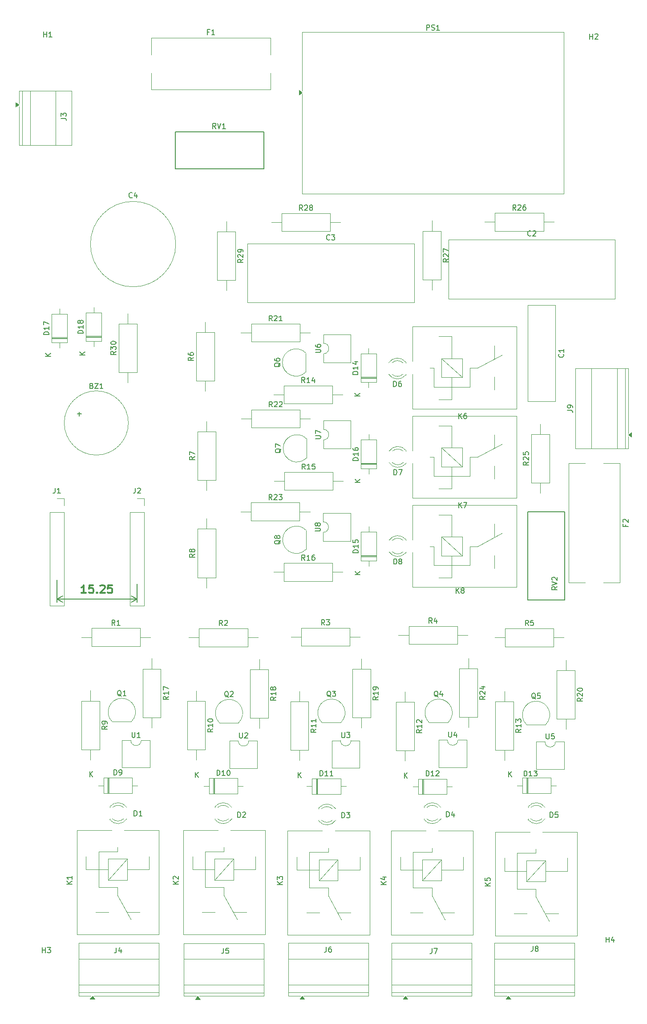
<source format=gbr>
%TF.GenerationSoftware,KiCad,Pcbnew,9.0.7*%
%TF.CreationDate,2026-02-23T21:41:38+05:30*%
%TF.ProjectId,Home_Automation,486f6d65-5f41-4757-946f-6d6174696f6e,rev?*%
%TF.SameCoordinates,Original*%
%TF.FileFunction,Legend,Top*%
%TF.FilePolarity,Positive*%
%FSLAX46Y46*%
G04 Gerber Fmt 4.6, Leading zero omitted, Abs format (unit mm)*
G04 Created by KiCad (PCBNEW 9.0.7) date 2026-02-23 21:41:38*
%MOMM*%
%LPD*%
G01*
G04 APERTURE LIST*
%ADD10C,0.300000*%
%ADD11C,0.200000*%
%ADD12C,0.150000*%
%ADD13C,0.120000*%
G04 APERTURE END LIST*
D10*
X25303572Y-119828328D02*
X24446429Y-119828328D01*
X24875000Y-119828328D02*
X24875000Y-118328328D01*
X24875000Y-118328328D02*
X24732143Y-118542614D01*
X24732143Y-118542614D02*
X24589286Y-118685471D01*
X24589286Y-118685471D02*
X24446429Y-118756900D01*
X26660714Y-118328328D02*
X25946428Y-118328328D01*
X25946428Y-118328328D02*
X25875000Y-119042614D01*
X25875000Y-119042614D02*
X25946428Y-118971185D01*
X25946428Y-118971185D02*
X26089286Y-118899757D01*
X26089286Y-118899757D02*
X26446428Y-118899757D01*
X26446428Y-118899757D02*
X26589286Y-118971185D01*
X26589286Y-118971185D02*
X26660714Y-119042614D01*
X26660714Y-119042614D02*
X26732143Y-119185471D01*
X26732143Y-119185471D02*
X26732143Y-119542614D01*
X26732143Y-119542614D02*
X26660714Y-119685471D01*
X26660714Y-119685471D02*
X26589286Y-119756900D01*
X26589286Y-119756900D02*
X26446428Y-119828328D01*
X26446428Y-119828328D02*
X26089286Y-119828328D01*
X26089286Y-119828328D02*
X25946428Y-119756900D01*
X25946428Y-119756900D02*
X25875000Y-119685471D01*
X27374999Y-119685471D02*
X27446428Y-119756900D01*
X27446428Y-119756900D02*
X27374999Y-119828328D01*
X27374999Y-119828328D02*
X27303571Y-119756900D01*
X27303571Y-119756900D02*
X27374999Y-119685471D01*
X27374999Y-119685471D02*
X27374999Y-119828328D01*
X28017857Y-118471185D02*
X28089285Y-118399757D01*
X28089285Y-118399757D02*
X28232143Y-118328328D01*
X28232143Y-118328328D02*
X28589285Y-118328328D01*
X28589285Y-118328328D02*
X28732143Y-118399757D01*
X28732143Y-118399757D02*
X28803571Y-118471185D01*
X28803571Y-118471185D02*
X28875000Y-118614042D01*
X28875000Y-118614042D02*
X28875000Y-118756900D01*
X28875000Y-118756900D02*
X28803571Y-118971185D01*
X28803571Y-118971185D02*
X27946428Y-119828328D01*
X27946428Y-119828328D02*
X28875000Y-119828328D01*
X30232142Y-118328328D02*
X29517856Y-118328328D01*
X29517856Y-118328328D02*
X29446428Y-119042614D01*
X29446428Y-119042614D02*
X29517856Y-118971185D01*
X29517856Y-118971185D02*
X29660714Y-118899757D01*
X29660714Y-118899757D02*
X30017856Y-118899757D01*
X30017856Y-118899757D02*
X30160714Y-118971185D01*
X30160714Y-118971185D02*
X30232142Y-119042614D01*
X30232142Y-119042614D02*
X30303571Y-119185471D01*
X30303571Y-119185471D02*
X30303571Y-119542614D01*
X30303571Y-119542614D02*
X30232142Y-119685471D01*
X30232142Y-119685471D02*
X30160714Y-119756900D01*
X30160714Y-119756900D02*
X30017856Y-119828328D01*
X30017856Y-119828328D02*
X29660714Y-119828328D01*
X29660714Y-119828328D02*
X29517856Y-119756900D01*
X29517856Y-119756900D02*
X29446428Y-119685471D01*
D11*
X19750000Y-117350000D02*
X19750000Y-121536420D01*
X35000000Y-121536420D02*
X35000000Y-118100000D01*
X19750000Y-120950000D02*
X35000000Y-120950000D01*
X19750000Y-120950000D02*
X20876504Y-120363579D01*
X19750000Y-120950000D02*
X20876504Y-121536421D01*
X35000000Y-120950000D02*
X33873496Y-121536421D01*
X35000000Y-120950000D02*
X33873496Y-120363579D01*
D12*
X54141905Y-162477319D02*
X54141905Y-161477319D01*
X54141905Y-161477319D02*
X54380000Y-161477319D01*
X54380000Y-161477319D02*
X54522857Y-161524938D01*
X54522857Y-161524938D02*
X54618095Y-161620176D01*
X54618095Y-161620176D02*
X54665714Y-161715414D01*
X54665714Y-161715414D02*
X54713333Y-161905890D01*
X54713333Y-161905890D02*
X54713333Y-162048747D01*
X54713333Y-162048747D02*
X54665714Y-162239223D01*
X54665714Y-162239223D02*
X54618095Y-162334461D01*
X54618095Y-162334461D02*
X54522857Y-162429700D01*
X54522857Y-162429700D02*
X54380000Y-162477319D01*
X54380000Y-162477319D02*
X54141905Y-162477319D01*
X55094286Y-161572557D02*
X55141905Y-161524938D01*
X55141905Y-161524938D02*
X55237143Y-161477319D01*
X55237143Y-161477319D02*
X55475238Y-161477319D01*
X55475238Y-161477319D02*
X55570476Y-161524938D01*
X55570476Y-161524938D02*
X55618095Y-161572557D01*
X55618095Y-161572557D02*
X55665714Y-161667795D01*
X55665714Y-161667795D02*
X55665714Y-161763033D01*
X55665714Y-161763033D02*
X55618095Y-161905890D01*
X55618095Y-161905890D02*
X55046667Y-162477319D01*
X55046667Y-162477319D02*
X55665714Y-162477319D01*
X112848095Y-146557319D02*
X112848095Y-147366842D01*
X112848095Y-147366842D02*
X112895714Y-147462080D01*
X112895714Y-147462080D02*
X112943333Y-147509700D01*
X112943333Y-147509700D02*
X113038571Y-147557319D01*
X113038571Y-147557319D02*
X113229047Y-147557319D01*
X113229047Y-147557319D02*
X113324285Y-147509700D01*
X113324285Y-147509700D02*
X113371904Y-147462080D01*
X113371904Y-147462080D02*
X113419523Y-147366842D01*
X113419523Y-147366842D02*
X113419523Y-146557319D01*
X114371904Y-146557319D02*
X113895714Y-146557319D01*
X113895714Y-146557319D02*
X113848095Y-147033509D01*
X113848095Y-147033509D02*
X113895714Y-146985890D01*
X113895714Y-146985890D02*
X113990952Y-146938271D01*
X113990952Y-146938271D02*
X114229047Y-146938271D01*
X114229047Y-146938271D02*
X114324285Y-146985890D01*
X114324285Y-146985890D02*
X114371904Y-147033509D01*
X114371904Y-147033509D02*
X114419523Y-147128747D01*
X114419523Y-147128747D02*
X114419523Y-147366842D01*
X114419523Y-147366842D02*
X114371904Y-147462080D01*
X114371904Y-147462080D02*
X114324285Y-147509700D01*
X114324285Y-147509700D02*
X114229047Y-147557319D01*
X114229047Y-147557319D02*
X113990952Y-147557319D01*
X113990952Y-147557319D02*
X113895714Y-147509700D01*
X113895714Y-147509700D02*
X113848095Y-147462080D01*
X51466666Y-187327319D02*
X51466666Y-188041604D01*
X51466666Y-188041604D02*
X51419047Y-188184461D01*
X51419047Y-188184461D02*
X51323809Y-188279700D01*
X51323809Y-188279700D02*
X51180952Y-188327319D01*
X51180952Y-188327319D02*
X51085714Y-188327319D01*
X52419047Y-187327319D02*
X51942857Y-187327319D01*
X51942857Y-187327319D02*
X51895238Y-187803509D01*
X51895238Y-187803509D02*
X51942857Y-187755890D01*
X51942857Y-187755890D02*
X52038095Y-187708271D01*
X52038095Y-187708271D02*
X52276190Y-187708271D01*
X52276190Y-187708271D02*
X52371428Y-187755890D01*
X52371428Y-187755890D02*
X52419047Y-187803509D01*
X52419047Y-187803509D02*
X52466666Y-187898747D01*
X52466666Y-187898747D02*
X52466666Y-188136842D01*
X52466666Y-188136842D02*
X52419047Y-188232080D01*
X52419047Y-188232080D02*
X52371428Y-188279700D01*
X52371428Y-188279700D02*
X52276190Y-188327319D01*
X52276190Y-188327319D02*
X52038095Y-188327319D01*
X52038095Y-188327319D02*
X51942857Y-188279700D01*
X51942857Y-188279700D02*
X51895238Y-188232080D01*
X77084819Y-94634285D02*
X76084819Y-94634285D01*
X76084819Y-94634285D02*
X76084819Y-94396190D01*
X76084819Y-94396190D02*
X76132438Y-94253333D01*
X76132438Y-94253333D02*
X76227676Y-94158095D01*
X76227676Y-94158095D02*
X76322914Y-94110476D01*
X76322914Y-94110476D02*
X76513390Y-94062857D01*
X76513390Y-94062857D02*
X76656247Y-94062857D01*
X76656247Y-94062857D02*
X76846723Y-94110476D01*
X76846723Y-94110476D02*
X76941961Y-94158095D01*
X76941961Y-94158095D02*
X77037200Y-94253333D01*
X77037200Y-94253333D02*
X77084819Y-94396190D01*
X77084819Y-94396190D02*
X77084819Y-94634285D01*
X77084819Y-93110476D02*
X77084819Y-93681904D01*
X77084819Y-93396190D02*
X76084819Y-93396190D01*
X76084819Y-93396190D02*
X76227676Y-93491428D01*
X76227676Y-93491428D02*
X76322914Y-93586666D01*
X76322914Y-93586666D02*
X76370533Y-93681904D01*
X76084819Y-92253333D02*
X76084819Y-92443809D01*
X76084819Y-92443809D02*
X76132438Y-92539047D01*
X76132438Y-92539047D02*
X76180057Y-92586666D01*
X76180057Y-92586666D02*
X76322914Y-92681904D01*
X76322914Y-92681904D02*
X76513390Y-92729523D01*
X76513390Y-92729523D02*
X76894342Y-92729523D01*
X76894342Y-92729523D02*
X76989580Y-92681904D01*
X76989580Y-92681904D02*
X77037200Y-92634285D01*
X77037200Y-92634285D02*
X77084819Y-92539047D01*
X77084819Y-92539047D02*
X77084819Y-92348571D01*
X77084819Y-92348571D02*
X77037200Y-92253333D01*
X77037200Y-92253333D02*
X76989580Y-92205714D01*
X76989580Y-92205714D02*
X76894342Y-92158095D01*
X76894342Y-92158095D02*
X76656247Y-92158095D01*
X76656247Y-92158095D02*
X76561009Y-92205714D01*
X76561009Y-92205714D02*
X76513390Y-92253333D01*
X76513390Y-92253333D02*
X76465771Y-92348571D01*
X76465771Y-92348571D02*
X76465771Y-92539047D01*
X76465771Y-92539047D02*
X76513390Y-92634285D01*
X76513390Y-92634285D02*
X76561009Y-92681904D01*
X76561009Y-92681904D02*
X76656247Y-92729523D01*
X77454819Y-98761904D02*
X76454819Y-98761904D01*
X77454819Y-98190476D02*
X76883390Y-98619047D01*
X76454819Y-98190476D02*
X77026247Y-98761904D01*
X73943095Y-146322319D02*
X73943095Y-147131842D01*
X73943095Y-147131842D02*
X73990714Y-147227080D01*
X73990714Y-147227080D02*
X74038333Y-147274700D01*
X74038333Y-147274700D02*
X74133571Y-147322319D01*
X74133571Y-147322319D02*
X74324047Y-147322319D01*
X74324047Y-147322319D02*
X74419285Y-147274700D01*
X74419285Y-147274700D02*
X74466904Y-147227080D01*
X74466904Y-147227080D02*
X74514523Y-147131842D01*
X74514523Y-147131842D02*
X74514523Y-146322319D01*
X74895476Y-146322319D02*
X75514523Y-146322319D01*
X75514523Y-146322319D02*
X75181190Y-146703271D01*
X75181190Y-146703271D02*
X75324047Y-146703271D01*
X75324047Y-146703271D02*
X75419285Y-146750890D01*
X75419285Y-146750890D02*
X75466904Y-146798509D01*
X75466904Y-146798509D02*
X75514523Y-146893747D01*
X75514523Y-146893747D02*
X75514523Y-147131842D01*
X75514523Y-147131842D02*
X75466904Y-147227080D01*
X75466904Y-147227080D02*
X75419285Y-147274700D01*
X75419285Y-147274700D02*
X75324047Y-147322319D01*
X75324047Y-147322319D02*
X75038333Y-147322319D01*
X75038333Y-147322319D02*
X74943095Y-147274700D01*
X74943095Y-147274700D02*
X74895476Y-147227080D01*
X66987142Y-96284819D02*
X66653809Y-95808628D01*
X66415714Y-96284819D02*
X66415714Y-95284819D01*
X66415714Y-95284819D02*
X66796666Y-95284819D01*
X66796666Y-95284819D02*
X66891904Y-95332438D01*
X66891904Y-95332438D02*
X66939523Y-95380057D01*
X66939523Y-95380057D02*
X66987142Y-95475295D01*
X66987142Y-95475295D02*
X66987142Y-95618152D01*
X66987142Y-95618152D02*
X66939523Y-95713390D01*
X66939523Y-95713390D02*
X66891904Y-95761009D01*
X66891904Y-95761009D02*
X66796666Y-95808628D01*
X66796666Y-95808628D02*
X66415714Y-95808628D01*
X67939523Y-96284819D02*
X67368095Y-96284819D01*
X67653809Y-96284819D02*
X67653809Y-95284819D01*
X67653809Y-95284819D02*
X67558571Y-95427676D01*
X67558571Y-95427676D02*
X67463333Y-95522914D01*
X67463333Y-95522914D02*
X67368095Y-95570533D01*
X68844285Y-95284819D02*
X68368095Y-95284819D01*
X68368095Y-95284819D02*
X68320476Y-95761009D01*
X68320476Y-95761009D02*
X68368095Y-95713390D01*
X68368095Y-95713390D02*
X68463333Y-95665771D01*
X68463333Y-95665771D02*
X68701428Y-95665771D01*
X68701428Y-95665771D02*
X68796666Y-95713390D01*
X68796666Y-95713390D02*
X68844285Y-95761009D01*
X68844285Y-95761009D02*
X68891904Y-95856247D01*
X68891904Y-95856247D02*
X68891904Y-96094342D01*
X68891904Y-96094342D02*
X68844285Y-96189580D01*
X68844285Y-96189580D02*
X68796666Y-96237200D01*
X68796666Y-96237200D02*
X68701428Y-96284819D01*
X68701428Y-96284819D02*
X68463333Y-96284819D01*
X68463333Y-96284819D02*
X68368095Y-96237200D01*
X68368095Y-96237200D02*
X68320476Y-96189580D01*
X30984819Y-73892857D02*
X30508628Y-74226190D01*
X30984819Y-74464285D02*
X29984819Y-74464285D01*
X29984819Y-74464285D02*
X29984819Y-74083333D01*
X29984819Y-74083333D02*
X30032438Y-73988095D01*
X30032438Y-73988095D02*
X30080057Y-73940476D01*
X30080057Y-73940476D02*
X30175295Y-73892857D01*
X30175295Y-73892857D02*
X30318152Y-73892857D01*
X30318152Y-73892857D02*
X30413390Y-73940476D01*
X30413390Y-73940476D02*
X30461009Y-73988095D01*
X30461009Y-73988095D02*
X30508628Y-74083333D01*
X30508628Y-74083333D02*
X30508628Y-74464285D01*
X29984819Y-73559523D02*
X29984819Y-72940476D01*
X29984819Y-72940476D02*
X30365771Y-73273809D01*
X30365771Y-73273809D02*
X30365771Y-73130952D01*
X30365771Y-73130952D02*
X30413390Y-73035714D01*
X30413390Y-73035714D02*
X30461009Y-72988095D01*
X30461009Y-72988095D02*
X30556247Y-72940476D01*
X30556247Y-72940476D02*
X30794342Y-72940476D01*
X30794342Y-72940476D02*
X30889580Y-72988095D01*
X30889580Y-72988095D02*
X30937200Y-73035714D01*
X30937200Y-73035714D02*
X30984819Y-73130952D01*
X30984819Y-73130952D02*
X30984819Y-73416666D01*
X30984819Y-73416666D02*
X30937200Y-73511904D01*
X30937200Y-73511904D02*
X30889580Y-73559523D01*
X29984819Y-72321428D02*
X29984819Y-72226190D01*
X29984819Y-72226190D02*
X30032438Y-72130952D01*
X30032438Y-72130952D02*
X30080057Y-72083333D01*
X30080057Y-72083333D02*
X30175295Y-72035714D01*
X30175295Y-72035714D02*
X30365771Y-71988095D01*
X30365771Y-71988095D02*
X30603866Y-71988095D01*
X30603866Y-71988095D02*
X30794342Y-72035714D01*
X30794342Y-72035714D02*
X30889580Y-72083333D01*
X30889580Y-72083333D02*
X30937200Y-72130952D01*
X30937200Y-72130952D02*
X30984819Y-72226190D01*
X30984819Y-72226190D02*
X30984819Y-72321428D01*
X30984819Y-72321428D02*
X30937200Y-72416666D01*
X30937200Y-72416666D02*
X30889580Y-72464285D01*
X30889580Y-72464285D02*
X30794342Y-72511904D01*
X30794342Y-72511904D02*
X30603866Y-72559523D01*
X30603866Y-72559523D02*
X30365771Y-72559523D01*
X30365771Y-72559523D02*
X30175295Y-72511904D01*
X30175295Y-72511904D02*
X30080057Y-72464285D01*
X30080057Y-72464285D02*
X30032438Y-72416666D01*
X30032438Y-72416666D02*
X29984819Y-72321428D01*
X91116666Y-187377319D02*
X91116666Y-188091604D01*
X91116666Y-188091604D02*
X91069047Y-188234461D01*
X91069047Y-188234461D02*
X90973809Y-188329700D01*
X90973809Y-188329700D02*
X90830952Y-188377319D01*
X90830952Y-188377319D02*
X90735714Y-188377319D01*
X91497619Y-187377319D02*
X92164285Y-187377319D01*
X92164285Y-187377319D02*
X91735714Y-188377319D01*
X61424819Y-139595357D02*
X60948628Y-139928690D01*
X61424819Y-140166785D02*
X60424819Y-140166785D01*
X60424819Y-140166785D02*
X60424819Y-139785833D01*
X60424819Y-139785833D02*
X60472438Y-139690595D01*
X60472438Y-139690595D02*
X60520057Y-139642976D01*
X60520057Y-139642976D02*
X60615295Y-139595357D01*
X60615295Y-139595357D02*
X60758152Y-139595357D01*
X60758152Y-139595357D02*
X60853390Y-139642976D01*
X60853390Y-139642976D02*
X60901009Y-139690595D01*
X60901009Y-139690595D02*
X60948628Y-139785833D01*
X60948628Y-139785833D02*
X60948628Y-140166785D01*
X61424819Y-138642976D02*
X61424819Y-139214404D01*
X61424819Y-138928690D02*
X60424819Y-138928690D01*
X60424819Y-138928690D02*
X60567676Y-139023928D01*
X60567676Y-139023928D02*
X60662914Y-139119166D01*
X60662914Y-139119166D02*
X60710533Y-139214404D01*
X60853390Y-138071547D02*
X60805771Y-138166785D01*
X60805771Y-138166785D02*
X60758152Y-138214404D01*
X60758152Y-138214404D02*
X60662914Y-138262023D01*
X60662914Y-138262023D02*
X60615295Y-138262023D01*
X60615295Y-138262023D02*
X60520057Y-138214404D01*
X60520057Y-138214404D02*
X60472438Y-138166785D01*
X60472438Y-138166785D02*
X60424819Y-138071547D01*
X60424819Y-138071547D02*
X60424819Y-137881071D01*
X60424819Y-137881071D02*
X60472438Y-137785833D01*
X60472438Y-137785833D02*
X60520057Y-137738214D01*
X60520057Y-137738214D02*
X60615295Y-137690595D01*
X60615295Y-137690595D02*
X60662914Y-137690595D01*
X60662914Y-137690595D02*
X60758152Y-137738214D01*
X60758152Y-137738214D02*
X60805771Y-137785833D01*
X60805771Y-137785833D02*
X60853390Y-137881071D01*
X60853390Y-137881071D02*
X60853390Y-138071547D01*
X60853390Y-138071547D02*
X60901009Y-138166785D01*
X60901009Y-138166785D02*
X60948628Y-138214404D01*
X60948628Y-138214404D02*
X61043866Y-138262023D01*
X61043866Y-138262023D02*
X61234342Y-138262023D01*
X61234342Y-138262023D02*
X61329580Y-138214404D01*
X61329580Y-138214404D02*
X61377200Y-138166785D01*
X61377200Y-138166785D02*
X61424819Y-138071547D01*
X61424819Y-138071547D02*
X61424819Y-137881071D01*
X61424819Y-137881071D02*
X61377200Y-137785833D01*
X61377200Y-137785833D02*
X61329580Y-137738214D01*
X61329580Y-137738214D02*
X61234342Y-137690595D01*
X61234342Y-137690595D02*
X61043866Y-137690595D01*
X61043866Y-137690595D02*
X60948628Y-137738214D01*
X60948628Y-137738214D02*
X60901009Y-137785833D01*
X60901009Y-137785833D02*
X60853390Y-137881071D01*
X73961905Y-162527319D02*
X73961905Y-161527319D01*
X73961905Y-161527319D02*
X74200000Y-161527319D01*
X74200000Y-161527319D02*
X74342857Y-161574938D01*
X74342857Y-161574938D02*
X74438095Y-161670176D01*
X74438095Y-161670176D02*
X74485714Y-161765414D01*
X74485714Y-161765414D02*
X74533333Y-161955890D01*
X74533333Y-161955890D02*
X74533333Y-162098747D01*
X74533333Y-162098747D02*
X74485714Y-162289223D01*
X74485714Y-162289223D02*
X74438095Y-162384461D01*
X74438095Y-162384461D02*
X74342857Y-162479700D01*
X74342857Y-162479700D02*
X74200000Y-162527319D01*
X74200000Y-162527319D02*
X73961905Y-162527319D01*
X74866667Y-161527319D02*
X75485714Y-161527319D01*
X75485714Y-161527319D02*
X75152381Y-161908271D01*
X75152381Y-161908271D02*
X75295238Y-161908271D01*
X75295238Y-161908271D02*
X75390476Y-161955890D01*
X75390476Y-161955890D02*
X75438095Y-162003509D01*
X75438095Y-162003509D02*
X75485714Y-162098747D01*
X75485714Y-162098747D02*
X75485714Y-162336842D01*
X75485714Y-162336842D02*
X75438095Y-162432080D01*
X75438095Y-162432080D02*
X75390476Y-162479700D01*
X75390476Y-162479700D02*
X75295238Y-162527319D01*
X75295238Y-162527319D02*
X75009524Y-162527319D01*
X75009524Y-162527319D02*
X74914286Y-162479700D01*
X74914286Y-162479700D02*
X74866667Y-162432080D01*
X51263333Y-126007319D02*
X50930000Y-125531128D01*
X50691905Y-126007319D02*
X50691905Y-125007319D01*
X50691905Y-125007319D02*
X51072857Y-125007319D01*
X51072857Y-125007319D02*
X51168095Y-125054938D01*
X51168095Y-125054938D02*
X51215714Y-125102557D01*
X51215714Y-125102557D02*
X51263333Y-125197795D01*
X51263333Y-125197795D02*
X51263333Y-125340652D01*
X51263333Y-125340652D02*
X51215714Y-125435890D01*
X51215714Y-125435890D02*
X51168095Y-125483509D01*
X51168095Y-125483509D02*
X51072857Y-125531128D01*
X51072857Y-125531128D02*
X50691905Y-125531128D01*
X51644286Y-125102557D02*
X51691905Y-125054938D01*
X51691905Y-125054938D02*
X51787143Y-125007319D01*
X51787143Y-125007319D02*
X52025238Y-125007319D01*
X52025238Y-125007319D02*
X52120476Y-125054938D01*
X52120476Y-125054938D02*
X52168095Y-125102557D01*
X52168095Y-125102557D02*
X52215714Y-125197795D01*
X52215714Y-125197795D02*
X52215714Y-125293033D01*
X52215714Y-125293033D02*
X52168095Y-125435890D01*
X52168095Y-125435890D02*
X51596667Y-126007319D01*
X51596667Y-126007319D02*
X52215714Y-126007319D01*
X54493095Y-146372319D02*
X54493095Y-147181842D01*
X54493095Y-147181842D02*
X54540714Y-147277080D01*
X54540714Y-147277080D02*
X54588333Y-147324700D01*
X54588333Y-147324700D02*
X54683571Y-147372319D01*
X54683571Y-147372319D02*
X54874047Y-147372319D01*
X54874047Y-147372319D02*
X54969285Y-147324700D01*
X54969285Y-147324700D02*
X55016904Y-147277080D01*
X55016904Y-147277080D02*
X55064523Y-147181842D01*
X55064523Y-147181842D02*
X55064523Y-146372319D01*
X55493095Y-146467557D02*
X55540714Y-146419938D01*
X55540714Y-146419938D02*
X55635952Y-146372319D01*
X55635952Y-146372319D02*
X55874047Y-146372319D01*
X55874047Y-146372319D02*
X55969285Y-146419938D01*
X55969285Y-146419938D02*
X56016904Y-146467557D01*
X56016904Y-146467557D02*
X56064523Y-146562795D01*
X56064523Y-146562795D02*
X56064523Y-146658033D01*
X56064523Y-146658033D02*
X56016904Y-146800890D01*
X56016904Y-146800890D02*
X55445476Y-147372319D01*
X55445476Y-147372319D02*
X56064523Y-147372319D01*
X26369047Y-80431009D02*
X26511904Y-80478628D01*
X26511904Y-80478628D02*
X26559523Y-80526247D01*
X26559523Y-80526247D02*
X26607142Y-80621485D01*
X26607142Y-80621485D02*
X26607142Y-80764342D01*
X26607142Y-80764342D02*
X26559523Y-80859580D01*
X26559523Y-80859580D02*
X26511904Y-80907200D01*
X26511904Y-80907200D02*
X26416666Y-80954819D01*
X26416666Y-80954819D02*
X26035714Y-80954819D01*
X26035714Y-80954819D02*
X26035714Y-79954819D01*
X26035714Y-79954819D02*
X26369047Y-79954819D01*
X26369047Y-79954819D02*
X26464285Y-80002438D01*
X26464285Y-80002438D02*
X26511904Y-80050057D01*
X26511904Y-80050057D02*
X26559523Y-80145295D01*
X26559523Y-80145295D02*
X26559523Y-80240533D01*
X26559523Y-80240533D02*
X26511904Y-80335771D01*
X26511904Y-80335771D02*
X26464285Y-80383390D01*
X26464285Y-80383390D02*
X26369047Y-80431009D01*
X26369047Y-80431009D02*
X26035714Y-80431009D01*
X26940476Y-79954819D02*
X27607142Y-79954819D01*
X27607142Y-79954819D02*
X26940476Y-80954819D01*
X26940476Y-80954819D02*
X27607142Y-80954819D01*
X28511904Y-80954819D02*
X27940476Y-80954819D01*
X28226190Y-80954819D02*
X28226190Y-79954819D01*
X28226190Y-79954819D02*
X28130952Y-80097676D01*
X28130952Y-80097676D02*
X28035714Y-80192914D01*
X28035714Y-80192914D02*
X27940476Y-80240533D01*
X23619048Y-85773866D02*
X24380953Y-85773866D01*
X24000000Y-86154819D02*
X24000000Y-85392914D01*
X119774819Y-139795357D02*
X119298628Y-140128690D01*
X119774819Y-140366785D02*
X118774819Y-140366785D01*
X118774819Y-140366785D02*
X118774819Y-139985833D01*
X118774819Y-139985833D02*
X118822438Y-139890595D01*
X118822438Y-139890595D02*
X118870057Y-139842976D01*
X118870057Y-139842976D02*
X118965295Y-139795357D01*
X118965295Y-139795357D02*
X119108152Y-139795357D01*
X119108152Y-139795357D02*
X119203390Y-139842976D01*
X119203390Y-139842976D02*
X119251009Y-139890595D01*
X119251009Y-139890595D02*
X119298628Y-139985833D01*
X119298628Y-139985833D02*
X119298628Y-140366785D01*
X118870057Y-139414404D02*
X118822438Y-139366785D01*
X118822438Y-139366785D02*
X118774819Y-139271547D01*
X118774819Y-139271547D02*
X118774819Y-139033452D01*
X118774819Y-139033452D02*
X118822438Y-138938214D01*
X118822438Y-138938214D02*
X118870057Y-138890595D01*
X118870057Y-138890595D02*
X118965295Y-138842976D01*
X118965295Y-138842976D02*
X119060533Y-138842976D01*
X119060533Y-138842976D02*
X119203390Y-138890595D01*
X119203390Y-138890595D02*
X119774819Y-139462023D01*
X119774819Y-139462023D02*
X119774819Y-138842976D01*
X118774819Y-138223928D02*
X118774819Y-138128690D01*
X118774819Y-138128690D02*
X118822438Y-138033452D01*
X118822438Y-138033452D02*
X118870057Y-137985833D01*
X118870057Y-137985833D02*
X118965295Y-137938214D01*
X118965295Y-137938214D02*
X119155771Y-137890595D01*
X119155771Y-137890595D02*
X119393866Y-137890595D01*
X119393866Y-137890595D02*
X119584342Y-137938214D01*
X119584342Y-137938214D02*
X119679580Y-137985833D01*
X119679580Y-137985833D02*
X119727200Y-138033452D01*
X119727200Y-138033452D02*
X119774819Y-138128690D01*
X119774819Y-138128690D02*
X119774819Y-138223928D01*
X119774819Y-138223928D02*
X119727200Y-138319166D01*
X119727200Y-138319166D02*
X119679580Y-138366785D01*
X119679580Y-138366785D02*
X119584342Y-138414404D01*
X119584342Y-138414404D02*
X119393866Y-138462023D01*
X119393866Y-138462023D02*
X119155771Y-138462023D01*
X119155771Y-138462023D02*
X118965295Y-138414404D01*
X118965295Y-138414404D02*
X118870057Y-138366785D01*
X118870057Y-138366785D02*
X118822438Y-138319166D01*
X118822438Y-138319166D02*
X118774819Y-138223928D01*
X101224819Y-139445357D02*
X100748628Y-139778690D01*
X101224819Y-140016785D02*
X100224819Y-140016785D01*
X100224819Y-140016785D02*
X100224819Y-139635833D01*
X100224819Y-139635833D02*
X100272438Y-139540595D01*
X100272438Y-139540595D02*
X100320057Y-139492976D01*
X100320057Y-139492976D02*
X100415295Y-139445357D01*
X100415295Y-139445357D02*
X100558152Y-139445357D01*
X100558152Y-139445357D02*
X100653390Y-139492976D01*
X100653390Y-139492976D02*
X100701009Y-139540595D01*
X100701009Y-139540595D02*
X100748628Y-139635833D01*
X100748628Y-139635833D02*
X100748628Y-140016785D01*
X100320057Y-139064404D02*
X100272438Y-139016785D01*
X100272438Y-139016785D02*
X100224819Y-138921547D01*
X100224819Y-138921547D02*
X100224819Y-138683452D01*
X100224819Y-138683452D02*
X100272438Y-138588214D01*
X100272438Y-138588214D02*
X100320057Y-138540595D01*
X100320057Y-138540595D02*
X100415295Y-138492976D01*
X100415295Y-138492976D02*
X100510533Y-138492976D01*
X100510533Y-138492976D02*
X100653390Y-138540595D01*
X100653390Y-138540595D02*
X101224819Y-139112023D01*
X101224819Y-139112023D02*
X101224819Y-138492976D01*
X100558152Y-137635833D02*
X101224819Y-137635833D01*
X100177200Y-137873928D02*
X100891485Y-138112023D01*
X100891485Y-138112023D02*
X100891485Y-137492976D01*
X96211905Y-103604819D02*
X96211905Y-102604819D01*
X96783333Y-103604819D02*
X96354762Y-103033390D01*
X96783333Y-102604819D02*
X96211905Y-103176247D01*
X97116667Y-102604819D02*
X97783333Y-102604819D01*
X97783333Y-102604819D02*
X97354762Y-103604819D01*
X68934819Y-74101904D02*
X69744342Y-74101904D01*
X69744342Y-74101904D02*
X69839580Y-74054285D01*
X69839580Y-74054285D02*
X69887200Y-74006666D01*
X69887200Y-74006666D02*
X69934819Y-73911428D01*
X69934819Y-73911428D02*
X69934819Y-73720952D01*
X69934819Y-73720952D02*
X69887200Y-73625714D01*
X69887200Y-73625714D02*
X69839580Y-73578095D01*
X69839580Y-73578095D02*
X69744342Y-73530476D01*
X69744342Y-73530476D02*
X68934819Y-73530476D01*
X68934819Y-72625714D02*
X68934819Y-72816190D01*
X68934819Y-72816190D02*
X68982438Y-72911428D01*
X68982438Y-72911428D02*
X69030057Y-72959047D01*
X69030057Y-72959047D02*
X69172914Y-73054285D01*
X69172914Y-73054285D02*
X69363390Y-73101904D01*
X69363390Y-73101904D02*
X69744342Y-73101904D01*
X69744342Y-73101904D02*
X69839580Y-73054285D01*
X69839580Y-73054285D02*
X69887200Y-73006666D01*
X69887200Y-73006666D02*
X69934819Y-72911428D01*
X69934819Y-72911428D02*
X69934819Y-72720952D01*
X69934819Y-72720952D02*
X69887200Y-72625714D01*
X69887200Y-72625714D02*
X69839580Y-72578095D01*
X69839580Y-72578095D02*
X69744342Y-72530476D01*
X69744342Y-72530476D02*
X69506247Y-72530476D01*
X69506247Y-72530476D02*
X69411009Y-72578095D01*
X69411009Y-72578095D02*
X69363390Y-72625714D01*
X69363390Y-72625714D02*
X69315771Y-72720952D01*
X69315771Y-72720952D02*
X69315771Y-72911428D01*
X69315771Y-72911428D02*
X69363390Y-73006666D01*
X69363390Y-73006666D02*
X69411009Y-73054285D01*
X69411009Y-73054285D02*
X69506247Y-73101904D01*
X62240057Y-76095238D02*
X62192438Y-76190476D01*
X62192438Y-76190476D02*
X62097200Y-76285714D01*
X62097200Y-76285714D02*
X61954342Y-76428571D01*
X61954342Y-76428571D02*
X61906723Y-76523809D01*
X61906723Y-76523809D02*
X61906723Y-76619047D01*
X62144819Y-76571428D02*
X62097200Y-76666666D01*
X62097200Y-76666666D02*
X62001961Y-76761904D01*
X62001961Y-76761904D02*
X61811485Y-76809523D01*
X61811485Y-76809523D02*
X61478152Y-76809523D01*
X61478152Y-76809523D02*
X61287676Y-76761904D01*
X61287676Y-76761904D02*
X61192438Y-76666666D01*
X61192438Y-76666666D02*
X61144819Y-76571428D01*
X61144819Y-76571428D02*
X61144819Y-76380952D01*
X61144819Y-76380952D02*
X61192438Y-76285714D01*
X61192438Y-76285714D02*
X61287676Y-76190476D01*
X61287676Y-76190476D02*
X61478152Y-76142857D01*
X61478152Y-76142857D02*
X61811485Y-76142857D01*
X61811485Y-76142857D02*
X62001961Y-76190476D01*
X62001961Y-76190476D02*
X62097200Y-76285714D01*
X62097200Y-76285714D02*
X62144819Y-76380952D01*
X62144819Y-76380952D02*
X62144819Y-76571428D01*
X61144819Y-75285714D02*
X61144819Y-75476190D01*
X61144819Y-75476190D02*
X61192438Y-75571428D01*
X61192438Y-75571428D02*
X61240057Y-75619047D01*
X61240057Y-75619047D02*
X61382914Y-75714285D01*
X61382914Y-75714285D02*
X61573390Y-75761904D01*
X61573390Y-75761904D02*
X61954342Y-75761904D01*
X61954342Y-75761904D02*
X62049580Y-75714285D01*
X62049580Y-75714285D02*
X62097200Y-75666666D01*
X62097200Y-75666666D02*
X62144819Y-75571428D01*
X62144819Y-75571428D02*
X62144819Y-75380952D01*
X62144819Y-75380952D02*
X62097200Y-75285714D01*
X62097200Y-75285714D02*
X62049580Y-75238095D01*
X62049580Y-75238095D02*
X61954342Y-75190476D01*
X61954342Y-75190476D02*
X61716247Y-75190476D01*
X61716247Y-75190476D02*
X61621009Y-75238095D01*
X61621009Y-75238095D02*
X61573390Y-75285714D01*
X61573390Y-75285714D02*
X61525771Y-75380952D01*
X61525771Y-75380952D02*
X61525771Y-75571428D01*
X61525771Y-75571428D02*
X61573390Y-75666666D01*
X61573390Y-75666666D02*
X61621009Y-75714285D01*
X61621009Y-75714285D02*
X61716247Y-75761904D01*
X108074819Y-145695357D02*
X107598628Y-146028690D01*
X108074819Y-146266785D02*
X107074819Y-146266785D01*
X107074819Y-146266785D02*
X107074819Y-145885833D01*
X107074819Y-145885833D02*
X107122438Y-145790595D01*
X107122438Y-145790595D02*
X107170057Y-145742976D01*
X107170057Y-145742976D02*
X107265295Y-145695357D01*
X107265295Y-145695357D02*
X107408152Y-145695357D01*
X107408152Y-145695357D02*
X107503390Y-145742976D01*
X107503390Y-145742976D02*
X107551009Y-145790595D01*
X107551009Y-145790595D02*
X107598628Y-145885833D01*
X107598628Y-145885833D02*
X107598628Y-146266785D01*
X108074819Y-144742976D02*
X108074819Y-145314404D01*
X108074819Y-145028690D02*
X107074819Y-145028690D01*
X107074819Y-145028690D02*
X107217676Y-145123928D01*
X107217676Y-145123928D02*
X107312914Y-145219166D01*
X107312914Y-145219166D02*
X107360533Y-145314404D01*
X107074819Y-144409642D02*
X107074819Y-143790595D01*
X107074819Y-143790595D02*
X107455771Y-144123928D01*
X107455771Y-144123928D02*
X107455771Y-143981071D01*
X107455771Y-143981071D02*
X107503390Y-143885833D01*
X107503390Y-143885833D02*
X107551009Y-143838214D01*
X107551009Y-143838214D02*
X107646247Y-143790595D01*
X107646247Y-143790595D02*
X107884342Y-143790595D01*
X107884342Y-143790595D02*
X107979580Y-143838214D01*
X107979580Y-143838214D02*
X108027200Y-143885833D01*
X108027200Y-143885833D02*
X108074819Y-143981071D01*
X108074819Y-143981071D02*
X108074819Y-144266785D01*
X108074819Y-144266785D02*
X108027200Y-144362023D01*
X108027200Y-144362023D02*
X107979580Y-144409642D01*
X68934819Y-90471904D02*
X69744342Y-90471904D01*
X69744342Y-90471904D02*
X69839580Y-90424285D01*
X69839580Y-90424285D02*
X69887200Y-90376666D01*
X69887200Y-90376666D02*
X69934819Y-90281428D01*
X69934819Y-90281428D02*
X69934819Y-90090952D01*
X69934819Y-90090952D02*
X69887200Y-89995714D01*
X69887200Y-89995714D02*
X69839580Y-89948095D01*
X69839580Y-89948095D02*
X69744342Y-89900476D01*
X69744342Y-89900476D02*
X68934819Y-89900476D01*
X68934819Y-89519523D02*
X68934819Y-88852857D01*
X68934819Y-88852857D02*
X69934819Y-89281428D01*
X109933333Y-51859580D02*
X109885714Y-51907200D01*
X109885714Y-51907200D02*
X109742857Y-51954819D01*
X109742857Y-51954819D02*
X109647619Y-51954819D01*
X109647619Y-51954819D02*
X109504762Y-51907200D01*
X109504762Y-51907200D02*
X109409524Y-51811961D01*
X109409524Y-51811961D02*
X109361905Y-51716723D01*
X109361905Y-51716723D02*
X109314286Y-51526247D01*
X109314286Y-51526247D02*
X109314286Y-51383390D01*
X109314286Y-51383390D02*
X109361905Y-51192914D01*
X109361905Y-51192914D02*
X109409524Y-51097676D01*
X109409524Y-51097676D02*
X109504762Y-51002438D01*
X109504762Y-51002438D02*
X109647619Y-50954819D01*
X109647619Y-50954819D02*
X109742857Y-50954819D01*
X109742857Y-50954819D02*
X109885714Y-51002438D01*
X109885714Y-51002438D02*
X109933333Y-51050057D01*
X110314286Y-51050057D02*
X110361905Y-51002438D01*
X110361905Y-51002438D02*
X110457143Y-50954819D01*
X110457143Y-50954819D02*
X110695238Y-50954819D01*
X110695238Y-50954819D02*
X110790476Y-51002438D01*
X110790476Y-51002438D02*
X110838095Y-51050057D01*
X110838095Y-51050057D02*
X110885714Y-51145295D01*
X110885714Y-51145295D02*
X110885714Y-51240533D01*
X110885714Y-51240533D02*
X110838095Y-51383390D01*
X110838095Y-51383390D02*
X110266667Y-51954819D01*
X110266667Y-51954819D02*
X110885714Y-51954819D01*
X83881905Y-97364819D02*
X83881905Y-96364819D01*
X83881905Y-96364819D02*
X84120000Y-96364819D01*
X84120000Y-96364819D02*
X84262857Y-96412438D01*
X84262857Y-96412438D02*
X84358095Y-96507676D01*
X84358095Y-96507676D02*
X84405714Y-96602914D01*
X84405714Y-96602914D02*
X84453333Y-96793390D01*
X84453333Y-96793390D02*
X84453333Y-96936247D01*
X84453333Y-96936247D02*
X84405714Y-97126723D01*
X84405714Y-97126723D02*
X84358095Y-97221961D01*
X84358095Y-97221961D02*
X84262857Y-97317200D01*
X84262857Y-97317200D02*
X84120000Y-97364819D01*
X84120000Y-97364819D02*
X83881905Y-97364819D01*
X84786667Y-96364819D02*
X85453333Y-96364819D01*
X85453333Y-96364819D02*
X85024762Y-97364819D01*
X109484819Y-94892857D02*
X109008628Y-95226190D01*
X109484819Y-95464285D02*
X108484819Y-95464285D01*
X108484819Y-95464285D02*
X108484819Y-95083333D01*
X108484819Y-95083333D02*
X108532438Y-94988095D01*
X108532438Y-94988095D02*
X108580057Y-94940476D01*
X108580057Y-94940476D02*
X108675295Y-94892857D01*
X108675295Y-94892857D02*
X108818152Y-94892857D01*
X108818152Y-94892857D02*
X108913390Y-94940476D01*
X108913390Y-94940476D02*
X108961009Y-94988095D01*
X108961009Y-94988095D02*
X109008628Y-95083333D01*
X109008628Y-95083333D02*
X109008628Y-95464285D01*
X108580057Y-94511904D02*
X108532438Y-94464285D01*
X108532438Y-94464285D02*
X108484819Y-94369047D01*
X108484819Y-94369047D02*
X108484819Y-94130952D01*
X108484819Y-94130952D02*
X108532438Y-94035714D01*
X108532438Y-94035714D02*
X108580057Y-93988095D01*
X108580057Y-93988095D02*
X108675295Y-93940476D01*
X108675295Y-93940476D02*
X108770533Y-93940476D01*
X108770533Y-93940476D02*
X108913390Y-93988095D01*
X108913390Y-93988095D02*
X109484819Y-94559523D01*
X109484819Y-94559523D02*
X109484819Y-93940476D01*
X108484819Y-93035714D02*
X108484819Y-93511904D01*
X108484819Y-93511904D02*
X108961009Y-93559523D01*
X108961009Y-93559523D02*
X108913390Y-93511904D01*
X108913390Y-93511904D02*
X108865771Y-93416666D01*
X108865771Y-93416666D02*
X108865771Y-93178571D01*
X108865771Y-93178571D02*
X108913390Y-93083333D01*
X108913390Y-93083333D02*
X108961009Y-93035714D01*
X108961009Y-93035714D02*
X109056247Y-92988095D01*
X109056247Y-92988095D02*
X109294342Y-92988095D01*
X109294342Y-92988095D02*
X109389580Y-93035714D01*
X109389580Y-93035714D02*
X109437200Y-93083333D01*
X109437200Y-93083333D02*
X109484819Y-93178571D01*
X109484819Y-93178571D02*
X109484819Y-93416666D01*
X109484819Y-93416666D02*
X109437200Y-93511904D01*
X109437200Y-93511904D02*
X109389580Y-93559523D01*
X30611905Y-154407319D02*
X30611905Y-153407319D01*
X30611905Y-153407319D02*
X30850000Y-153407319D01*
X30850000Y-153407319D02*
X30992857Y-153454938D01*
X30992857Y-153454938D02*
X31088095Y-153550176D01*
X31088095Y-153550176D02*
X31135714Y-153645414D01*
X31135714Y-153645414D02*
X31183333Y-153835890D01*
X31183333Y-153835890D02*
X31183333Y-153978747D01*
X31183333Y-153978747D02*
X31135714Y-154169223D01*
X31135714Y-154169223D02*
X31088095Y-154264461D01*
X31088095Y-154264461D02*
X30992857Y-154359700D01*
X30992857Y-154359700D02*
X30850000Y-154407319D01*
X30850000Y-154407319D02*
X30611905Y-154407319D01*
X31659524Y-154407319D02*
X31850000Y-154407319D01*
X31850000Y-154407319D02*
X31945238Y-154359700D01*
X31945238Y-154359700D02*
X31992857Y-154312080D01*
X31992857Y-154312080D02*
X32088095Y-154169223D01*
X32088095Y-154169223D02*
X32135714Y-153978747D01*
X32135714Y-153978747D02*
X32135714Y-153597795D01*
X32135714Y-153597795D02*
X32088095Y-153502557D01*
X32088095Y-153502557D02*
X32040476Y-153454938D01*
X32040476Y-153454938D02*
X31945238Y-153407319D01*
X31945238Y-153407319D02*
X31754762Y-153407319D01*
X31754762Y-153407319D02*
X31659524Y-153454938D01*
X31659524Y-153454938D02*
X31611905Y-153502557D01*
X31611905Y-153502557D02*
X31564286Y-153597795D01*
X31564286Y-153597795D02*
X31564286Y-153835890D01*
X31564286Y-153835890D02*
X31611905Y-153931128D01*
X31611905Y-153931128D02*
X31659524Y-153978747D01*
X31659524Y-153978747D02*
X31754762Y-154026366D01*
X31754762Y-154026366D02*
X31945238Y-154026366D01*
X31945238Y-154026366D02*
X32040476Y-153978747D01*
X32040476Y-153978747D02*
X32088095Y-153931128D01*
X32088095Y-153931128D02*
X32135714Y-153835890D01*
X26008095Y-154777319D02*
X26008095Y-153777319D01*
X26579523Y-154777319D02*
X26150952Y-154205890D01*
X26579523Y-153777319D02*
X26008095Y-154348747D01*
X34083333Y-44609580D02*
X34035714Y-44657200D01*
X34035714Y-44657200D02*
X33892857Y-44704819D01*
X33892857Y-44704819D02*
X33797619Y-44704819D01*
X33797619Y-44704819D02*
X33654762Y-44657200D01*
X33654762Y-44657200D02*
X33559524Y-44561961D01*
X33559524Y-44561961D02*
X33511905Y-44466723D01*
X33511905Y-44466723D02*
X33464286Y-44276247D01*
X33464286Y-44276247D02*
X33464286Y-44133390D01*
X33464286Y-44133390D02*
X33511905Y-43942914D01*
X33511905Y-43942914D02*
X33559524Y-43847676D01*
X33559524Y-43847676D02*
X33654762Y-43752438D01*
X33654762Y-43752438D02*
X33797619Y-43704819D01*
X33797619Y-43704819D02*
X33892857Y-43704819D01*
X33892857Y-43704819D02*
X34035714Y-43752438D01*
X34035714Y-43752438D02*
X34083333Y-43800057D01*
X34940476Y-44038152D02*
X34940476Y-44704819D01*
X34702381Y-43657200D02*
X34464286Y-44371485D01*
X34464286Y-44371485D02*
X35083333Y-44371485D01*
X66487142Y-47084819D02*
X66153809Y-46608628D01*
X65915714Y-47084819D02*
X65915714Y-46084819D01*
X65915714Y-46084819D02*
X66296666Y-46084819D01*
X66296666Y-46084819D02*
X66391904Y-46132438D01*
X66391904Y-46132438D02*
X66439523Y-46180057D01*
X66439523Y-46180057D02*
X66487142Y-46275295D01*
X66487142Y-46275295D02*
X66487142Y-46418152D01*
X66487142Y-46418152D02*
X66439523Y-46513390D01*
X66439523Y-46513390D02*
X66391904Y-46561009D01*
X66391904Y-46561009D02*
X66296666Y-46608628D01*
X66296666Y-46608628D02*
X65915714Y-46608628D01*
X66868095Y-46180057D02*
X66915714Y-46132438D01*
X66915714Y-46132438D02*
X67010952Y-46084819D01*
X67010952Y-46084819D02*
X67249047Y-46084819D01*
X67249047Y-46084819D02*
X67344285Y-46132438D01*
X67344285Y-46132438D02*
X67391904Y-46180057D01*
X67391904Y-46180057D02*
X67439523Y-46275295D01*
X67439523Y-46275295D02*
X67439523Y-46370533D01*
X67439523Y-46370533D02*
X67391904Y-46513390D01*
X67391904Y-46513390D02*
X66820476Y-47084819D01*
X66820476Y-47084819D02*
X67439523Y-47084819D01*
X68010952Y-46513390D02*
X67915714Y-46465771D01*
X67915714Y-46465771D02*
X67868095Y-46418152D01*
X67868095Y-46418152D02*
X67820476Y-46322914D01*
X67820476Y-46322914D02*
X67820476Y-46275295D01*
X67820476Y-46275295D02*
X67868095Y-46180057D01*
X67868095Y-46180057D02*
X67915714Y-46132438D01*
X67915714Y-46132438D02*
X68010952Y-46084819D01*
X68010952Y-46084819D02*
X68201428Y-46084819D01*
X68201428Y-46084819D02*
X68296666Y-46132438D01*
X68296666Y-46132438D02*
X68344285Y-46180057D01*
X68344285Y-46180057D02*
X68391904Y-46275295D01*
X68391904Y-46275295D02*
X68391904Y-46322914D01*
X68391904Y-46322914D02*
X68344285Y-46418152D01*
X68344285Y-46418152D02*
X68296666Y-46465771D01*
X68296666Y-46465771D02*
X68201428Y-46513390D01*
X68201428Y-46513390D02*
X68010952Y-46513390D01*
X68010952Y-46513390D02*
X67915714Y-46561009D01*
X67915714Y-46561009D02*
X67868095Y-46608628D01*
X67868095Y-46608628D02*
X67820476Y-46703866D01*
X67820476Y-46703866D02*
X67820476Y-46894342D01*
X67820476Y-46894342D02*
X67868095Y-46989580D01*
X67868095Y-46989580D02*
X67915714Y-47037200D01*
X67915714Y-47037200D02*
X68010952Y-47084819D01*
X68010952Y-47084819D02*
X68201428Y-47084819D01*
X68201428Y-47084819D02*
X68296666Y-47037200D01*
X68296666Y-47037200D02*
X68344285Y-46989580D01*
X68344285Y-46989580D02*
X68391904Y-46894342D01*
X68391904Y-46894342D02*
X68391904Y-46703866D01*
X68391904Y-46703866D02*
X68344285Y-46608628D01*
X68344285Y-46608628D02*
X68296666Y-46561009D01*
X68296666Y-46561009D02*
X68201428Y-46513390D01*
X102204819Y-175460594D02*
X101204819Y-175460594D01*
X102204819Y-174889166D02*
X101633390Y-175317737D01*
X101204819Y-174889166D02*
X101776247Y-175460594D01*
X101204819Y-173984404D02*
X101204819Y-174460594D01*
X101204819Y-174460594D02*
X101681009Y-174508213D01*
X101681009Y-174508213D02*
X101633390Y-174460594D01*
X101633390Y-174460594D02*
X101585771Y-174365356D01*
X101585771Y-174365356D02*
X101585771Y-174127261D01*
X101585771Y-174127261D02*
X101633390Y-174032023D01*
X101633390Y-174032023D02*
X101681009Y-173984404D01*
X101681009Y-173984404D02*
X101776247Y-173936785D01*
X101776247Y-173936785D02*
X102014342Y-173936785D01*
X102014342Y-173936785D02*
X102109580Y-173984404D01*
X102109580Y-173984404D02*
X102157200Y-174032023D01*
X102157200Y-174032023D02*
X102204819Y-174127261D01*
X102204819Y-174127261D02*
X102204819Y-174365356D01*
X102204819Y-174365356D02*
X102157200Y-174460594D01*
X102157200Y-174460594D02*
X102109580Y-174508213D01*
X70683333Y-125907319D02*
X70350000Y-125431128D01*
X70111905Y-125907319D02*
X70111905Y-124907319D01*
X70111905Y-124907319D02*
X70492857Y-124907319D01*
X70492857Y-124907319D02*
X70588095Y-124954938D01*
X70588095Y-124954938D02*
X70635714Y-125002557D01*
X70635714Y-125002557D02*
X70683333Y-125097795D01*
X70683333Y-125097795D02*
X70683333Y-125240652D01*
X70683333Y-125240652D02*
X70635714Y-125335890D01*
X70635714Y-125335890D02*
X70588095Y-125383509D01*
X70588095Y-125383509D02*
X70492857Y-125431128D01*
X70492857Y-125431128D02*
X70111905Y-125431128D01*
X71016667Y-124907319D02*
X71635714Y-124907319D01*
X71635714Y-124907319D02*
X71302381Y-125288271D01*
X71302381Y-125288271D02*
X71445238Y-125288271D01*
X71445238Y-125288271D02*
X71540476Y-125335890D01*
X71540476Y-125335890D02*
X71588095Y-125383509D01*
X71588095Y-125383509D02*
X71635714Y-125478747D01*
X71635714Y-125478747D02*
X71635714Y-125716842D01*
X71635714Y-125716842D02*
X71588095Y-125812080D01*
X71588095Y-125812080D02*
X71540476Y-125859700D01*
X71540476Y-125859700D02*
X71445238Y-125907319D01*
X71445238Y-125907319D02*
X71159524Y-125907319D01*
X71159524Y-125907319D02*
X71064286Y-125859700D01*
X71064286Y-125859700D02*
X71016667Y-125812080D01*
X77084819Y-112164285D02*
X76084819Y-112164285D01*
X76084819Y-112164285D02*
X76084819Y-111926190D01*
X76084819Y-111926190D02*
X76132438Y-111783333D01*
X76132438Y-111783333D02*
X76227676Y-111688095D01*
X76227676Y-111688095D02*
X76322914Y-111640476D01*
X76322914Y-111640476D02*
X76513390Y-111592857D01*
X76513390Y-111592857D02*
X76656247Y-111592857D01*
X76656247Y-111592857D02*
X76846723Y-111640476D01*
X76846723Y-111640476D02*
X76941961Y-111688095D01*
X76941961Y-111688095D02*
X77037200Y-111783333D01*
X77037200Y-111783333D02*
X77084819Y-111926190D01*
X77084819Y-111926190D02*
X77084819Y-112164285D01*
X77084819Y-110640476D02*
X77084819Y-111211904D01*
X77084819Y-110926190D02*
X76084819Y-110926190D01*
X76084819Y-110926190D02*
X76227676Y-111021428D01*
X76227676Y-111021428D02*
X76322914Y-111116666D01*
X76322914Y-111116666D02*
X76370533Y-111211904D01*
X76084819Y-109735714D02*
X76084819Y-110211904D01*
X76084819Y-110211904D02*
X76561009Y-110259523D01*
X76561009Y-110259523D02*
X76513390Y-110211904D01*
X76513390Y-110211904D02*
X76465771Y-110116666D01*
X76465771Y-110116666D02*
X76465771Y-109878571D01*
X76465771Y-109878571D02*
X76513390Y-109783333D01*
X76513390Y-109783333D02*
X76561009Y-109735714D01*
X76561009Y-109735714D02*
X76656247Y-109688095D01*
X76656247Y-109688095D02*
X76894342Y-109688095D01*
X76894342Y-109688095D02*
X76989580Y-109735714D01*
X76989580Y-109735714D02*
X77037200Y-109783333D01*
X77037200Y-109783333D02*
X77084819Y-109878571D01*
X77084819Y-109878571D02*
X77084819Y-110116666D01*
X77084819Y-110116666D02*
X77037200Y-110211904D01*
X77037200Y-110211904D02*
X76989580Y-110259523D01*
X77454819Y-116291904D02*
X76454819Y-116291904D01*
X77454819Y-115720476D02*
X76883390Y-116149047D01*
X76454819Y-115720476D02*
X77026247Y-116291904D01*
X17238095Y-14127319D02*
X17238095Y-13127319D01*
X17238095Y-13603509D02*
X17809523Y-13603509D01*
X17809523Y-14127319D02*
X17809523Y-13127319D01*
X18809523Y-14127319D02*
X18238095Y-14127319D01*
X18523809Y-14127319D02*
X18523809Y-13127319D01*
X18523809Y-13127319D02*
X18428571Y-13270176D01*
X18428571Y-13270176D02*
X18333333Y-13365414D01*
X18333333Y-13365414D02*
X18238095Y-13413033D01*
X60707142Y-68084819D02*
X60373809Y-67608628D01*
X60135714Y-68084819D02*
X60135714Y-67084819D01*
X60135714Y-67084819D02*
X60516666Y-67084819D01*
X60516666Y-67084819D02*
X60611904Y-67132438D01*
X60611904Y-67132438D02*
X60659523Y-67180057D01*
X60659523Y-67180057D02*
X60707142Y-67275295D01*
X60707142Y-67275295D02*
X60707142Y-67418152D01*
X60707142Y-67418152D02*
X60659523Y-67513390D01*
X60659523Y-67513390D02*
X60611904Y-67561009D01*
X60611904Y-67561009D02*
X60516666Y-67608628D01*
X60516666Y-67608628D02*
X60135714Y-67608628D01*
X61088095Y-67180057D02*
X61135714Y-67132438D01*
X61135714Y-67132438D02*
X61230952Y-67084819D01*
X61230952Y-67084819D02*
X61469047Y-67084819D01*
X61469047Y-67084819D02*
X61564285Y-67132438D01*
X61564285Y-67132438D02*
X61611904Y-67180057D01*
X61611904Y-67180057D02*
X61659523Y-67275295D01*
X61659523Y-67275295D02*
X61659523Y-67370533D01*
X61659523Y-67370533D02*
X61611904Y-67513390D01*
X61611904Y-67513390D02*
X61040476Y-68084819D01*
X61040476Y-68084819D02*
X61659523Y-68084819D01*
X62611904Y-68084819D02*
X62040476Y-68084819D01*
X62326190Y-68084819D02*
X62326190Y-67084819D01*
X62326190Y-67084819D02*
X62230952Y-67227676D01*
X62230952Y-67227676D02*
X62135714Y-67322914D01*
X62135714Y-67322914D02*
X62040476Y-67370533D01*
X62704819Y-175210594D02*
X61704819Y-175210594D01*
X62704819Y-174639166D02*
X62133390Y-175067737D01*
X61704819Y-174639166D02*
X62276247Y-175210594D01*
X61704819Y-174305832D02*
X61704819Y-173686785D01*
X61704819Y-173686785D02*
X62085771Y-174020118D01*
X62085771Y-174020118D02*
X62085771Y-173877261D01*
X62085771Y-173877261D02*
X62133390Y-173782023D01*
X62133390Y-173782023D02*
X62181009Y-173734404D01*
X62181009Y-173734404D02*
X62276247Y-173686785D01*
X62276247Y-173686785D02*
X62514342Y-173686785D01*
X62514342Y-173686785D02*
X62609580Y-173734404D01*
X62609580Y-173734404D02*
X62657200Y-173782023D01*
X62657200Y-173782023D02*
X62704819Y-173877261D01*
X62704819Y-173877261D02*
X62704819Y-174162975D01*
X62704819Y-174162975D02*
X62657200Y-174258213D01*
X62657200Y-174258213D02*
X62609580Y-174305832D01*
X32004761Y-139422557D02*
X31909523Y-139374938D01*
X31909523Y-139374938D02*
X31814285Y-139279700D01*
X31814285Y-139279700D02*
X31671428Y-139136842D01*
X31671428Y-139136842D02*
X31576190Y-139089223D01*
X31576190Y-139089223D02*
X31480952Y-139089223D01*
X31528571Y-139327319D02*
X31433333Y-139279700D01*
X31433333Y-139279700D02*
X31338095Y-139184461D01*
X31338095Y-139184461D02*
X31290476Y-138993985D01*
X31290476Y-138993985D02*
X31290476Y-138660652D01*
X31290476Y-138660652D02*
X31338095Y-138470176D01*
X31338095Y-138470176D02*
X31433333Y-138374938D01*
X31433333Y-138374938D02*
X31528571Y-138327319D01*
X31528571Y-138327319D02*
X31719047Y-138327319D01*
X31719047Y-138327319D02*
X31814285Y-138374938D01*
X31814285Y-138374938D02*
X31909523Y-138470176D01*
X31909523Y-138470176D02*
X31957142Y-138660652D01*
X31957142Y-138660652D02*
X31957142Y-138993985D01*
X31957142Y-138993985D02*
X31909523Y-139184461D01*
X31909523Y-139184461D02*
X31814285Y-139279700D01*
X31814285Y-139279700D02*
X31719047Y-139327319D01*
X31719047Y-139327319D02*
X31528571Y-139327319D01*
X32909523Y-139327319D02*
X32338095Y-139327319D01*
X32623809Y-139327319D02*
X32623809Y-138327319D01*
X32623809Y-138327319D02*
X32528571Y-138470176D01*
X32528571Y-138470176D02*
X32433333Y-138565414D01*
X32433333Y-138565414D02*
X32338095Y-138613033D01*
X69815714Y-154557319D02*
X69815714Y-153557319D01*
X69815714Y-153557319D02*
X70053809Y-153557319D01*
X70053809Y-153557319D02*
X70196666Y-153604938D01*
X70196666Y-153604938D02*
X70291904Y-153700176D01*
X70291904Y-153700176D02*
X70339523Y-153795414D01*
X70339523Y-153795414D02*
X70387142Y-153985890D01*
X70387142Y-153985890D02*
X70387142Y-154128747D01*
X70387142Y-154128747D02*
X70339523Y-154319223D01*
X70339523Y-154319223D02*
X70291904Y-154414461D01*
X70291904Y-154414461D02*
X70196666Y-154509700D01*
X70196666Y-154509700D02*
X70053809Y-154557319D01*
X70053809Y-154557319D02*
X69815714Y-154557319D01*
X71339523Y-154557319D02*
X70768095Y-154557319D01*
X71053809Y-154557319D02*
X71053809Y-153557319D01*
X71053809Y-153557319D02*
X70958571Y-153700176D01*
X70958571Y-153700176D02*
X70863333Y-153795414D01*
X70863333Y-153795414D02*
X70768095Y-153843033D01*
X72291904Y-154557319D02*
X71720476Y-154557319D01*
X72006190Y-154557319D02*
X72006190Y-153557319D01*
X72006190Y-153557319D02*
X71910952Y-153700176D01*
X71910952Y-153700176D02*
X71815714Y-153795414D01*
X71815714Y-153795414D02*
X71720476Y-153843033D01*
X65688095Y-154927319D02*
X65688095Y-153927319D01*
X66259523Y-154927319D02*
X65830952Y-154355890D01*
X66259523Y-153927319D02*
X65688095Y-154498747D01*
X45984819Y-112416666D02*
X45508628Y-112749999D01*
X45984819Y-112988094D02*
X44984819Y-112988094D01*
X44984819Y-112988094D02*
X44984819Y-112607142D01*
X44984819Y-112607142D02*
X45032438Y-112511904D01*
X45032438Y-112511904D02*
X45080057Y-112464285D01*
X45080057Y-112464285D02*
X45175295Y-112416666D01*
X45175295Y-112416666D02*
X45318152Y-112416666D01*
X45318152Y-112416666D02*
X45413390Y-112464285D01*
X45413390Y-112464285D02*
X45461009Y-112511904D01*
X45461009Y-112511904D02*
X45508628Y-112607142D01*
X45508628Y-112607142D02*
X45508628Y-112988094D01*
X45413390Y-111845237D02*
X45365771Y-111940475D01*
X45365771Y-111940475D02*
X45318152Y-111988094D01*
X45318152Y-111988094D02*
X45222914Y-112035713D01*
X45222914Y-112035713D02*
X45175295Y-112035713D01*
X45175295Y-112035713D02*
X45080057Y-111988094D01*
X45080057Y-111988094D02*
X45032438Y-111940475D01*
X45032438Y-111940475D02*
X44984819Y-111845237D01*
X44984819Y-111845237D02*
X44984819Y-111654761D01*
X44984819Y-111654761D02*
X45032438Y-111559523D01*
X45032438Y-111559523D02*
X45080057Y-111511904D01*
X45080057Y-111511904D02*
X45175295Y-111464285D01*
X45175295Y-111464285D02*
X45222914Y-111464285D01*
X45222914Y-111464285D02*
X45318152Y-111511904D01*
X45318152Y-111511904D02*
X45365771Y-111559523D01*
X45365771Y-111559523D02*
X45413390Y-111654761D01*
X45413390Y-111654761D02*
X45413390Y-111845237D01*
X45413390Y-111845237D02*
X45461009Y-111940475D01*
X45461009Y-111940475D02*
X45508628Y-111988094D01*
X45508628Y-111988094D02*
X45603866Y-112035713D01*
X45603866Y-112035713D02*
X45794342Y-112035713D01*
X45794342Y-112035713D02*
X45889580Y-111988094D01*
X45889580Y-111988094D02*
X45937200Y-111940475D01*
X45937200Y-111940475D02*
X45984819Y-111845237D01*
X45984819Y-111845237D02*
X45984819Y-111654761D01*
X45984819Y-111654761D02*
X45937200Y-111559523D01*
X45937200Y-111559523D02*
X45889580Y-111511904D01*
X45889580Y-111511904D02*
X45794342Y-111464285D01*
X45794342Y-111464285D02*
X45603866Y-111464285D01*
X45603866Y-111464285D02*
X45508628Y-111511904D01*
X45508628Y-111511904D02*
X45461009Y-111559523D01*
X45461009Y-111559523D02*
X45413390Y-111654761D01*
X95711905Y-119854819D02*
X95711905Y-118854819D01*
X96283333Y-119854819D02*
X95854762Y-119283390D01*
X96283333Y-118854819D02*
X95711905Y-119426247D01*
X96854762Y-119283390D02*
X96759524Y-119235771D01*
X96759524Y-119235771D02*
X96711905Y-119188152D01*
X96711905Y-119188152D02*
X96664286Y-119092914D01*
X96664286Y-119092914D02*
X96664286Y-119045295D01*
X96664286Y-119045295D02*
X96711905Y-118950057D01*
X96711905Y-118950057D02*
X96759524Y-118902438D01*
X96759524Y-118902438D02*
X96854762Y-118854819D01*
X96854762Y-118854819D02*
X97045238Y-118854819D01*
X97045238Y-118854819D02*
X97140476Y-118902438D01*
X97140476Y-118902438D02*
X97188095Y-118950057D01*
X97188095Y-118950057D02*
X97235714Y-119045295D01*
X97235714Y-119045295D02*
X97235714Y-119092914D01*
X97235714Y-119092914D02*
X97188095Y-119188152D01*
X97188095Y-119188152D02*
X97140476Y-119235771D01*
X97140476Y-119235771D02*
X97045238Y-119283390D01*
X97045238Y-119283390D02*
X96854762Y-119283390D01*
X96854762Y-119283390D02*
X96759524Y-119331009D01*
X96759524Y-119331009D02*
X96711905Y-119378628D01*
X96711905Y-119378628D02*
X96664286Y-119473866D01*
X96664286Y-119473866D02*
X96664286Y-119664342D01*
X96664286Y-119664342D02*
X96711905Y-119759580D01*
X96711905Y-119759580D02*
X96759524Y-119807200D01*
X96759524Y-119807200D02*
X96854762Y-119854819D01*
X96854762Y-119854819D02*
X97045238Y-119854819D01*
X97045238Y-119854819D02*
X97140476Y-119807200D01*
X97140476Y-119807200D02*
X97188095Y-119759580D01*
X97188095Y-119759580D02*
X97235714Y-119664342D01*
X97235714Y-119664342D02*
X97235714Y-119473866D01*
X97235714Y-119473866D02*
X97188095Y-119378628D01*
X97188095Y-119378628D02*
X97140476Y-119331009D01*
X97140476Y-119331009D02*
X97045238Y-119283390D01*
X91153333Y-125557319D02*
X90820000Y-125081128D01*
X90581905Y-125557319D02*
X90581905Y-124557319D01*
X90581905Y-124557319D02*
X90962857Y-124557319D01*
X90962857Y-124557319D02*
X91058095Y-124604938D01*
X91058095Y-124604938D02*
X91105714Y-124652557D01*
X91105714Y-124652557D02*
X91153333Y-124747795D01*
X91153333Y-124747795D02*
X91153333Y-124890652D01*
X91153333Y-124890652D02*
X91105714Y-124985890D01*
X91105714Y-124985890D02*
X91058095Y-125033509D01*
X91058095Y-125033509D02*
X90962857Y-125081128D01*
X90962857Y-125081128D02*
X90581905Y-125081128D01*
X92010476Y-124890652D02*
X92010476Y-125557319D01*
X91772381Y-124509700D02*
X91534286Y-125223985D01*
X91534286Y-125223985D02*
X92153333Y-125223985D01*
X62290057Y-109795238D02*
X62242438Y-109890476D01*
X62242438Y-109890476D02*
X62147200Y-109985714D01*
X62147200Y-109985714D02*
X62004342Y-110128571D01*
X62004342Y-110128571D02*
X61956723Y-110223809D01*
X61956723Y-110223809D02*
X61956723Y-110319047D01*
X62194819Y-110271428D02*
X62147200Y-110366666D01*
X62147200Y-110366666D02*
X62051961Y-110461904D01*
X62051961Y-110461904D02*
X61861485Y-110509523D01*
X61861485Y-110509523D02*
X61528152Y-110509523D01*
X61528152Y-110509523D02*
X61337676Y-110461904D01*
X61337676Y-110461904D02*
X61242438Y-110366666D01*
X61242438Y-110366666D02*
X61194819Y-110271428D01*
X61194819Y-110271428D02*
X61194819Y-110080952D01*
X61194819Y-110080952D02*
X61242438Y-109985714D01*
X61242438Y-109985714D02*
X61337676Y-109890476D01*
X61337676Y-109890476D02*
X61528152Y-109842857D01*
X61528152Y-109842857D02*
X61861485Y-109842857D01*
X61861485Y-109842857D02*
X62051961Y-109890476D01*
X62051961Y-109890476D02*
X62147200Y-109985714D01*
X62147200Y-109985714D02*
X62194819Y-110080952D01*
X62194819Y-110080952D02*
X62194819Y-110271428D01*
X61623390Y-109271428D02*
X61575771Y-109366666D01*
X61575771Y-109366666D02*
X61528152Y-109414285D01*
X61528152Y-109414285D02*
X61432914Y-109461904D01*
X61432914Y-109461904D02*
X61385295Y-109461904D01*
X61385295Y-109461904D02*
X61290057Y-109414285D01*
X61290057Y-109414285D02*
X61242438Y-109366666D01*
X61242438Y-109366666D02*
X61194819Y-109271428D01*
X61194819Y-109271428D02*
X61194819Y-109080952D01*
X61194819Y-109080952D02*
X61242438Y-108985714D01*
X61242438Y-108985714D02*
X61290057Y-108938095D01*
X61290057Y-108938095D02*
X61385295Y-108890476D01*
X61385295Y-108890476D02*
X61432914Y-108890476D01*
X61432914Y-108890476D02*
X61528152Y-108938095D01*
X61528152Y-108938095D02*
X61575771Y-108985714D01*
X61575771Y-108985714D02*
X61623390Y-109080952D01*
X61623390Y-109080952D02*
X61623390Y-109271428D01*
X61623390Y-109271428D02*
X61671009Y-109366666D01*
X61671009Y-109366666D02*
X61718628Y-109414285D01*
X61718628Y-109414285D02*
X61813866Y-109461904D01*
X61813866Y-109461904D02*
X62004342Y-109461904D01*
X62004342Y-109461904D02*
X62099580Y-109414285D01*
X62099580Y-109414285D02*
X62147200Y-109366666D01*
X62147200Y-109366666D02*
X62194819Y-109271428D01*
X62194819Y-109271428D02*
X62194819Y-109080952D01*
X62194819Y-109080952D02*
X62147200Y-108985714D01*
X62147200Y-108985714D02*
X62099580Y-108938095D01*
X62099580Y-108938095D02*
X62004342Y-108890476D01*
X62004342Y-108890476D02*
X61813866Y-108890476D01*
X61813866Y-108890476D02*
X61718628Y-108938095D01*
X61718628Y-108938095D02*
X61671009Y-108985714D01*
X61671009Y-108985714D02*
X61623390Y-109080952D01*
X16988095Y-188204819D02*
X16988095Y-187204819D01*
X16988095Y-187681009D02*
X17559523Y-187681009D01*
X17559523Y-188204819D02*
X17559523Y-187204819D01*
X17940476Y-187204819D02*
X18559523Y-187204819D01*
X18559523Y-187204819D02*
X18226190Y-187585771D01*
X18226190Y-187585771D02*
X18369047Y-187585771D01*
X18369047Y-187585771D02*
X18464285Y-187633390D01*
X18464285Y-187633390D02*
X18511904Y-187681009D01*
X18511904Y-187681009D02*
X18559523Y-187776247D01*
X18559523Y-187776247D02*
X18559523Y-188014342D01*
X18559523Y-188014342D02*
X18511904Y-188109580D01*
X18511904Y-188109580D02*
X18464285Y-188157200D01*
X18464285Y-188157200D02*
X18369047Y-188204819D01*
X18369047Y-188204819D02*
X18083333Y-188204819D01*
X18083333Y-188204819D02*
X17988095Y-188157200D01*
X17988095Y-188157200D02*
X17940476Y-188109580D01*
X89995714Y-154607319D02*
X89995714Y-153607319D01*
X89995714Y-153607319D02*
X90233809Y-153607319D01*
X90233809Y-153607319D02*
X90376666Y-153654938D01*
X90376666Y-153654938D02*
X90471904Y-153750176D01*
X90471904Y-153750176D02*
X90519523Y-153845414D01*
X90519523Y-153845414D02*
X90567142Y-154035890D01*
X90567142Y-154035890D02*
X90567142Y-154178747D01*
X90567142Y-154178747D02*
X90519523Y-154369223D01*
X90519523Y-154369223D02*
X90471904Y-154464461D01*
X90471904Y-154464461D02*
X90376666Y-154559700D01*
X90376666Y-154559700D02*
X90233809Y-154607319D01*
X90233809Y-154607319D02*
X89995714Y-154607319D01*
X91519523Y-154607319D02*
X90948095Y-154607319D01*
X91233809Y-154607319D02*
X91233809Y-153607319D01*
X91233809Y-153607319D02*
X91138571Y-153750176D01*
X91138571Y-153750176D02*
X91043333Y-153845414D01*
X91043333Y-153845414D02*
X90948095Y-153893033D01*
X91900476Y-153702557D02*
X91948095Y-153654938D01*
X91948095Y-153654938D02*
X92043333Y-153607319D01*
X92043333Y-153607319D02*
X92281428Y-153607319D01*
X92281428Y-153607319D02*
X92376666Y-153654938D01*
X92376666Y-153654938D02*
X92424285Y-153702557D01*
X92424285Y-153702557D02*
X92471904Y-153797795D01*
X92471904Y-153797795D02*
X92471904Y-153893033D01*
X92471904Y-153893033D02*
X92424285Y-154035890D01*
X92424285Y-154035890D02*
X91852857Y-154607319D01*
X91852857Y-154607319D02*
X92471904Y-154607319D01*
X85868095Y-154977319D02*
X85868095Y-153977319D01*
X86439523Y-154977319D02*
X86010952Y-154405890D01*
X86439523Y-153977319D02*
X85868095Y-154548747D01*
X90088214Y-12827319D02*
X90088214Y-11827319D01*
X90088214Y-11827319D02*
X90469166Y-11827319D01*
X90469166Y-11827319D02*
X90564404Y-11874938D01*
X90564404Y-11874938D02*
X90612023Y-11922557D01*
X90612023Y-11922557D02*
X90659642Y-12017795D01*
X90659642Y-12017795D02*
X90659642Y-12160652D01*
X90659642Y-12160652D02*
X90612023Y-12255890D01*
X90612023Y-12255890D02*
X90564404Y-12303509D01*
X90564404Y-12303509D02*
X90469166Y-12351128D01*
X90469166Y-12351128D02*
X90088214Y-12351128D01*
X91040595Y-12779700D02*
X91183452Y-12827319D01*
X91183452Y-12827319D02*
X91421547Y-12827319D01*
X91421547Y-12827319D02*
X91516785Y-12779700D01*
X91516785Y-12779700D02*
X91564404Y-12732080D01*
X91564404Y-12732080D02*
X91612023Y-12636842D01*
X91612023Y-12636842D02*
X91612023Y-12541604D01*
X91612023Y-12541604D02*
X91564404Y-12446366D01*
X91564404Y-12446366D02*
X91516785Y-12398747D01*
X91516785Y-12398747D02*
X91421547Y-12351128D01*
X91421547Y-12351128D02*
X91231071Y-12303509D01*
X91231071Y-12303509D02*
X91135833Y-12255890D01*
X91135833Y-12255890D02*
X91088214Y-12208271D01*
X91088214Y-12208271D02*
X91040595Y-12113033D01*
X91040595Y-12113033D02*
X91040595Y-12017795D01*
X91040595Y-12017795D02*
X91088214Y-11922557D01*
X91088214Y-11922557D02*
X91135833Y-11874938D01*
X91135833Y-11874938D02*
X91231071Y-11827319D01*
X91231071Y-11827319D02*
X91469166Y-11827319D01*
X91469166Y-11827319D02*
X91612023Y-11874938D01*
X92564404Y-12827319D02*
X91992976Y-12827319D01*
X92278690Y-12827319D02*
X92278690Y-11827319D01*
X92278690Y-11827319D02*
X92183452Y-11970176D01*
X92183452Y-11970176D02*
X92088214Y-12065414D01*
X92088214Y-12065414D02*
X91992976Y-12113033D01*
X82404819Y-175260594D02*
X81404819Y-175260594D01*
X82404819Y-174689166D02*
X81833390Y-175117737D01*
X81404819Y-174689166D02*
X81976247Y-175260594D01*
X81738152Y-173832023D02*
X82404819Y-173832023D01*
X81357200Y-174070118D02*
X82071485Y-174308213D01*
X82071485Y-174308213D02*
X82071485Y-173689166D01*
X60687142Y-102084819D02*
X60353809Y-101608628D01*
X60115714Y-102084819D02*
X60115714Y-101084819D01*
X60115714Y-101084819D02*
X60496666Y-101084819D01*
X60496666Y-101084819D02*
X60591904Y-101132438D01*
X60591904Y-101132438D02*
X60639523Y-101180057D01*
X60639523Y-101180057D02*
X60687142Y-101275295D01*
X60687142Y-101275295D02*
X60687142Y-101418152D01*
X60687142Y-101418152D02*
X60639523Y-101513390D01*
X60639523Y-101513390D02*
X60591904Y-101561009D01*
X60591904Y-101561009D02*
X60496666Y-101608628D01*
X60496666Y-101608628D02*
X60115714Y-101608628D01*
X61068095Y-101180057D02*
X61115714Y-101132438D01*
X61115714Y-101132438D02*
X61210952Y-101084819D01*
X61210952Y-101084819D02*
X61449047Y-101084819D01*
X61449047Y-101084819D02*
X61544285Y-101132438D01*
X61544285Y-101132438D02*
X61591904Y-101180057D01*
X61591904Y-101180057D02*
X61639523Y-101275295D01*
X61639523Y-101275295D02*
X61639523Y-101370533D01*
X61639523Y-101370533D02*
X61591904Y-101513390D01*
X61591904Y-101513390D02*
X61020476Y-102084819D01*
X61020476Y-102084819D02*
X61639523Y-102084819D01*
X61972857Y-101084819D02*
X62591904Y-101084819D01*
X62591904Y-101084819D02*
X62258571Y-101465771D01*
X62258571Y-101465771D02*
X62401428Y-101465771D01*
X62401428Y-101465771D02*
X62496666Y-101513390D01*
X62496666Y-101513390D02*
X62544285Y-101561009D01*
X62544285Y-101561009D02*
X62591904Y-101656247D01*
X62591904Y-101656247D02*
X62591904Y-101894342D01*
X62591904Y-101894342D02*
X62544285Y-101989580D01*
X62544285Y-101989580D02*
X62496666Y-102037200D01*
X62496666Y-102037200D02*
X62401428Y-102084819D01*
X62401428Y-102084819D02*
X62115714Y-102084819D01*
X62115714Y-102084819D02*
X62020476Y-102037200D01*
X62020476Y-102037200D02*
X61972857Y-101989580D01*
X107087142Y-47034819D02*
X106753809Y-46558628D01*
X106515714Y-47034819D02*
X106515714Y-46034819D01*
X106515714Y-46034819D02*
X106896666Y-46034819D01*
X106896666Y-46034819D02*
X106991904Y-46082438D01*
X106991904Y-46082438D02*
X107039523Y-46130057D01*
X107039523Y-46130057D02*
X107087142Y-46225295D01*
X107087142Y-46225295D02*
X107087142Y-46368152D01*
X107087142Y-46368152D02*
X107039523Y-46463390D01*
X107039523Y-46463390D02*
X106991904Y-46511009D01*
X106991904Y-46511009D02*
X106896666Y-46558628D01*
X106896666Y-46558628D02*
X106515714Y-46558628D01*
X107468095Y-46130057D02*
X107515714Y-46082438D01*
X107515714Y-46082438D02*
X107610952Y-46034819D01*
X107610952Y-46034819D02*
X107849047Y-46034819D01*
X107849047Y-46034819D02*
X107944285Y-46082438D01*
X107944285Y-46082438D02*
X107991904Y-46130057D01*
X107991904Y-46130057D02*
X108039523Y-46225295D01*
X108039523Y-46225295D02*
X108039523Y-46320533D01*
X108039523Y-46320533D02*
X107991904Y-46463390D01*
X107991904Y-46463390D02*
X107420476Y-47034819D01*
X107420476Y-47034819D02*
X108039523Y-47034819D01*
X108896666Y-46034819D02*
X108706190Y-46034819D01*
X108706190Y-46034819D02*
X108610952Y-46082438D01*
X108610952Y-46082438D02*
X108563333Y-46130057D01*
X108563333Y-46130057D02*
X108468095Y-46272914D01*
X108468095Y-46272914D02*
X108420476Y-46463390D01*
X108420476Y-46463390D02*
X108420476Y-46844342D01*
X108420476Y-46844342D02*
X108468095Y-46939580D01*
X108468095Y-46939580D02*
X108515714Y-46987200D01*
X108515714Y-46987200D02*
X108610952Y-47034819D01*
X108610952Y-47034819D02*
X108801428Y-47034819D01*
X108801428Y-47034819D02*
X108896666Y-46987200D01*
X108896666Y-46987200D02*
X108944285Y-46939580D01*
X108944285Y-46939580D02*
X108991904Y-46844342D01*
X108991904Y-46844342D02*
X108991904Y-46606247D01*
X108991904Y-46606247D02*
X108944285Y-46511009D01*
X108944285Y-46511009D02*
X108896666Y-46463390D01*
X108896666Y-46463390D02*
X108801428Y-46415771D01*
X108801428Y-46415771D02*
X108610952Y-46415771D01*
X108610952Y-46415771D02*
X108515714Y-46463390D01*
X108515714Y-46463390D02*
X108468095Y-46511009D01*
X108468095Y-46511009D02*
X108420476Y-46606247D01*
X66937142Y-113584819D02*
X66603809Y-113108628D01*
X66365714Y-113584819D02*
X66365714Y-112584819D01*
X66365714Y-112584819D02*
X66746666Y-112584819D01*
X66746666Y-112584819D02*
X66841904Y-112632438D01*
X66841904Y-112632438D02*
X66889523Y-112680057D01*
X66889523Y-112680057D02*
X66937142Y-112775295D01*
X66937142Y-112775295D02*
X66937142Y-112918152D01*
X66937142Y-112918152D02*
X66889523Y-113013390D01*
X66889523Y-113013390D02*
X66841904Y-113061009D01*
X66841904Y-113061009D02*
X66746666Y-113108628D01*
X66746666Y-113108628D02*
X66365714Y-113108628D01*
X67889523Y-113584819D02*
X67318095Y-113584819D01*
X67603809Y-113584819D02*
X67603809Y-112584819D01*
X67603809Y-112584819D02*
X67508571Y-112727676D01*
X67508571Y-112727676D02*
X67413333Y-112822914D01*
X67413333Y-112822914D02*
X67318095Y-112870533D01*
X68746666Y-112584819D02*
X68556190Y-112584819D01*
X68556190Y-112584819D02*
X68460952Y-112632438D01*
X68460952Y-112632438D02*
X68413333Y-112680057D01*
X68413333Y-112680057D02*
X68318095Y-112822914D01*
X68318095Y-112822914D02*
X68270476Y-113013390D01*
X68270476Y-113013390D02*
X68270476Y-113394342D01*
X68270476Y-113394342D02*
X68318095Y-113489580D01*
X68318095Y-113489580D02*
X68365714Y-113537200D01*
X68365714Y-113537200D02*
X68460952Y-113584819D01*
X68460952Y-113584819D02*
X68651428Y-113584819D01*
X68651428Y-113584819D02*
X68746666Y-113537200D01*
X68746666Y-113537200D02*
X68794285Y-113489580D01*
X68794285Y-113489580D02*
X68841904Y-113394342D01*
X68841904Y-113394342D02*
X68841904Y-113156247D01*
X68841904Y-113156247D02*
X68794285Y-113061009D01*
X68794285Y-113061009D02*
X68746666Y-113013390D01*
X68746666Y-113013390D02*
X68651428Y-112965771D01*
X68651428Y-112965771D02*
X68460952Y-112965771D01*
X68460952Y-112965771D02*
X68365714Y-113013390D01*
X68365714Y-113013390D02*
X68318095Y-113061009D01*
X68318095Y-113061009D02*
X68270476Y-113156247D01*
X127931009Y-106833333D02*
X127931009Y-107166666D01*
X128454819Y-107166666D02*
X127454819Y-107166666D01*
X127454819Y-107166666D02*
X127454819Y-106690476D01*
X127550057Y-106357142D02*
X127502438Y-106309523D01*
X127502438Y-106309523D02*
X127454819Y-106214285D01*
X127454819Y-106214285D02*
X127454819Y-105976190D01*
X127454819Y-105976190D02*
X127502438Y-105880952D01*
X127502438Y-105880952D02*
X127550057Y-105833333D01*
X127550057Y-105833333D02*
X127645295Y-105785714D01*
X127645295Y-105785714D02*
X127740533Y-105785714D01*
X127740533Y-105785714D02*
X127883390Y-105833333D01*
X127883390Y-105833333D02*
X128454819Y-106404761D01*
X128454819Y-106404761D02*
X128454819Y-105785714D01*
X60737142Y-84434819D02*
X60403809Y-83958628D01*
X60165714Y-84434819D02*
X60165714Y-83434819D01*
X60165714Y-83434819D02*
X60546666Y-83434819D01*
X60546666Y-83434819D02*
X60641904Y-83482438D01*
X60641904Y-83482438D02*
X60689523Y-83530057D01*
X60689523Y-83530057D02*
X60737142Y-83625295D01*
X60737142Y-83625295D02*
X60737142Y-83768152D01*
X60737142Y-83768152D02*
X60689523Y-83863390D01*
X60689523Y-83863390D02*
X60641904Y-83911009D01*
X60641904Y-83911009D02*
X60546666Y-83958628D01*
X60546666Y-83958628D02*
X60165714Y-83958628D01*
X61118095Y-83530057D02*
X61165714Y-83482438D01*
X61165714Y-83482438D02*
X61260952Y-83434819D01*
X61260952Y-83434819D02*
X61499047Y-83434819D01*
X61499047Y-83434819D02*
X61594285Y-83482438D01*
X61594285Y-83482438D02*
X61641904Y-83530057D01*
X61641904Y-83530057D02*
X61689523Y-83625295D01*
X61689523Y-83625295D02*
X61689523Y-83720533D01*
X61689523Y-83720533D02*
X61641904Y-83863390D01*
X61641904Y-83863390D02*
X61070476Y-84434819D01*
X61070476Y-84434819D02*
X61689523Y-84434819D01*
X62070476Y-83530057D02*
X62118095Y-83482438D01*
X62118095Y-83482438D02*
X62213333Y-83434819D01*
X62213333Y-83434819D02*
X62451428Y-83434819D01*
X62451428Y-83434819D02*
X62546666Y-83482438D01*
X62546666Y-83482438D02*
X62594285Y-83530057D01*
X62594285Y-83530057D02*
X62641904Y-83625295D01*
X62641904Y-83625295D02*
X62641904Y-83720533D01*
X62641904Y-83720533D02*
X62594285Y-83863390D01*
X62594285Y-83863390D02*
X62022857Y-84434819D01*
X62022857Y-84434819D02*
X62641904Y-84434819D01*
X18234819Y-70714285D02*
X17234819Y-70714285D01*
X17234819Y-70714285D02*
X17234819Y-70476190D01*
X17234819Y-70476190D02*
X17282438Y-70333333D01*
X17282438Y-70333333D02*
X17377676Y-70238095D01*
X17377676Y-70238095D02*
X17472914Y-70190476D01*
X17472914Y-70190476D02*
X17663390Y-70142857D01*
X17663390Y-70142857D02*
X17806247Y-70142857D01*
X17806247Y-70142857D02*
X17996723Y-70190476D01*
X17996723Y-70190476D02*
X18091961Y-70238095D01*
X18091961Y-70238095D02*
X18187200Y-70333333D01*
X18187200Y-70333333D02*
X18234819Y-70476190D01*
X18234819Y-70476190D02*
X18234819Y-70714285D01*
X18234819Y-69190476D02*
X18234819Y-69761904D01*
X18234819Y-69476190D02*
X17234819Y-69476190D01*
X17234819Y-69476190D02*
X17377676Y-69571428D01*
X17377676Y-69571428D02*
X17472914Y-69666666D01*
X17472914Y-69666666D02*
X17520533Y-69761904D01*
X17234819Y-68857142D02*
X17234819Y-68190476D01*
X17234819Y-68190476D02*
X18234819Y-68619047D01*
X18604819Y-74841904D02*
X17604819Y-74841904D01*
X18604819Y-74270476D02*
X18033390Y-74699047D01*
X17604819Y-74270476D02*
X18176247Y-74841904D01*
X109483333Y-126007319D02*
X109150000Y-125531128D01*
X108911905Y-126007319D02*
X108911905Y-125007319D01*
X108911905Y-125007319D02*
X109292857Y-125007319D01*
X109292857Y-125007319D02*
X109388095Y-125054938D01*
X109388095Y-125054938D02*
X109435714Y-125102557D01*
X109435714Y-125102557D02*
X109483333Y-125197795D01*
X109483333Y-125197795D02*
X109483333Y-125340652D01*
X109483333Y-125340652D02*
X109435714Y-125435890D01*
X109435714Y-125435890D02*
X109388095Y-125483509D01*
X109388095Y-125483509D02*
X109292857Y-125531128D01*
X109292857Y-125531128D02*
X108911905Y-125531128D01*
X110388095Y-125007319D02*
X109911905Y-125007319D01*
X109911905Y-125007319D02*
X109864286Y-125483509D01*
X109864286Y-125483509D02*
X109911905Y-125435890D01*
X109911905Y-125435890D02*
X110007143Y-125388271D01*
X110007143Y-125388271D02*
X110245238Y-125388271D01*
X110245238Y-125388271D02*
X110340476Y-125435890D01*
X110340476Y-125435890D02*
X110388095Y-125483509D01*
X110388095Y-125483509D02*
X110435714Y-125578747D01*
X110435714Y-125578747D02*
X110435714Y-125816842D01*
X110435714Y-125816842D02*
X110388095Y-125912080D01*
X110388095Y-125912080D02*
X110340476Y-125959700D01*
X110340476Y-125959700D02*
X110245238Y-126007319D01*
X110245238Y-126007319D02*
X110007143Y-126007319D01*
X110007143Y-126007319D02*
X109911905Y-125959700D01*
X109911905Y-125959700D02*
X109864286Y-125912080D01*
X68884819Y-108051904D02*
X69694342Y-108051904D01*
X69694342Y-108051904D02*
X69789580Y-108004285D01*
X69789580Y-108004285D02*
X69837200Y-107956666D01*
X69837200Y-107956666D02*
X69884819Y-107861428D01*
X69884819Y-107861428D02*
X69884819Y-107670952D01*
X69884819Y-107670952D02*
X69837200Y-107575714D01*
X69837200Y-107575714D02*
X69789580Y-107528095D01*
X69789580Y-107528095D02*
X69694342Y-107480476D01*
X69694342Y-107480476D02*
X68884819Y-107480476D01*
X69313390Y-106861428D02*
X69265771Y-106956666D01*
X69265771Y-106956666D02*
X69218152Y-107004285D01*
X69218152Y-107004285D02*
X69122914Y-107051904D01*
X69122914Y-107051904D02*
X69075295Y-107051904D01*
X69075295Y-107051904D02*
X68980057Y-107004285D01*
X68980057Y-107004285D02*
X68932438Y-106956666D01*
X68932438Y-106956666D02*
X68884819Y-106861428D01*
X68884819Y-106861428D02*
X68884819Y-106670952D01*
X68884819Y-106670952D02*
X68932438Y-106575714D01*
X68932438Y-106575714D02*
X68980057Y-106528095D01*
X68980057Y-106528095D02*
X69075295Y-106480476D01*
X69075295Y-106480476D02*
X69122914Y-106480476D01*
X69122914Y-106480476D02*
X69218152Y-106528095D01*
X69218152Y-106528095D02*
X69265771Y-106575714D01*
X69265771Y-106575714D02*
X69313390Y-106670952D01*
X69313390Y-106670952D02*
X69313390Y-106861428D01*
X69313390Y-106861428D02*
X69361009Y-106956666D01*
X69361009Y-106956666D02*
X69408628Y-107004285D01*
X69408628Y-107004285D02*
X69503866Y-107051904D01*
X69503866Y-107051904D02*
X69694342Y-107051904D01*
X69694342Y-107051904D02*
X69789580Y-107004285D01*
X69789580Y-107004285D02*
X69837200Y-106956666D01*
X69837200Y-106956666D02*
X69884819Y-106861428D01*
X69884819Y-106861428D02*
X69884819Y-106670952D01*
X69884819Y-106670952D02*
X69837200Y-106575714D01*
X69837200Y-106575714D02*
X69789580Y-106528095D01*
X69789580Y-106528095D02*
X69694342Y-106480476D01*
X69694342Y-106480476D02*
X69503866Y-106480476D01*
X69503866Y-106480476D02*
X69408628Y-106528095D01*
X69408628Y-106528095D02*
X69361009Y-106575714D01*
X69361009Y-106575714D02*
X69313390Y-106670952D01*
X34043095Y-146272319D02*
X34043095Y-147081842D01*
X34043095Y-147081842D02*
X34090714Y-147177080D01*
X34090714Y-147177080D02*
X34138333Y-147224700D01*
X34138333Y-147224700D02*
X34233571Y-147272319D01*
X34233571Y-147272319D02*
X34424047Y-147272319D01*
X34424047Y-147272319D02*
X34519285Y-147224700D01*
X34519285Y-147224700D02*
X34566904Y-147177080D01*
X34566904Y-147177080D02*
X34614523Y-147081842D01*
X34614523Y-147081842D02*
X34614523Y-146272319D01*
X35614523Y-147272319D02*
X35043095Y-147272319D01*
X35328809Y-147272319D02*
X35328809Y-146272319D01*
X35328809Y-146272319D02*
X35233571Y-146415176D01*
X35233571Y-146415176D02*
X35138333Y-146510414D01*
X35138333Y-146510414D02*
X35043095Y-146558033D01*
X110316666Y-186927319D02*
X110316666Y-187641604D01*
X110316666Y-187641604D02*
X110269047Y-187784461D01*
X110269047Y-187784461D02*
X110173809Y-187879700D01*
X110173809Y-187879700D02*
X110030952Y-187927319D01*
X110030952Y-187927319D02*
X109935714Y-187927319D01*
X110935714Y-187355890D02*
X110840476Y-187308271D01*
X110840476Y-187308271D02*
X110792857Y-187260652D01*
X110792857Y-187260652D02*
X110745238Y-187165414D01*
X110745238Y-187165414D02*
X110745238Y-187117795D01*
X110745238Y-187117795D02*
X110792857Y-187022557D01*
X110792857Y-187022557D02*
X110840476Y-186974938D01*
X110840476Y-186974938D02*
X110935714Y-186927319D01*
X110935714Y-186927319D02*
X111126190Y-186927319D01*
X111126190Y-186927319D02*
X111221428Y-186974938D01*
X111221428Y-186974938D02*
X111269047Y-187022557D01*
X111269047Y-187022557D02*
X111316666Y-187117795D01*
X111316666Y-187117795D02*
X111316666Y-187165414D01*
X111316666Y-187165414D02*
X111269047Y-187260652D01*
X111269047Y-187260652D02*
X111221428Y-187308271D01*
X111221428Y-187308271D02*
X111126190Y-187355890D01*
X111126190Y-187355890D02*
X110935714Y-187355890D01*
X110935714Y-187355890D02*
X110840476Y-187403509D01*
X110840476Y-187403509D02*
X110792857Y-187451128D01*
X110792857Y-187451128D02*
X110745238Y-187546366D01*
X110745238Y-187546366D02*
X110745238Y-187736842D01*
X110745238Y-187736842D02*
X110792857Y-187832080D01*
X110792857Y-187832080D02*
X110840476Y-187879700D01*
X110840476Y-187879700D02*
X110935714Y-187927319D01*
X110935714Y-187927319D02*
X111126190Y-187927319D01*
X111126190Y-187927319D02*
X111221428Y-187879700D01*
X111221428Y-187879700D02*
X111269047Y-187832080D01*
X111269047Y-187832080D02*
X111316666Y-187736842D01*
X111316666Y-187736842D02*
X111316666Y-187546366D01*
X111316666Y-187546366D02*
X111269047Y-187451128D01*
X111269047Y-187451128D02*
X111221428Y-187403509D01*
X111221428Y-187403509D02*
X111126190Y-187355890D01*
X20527319Y-29578333D02*
X21241604Y-29578333D01*
X21241604Y-29578333D02*
X21384461Y-29625952D01*
X21384461Y-29625952D02*
X21479700Y-29721190D01*
X21479700Y-29721190D02*
X21527319Y-29864047D01*
X21527319Y-29864047D02*
X21527319Y-29959285D01*
X20527319Y-29197380D02*
X20527319Y-28578333D01*
X20527319Y-28578333D02*
X20908271Y-28911666D01*
X20908271Y-28911666D02*
X20908271Y-28768809D01*
X20908271Y-28768809D02*
X20955890Y-28673571D01*
X20955890Y-28673571D02*
X21003509Y-28625952D01*
X21003509Y-28625952D02*
X21098747Y-28578333D01*
X21098747Y-28578333D02*
X21336842Y-28578333D01*
X21336842Y-28578333D02*
X21432080Y-28625952D01*
X21432080Y-28625952D02*
X21479700Y-28673571D01*
X21479700Y-28673571D02*
X21527319Y-28768809D01*
X21527319Y-28768809D02*
X21527319Y-29054523D01*
X21527319Y-29054523D02*
X21479700Y-29149761D01*
X21479700Y-29149761D02*
X21432080Y-29197380D01*
X110834761Y-139962557D02*
X110739523Y-139914938D01*
X110739523Y-139914938D02*
X110644285Y-139819700D01*
X110644285Y-139819700D02*
X110501428Y-139676842D01*
X110501428Y-139676842D02*
X110406190Y-139629223D01*
X110406190Y-139629223D02*
X110310952Y-139629223D01*
X110358571Y-139867319D02*
X110263333Y-139819700D01*
X110263333Y-139819700D02*
X110168095Y-139724461D01*
X110168095Y-139724461D02*
X110120476Y-139533985D01*
X110120476Y-139533985D02*
X110120476Y-139200652D01*
X110120476Y-139200652D02*
X110168095Y-139010176D01*
X110168095Y-139010176D02*
X110263333Y-138914938D01*
X110263333Y-138914938D02*
X110358571Y-138867319D01*
X110358571Y-138867319D02*
X110549047Y-138867319D01*
X110549047Y-138867319D02*
X110644285Y-138914938D01*
X110644285Y-138914938D02*
X110739523Y-139010176D01*
X110739523Y-139010176D02*
X110787142Y-139200652D01*
X110787142Y-139200652D02*
X110787142Y-139533985D01*
X110787142Y-139533985D02*
X110739523Y-139724461D01*
X110739523Y-139724461D02*
X110644285Y-139819700D01*
X110644285Y-139819700D02*
X110549047Y-139867319D01*
X110549047Y-139867319D02*
X110358571Y-139867319D01*
X111691904Y-138867319D02*
X111215714Y-138867319D01*
X111215714Y-138867319D02*
X111168095Y-139343509D01*
X111168095Y-139343509D02*
X111215714Y-139295890D01*
X111215714Y-139295890D02*
X111310952Y-139248271D01*
X111310952Y-139248271D02*
X111549047Y-139248271D01*
X111549047Y-139248271D02*
X111644285Y-139295890D01*
X111644285Y-139295890D02*
X111691904Y-139343509D01*
X111691904Y-139343509D02*
X111739523Y-139438747D01*
X111739523Y-139438747D02*
X111739523Y-139676842D01*
X111739523Y-139676842D02*
X111691904Y-139772080D01*
X111691904Y-139772080D02*
X111644285Y-139819700D01*
X111644285Y-139819700D02*
X111549047Y-139867319D01*
X111549047Y-139867319D02*
X111310952Y-139867319D01*
X111310952Y-139867319D02*
X111215714Y-139819700D01*
X111215714Y-139819700D02*
X111168095Y-139772080D01*
X29324819Y-145119166D02*
X28848628Y-145452499D01*
X29324819Y-145690594D02*
X28324819Y-145690594D01*
X28324819Y-145690594D02*
X28324819Y-145309642D01*
X28324819Y-145309642D02*
X28372438Y-145214404D01*
X28372438Y-145214404D02*
X28420057Y-145166785D01*
X28420057Y-145166785D02*
X28515295Y-145119166D01*
X28515295Y-145119166D02*
X28658152Y-145119166D01*
X28658152Y-145119166D02*
X28753390Y-145166785D01*
X28753390Y-145166785D02*
X28801009Y-145214404D01*
X28801009Y-145214404D02*
X28848628Y-145309642D01*
X28848628Y-145309642D02*
X28848628Y-145690594D01*
X29324819Y-144642975D02*
X29324819Y-144452499D01*
X29324819Y-144452499D02*
X29277200Y-144357261D01*
X29277200Y-144357261D02*
X29229580Y-144309642D01*
X29229580Y-144309642D02*
X29086723Y-144214404D01*
X29086723Y-144214404D02*
X28896247Y-144166785D01*
X28896247Y-144166785D02*
X28515295Y-144166785D01*
X28515295Y-144166785D02*
X28420057Y-144214404D01*
X28420057Y-144214404D02*
X28372438Y-144262023D01*
X28372438Y-144262023D02*
X28324819Y-144357261D01*
X28324819Y-144357261D02*
X28324819Y-144547737D01*
X28324819Y-144547737D02*
X28372438Y-144642975D01*
X28372438Y-144642975D02*
X28420057Y-144690594D01*
X28420057Y-144690594D02*
X28515295Y-144738213D01*
X28515295Y-144738213D02*
X28753390Y-144738213D01*
X28753390Y-144738213D02*
X28848628Y-144690594D01*
X28848628Y-144690594D02*
X28896247Y-144642975D01*
X28896247Y-144642975D02*
X28943866Y-144547737D01*
X28943866Y-144547737D02*
X28943866Y-144357261D01*
X28943866Y-144357261D02*
X28896247Y-144262023D01*
X28896247Y-144262023D02*
X28848628Y-144214404D01*
X28848628Y-144214404D02*
X28753390Y-144166785D01*
X31066666Y-187227319D02*
X31066666Y-187941604D01*
X31066666Y-187941604D02*
X31019047Y-188084461D01*
X31019047Y-188084461D02*
X30923809Y-188179700D01*
X30923809Y-188179700D02*
X30780952Y-188227319D01*
X30780952Y-188227319D02*
X30685714Y-188227319D01*
X31971428Y-187560652D02*
X31971428Y-188227319D01*
X31733333Y-187179700D02*
X31495238Y-187893985D01*
X31495238Y-187893985D02*
X32114285Y-187893985D01*
X40974819Y-139495357D02*
X40498628Y-139828690D01*
X40974819Y-140066785D02*
X39974819Y-140066785D01*
X39974819Y-140066785D02*
X39974819Y-139685833D01*
X39974819Y-139685833D02*
X40022438Y-139590595D01*
X40022438Y-139590595D02*
X40070057Y-139542976D01*
X40070057Y-139542976D02*
X40165295Y-139495357D01*
X40165295Y-139495357D02*
X40308152Y-139495357D01*
X40308152Y-139495357D02*
X40403390Y-139542976D01*
X40403390Y-139542976D02*
X40451009Y-139590595D01*
X40451009Y-139590595D02*
X40498628Y-139685833D01*
X40498628Y-139685833D02*
X40498628Y-140066785D01*
X40974819Y-138542976D02*
X40974819Y-139114404D01*
X40974819Y-138828690D02*
X39974819Y-138828690D01*
X39974819Y-138828690D02*
X40117676Y-138923928D01*
X40117676Y-138923928D02*
X40212914Y-139019166D01*
X40212914Y-139019166D02*
X40260533Y-139114404D01*
X39974819Y-138209642D02*
X39974819Y-137542976D01*
X39974819Y-137542976D02*
X40974819Y-137971547D01*
X80874819Y-139545357D02*
X80398628Y-139878690D01*
X80874819Y-140116785D02*
X79874819Y-140116785D01*
X79874819Y-140116785D02*
X79874819Y-139735833D01*
X79874819Y-139735833D02*
X79922438Y-139640595D01*
X79922438Y-139640595D02*
X79970057Y-139592976D01*
X79970057Y-139592976D02*
X80065295Y-139545357D01*
X80065295Y-139545357D02*
X80208152Y-139545357D01*
X80208152Y-139545357D02*
X80303390Y-139592976D01*
X80303390Y-139592976D02*
X80351009Y-139640595D01*
X80351009Y-139640595D02*
X80398628Y-139735833D01*
X80398628Y-139735833D02*
X80398628Y-140116785D01*
X80874819Y-138592976D02*
X80874819Y-139164404D01*
X80874819Y-138878690D02*
X79874819Y-138878690D01*
X79874819Y-138878690D02*
X80017676Y-138973928D01*
X80017676Y-138973928D02*
X80112914Y-139069166D01*
X80112914Y-139069166D02*
X80160533Y-139164404D01*
X80874819Y-138116785D02*
X80874819Y-137926309D01*
X80874819Y-137926309D02*
X80827200Y-137831071D01*
X80827200Y-137831071D02*
X80779580Y-137783452D01*
X80779580Y-137783452D02*
X80636723Y-137688214D01*
X80636723Y-137688214D02*
X80446247Y-137640595D01*
X80446247Y-137640595D02*
X80065295Y-137640595D01*
X80065295Y-137640595D02*
X79970057Y-137688214D01*
X79970057Y-137688214D02*
X79922438Y-137735833D01*
X79922438Y-137735833D02*
X79874819Y-137831071D01*
X79874819Y-137831071D02*
X79874819Y-138021547D01*
X79874819Y-138021547D02*
X79922438Y-138116785D01*
X79922438Y-138116785D02*
X79970057Y-138164404D01*
X79970057Y-138164404D02*
X80065295Y-138212023D01*
X80065295Y-138212023D02*
X80303390Y-138212023D01*
X80303390Y-138212023D02*
X80398628Y-138164404D01*
X80398628Y-138164404D02*
X80446247Y-138116785D01*
X80446247Y-138116785D02*
X80493866Y-138021547D01*
X80493866Y-138021547D02*
X80493866Y-137831071D01*
X80493866Y-137831071D02*
X80446247Y-137735833D01*
X80446247Y-137735833D02*
X80398628Y-137688214D01*
X80398628Y-137688214D02*
X80303390Y-137640595D01*
X42854819Y-175160594D02*
X41854819Y-175160594D01*
X42854819Y-174589166D02*
X42283390Y-175017737D01*
X41854819Y-174589166D02*
X42426247Y-175160594D01*
X41950057Y-174208213D02*
X41902438Y-174160594D01*
X41902438Y-174160594D02*
X41854819Y-174065356D01*
X41854819Y-174065356D02*
X41854819Y-173827261D01*
X41854819Y-173827261D02*
X41902438Y-173732023D01*
X41902438Y-173732023D02*
X41950057Y-173684404D01*
X41950057Y-173684404D02*
X42045295Y-173636785D01*
X42045295Y-173636785D02*
X42140533Y-173636785D01*
X42140533Y-173636785D02*
X42283390Y-173684404D01*
X42283390Y-173684404D02*
X42854819Y-174255832D01*
X42854819Y-174255832D02*
X42854819Y-173636785D01*
X66937142Y-79834819D02*
X66603809Y-79358628D01*
X66365714Y-79834819D02*
X66365714Y-78834819D01*
X66365714Y-78834819D02*
X66746666Y-78834819D01*
X66746666Y-78834819D02*
X66841904Y-78882438D01*
X66841904Y-78882438D02*
X66889523Y-78930057D01*
X66889523Y-78930057D02*
X66937142Y-79025295D01*
X66937142Y-79025295D02*
X66937142Y-79168152D01*
X66937142Y-79168152D02*
X66889523Y-79263390D01*
X66889523Y-79263390D02*
X66841904Y-79311009D01*
X66841904Y-79311009D02*
X66746666Y-79358628D01*
X66746666Y-79358628D02*
X66365714Y-79358628D01*
X67889523Y-79834819D02*
X67318095Y-79834819D01*
X67603809Y-79834819D02*
X67603809Y-78834819D01*
X67603809Y-78834819D02*
X67508571Y-78977676D01*
X67508571Y-78977676D02*
X67413333Y-79072914D01*
X67413333Y-79072914D02*
X67318095Y-79120533D01*
X68746666Y-79168152D02*
X68746666Y-79834819D01*
X68508571Y-78787200D02*
X68270476Y-79501485D01*
X68270476Y-79501485D02*
X68889523Y-79501485D01*
X55174819Y-56392857D02*
X54698628Y-56726190D01*
X55174819Y-56964285D02*
X54174819Y-56964285D01*
X54174819Y-56964285D02*
X54174819Y-56583333D01*
X54174819Y-56583333D02*
X54222438Y-56488095D01*
X54222438Y-56488095D02*
X54270057Y-56440476D01*
X54270057Y-56440476D02*
X54365295Y-56392857D01*
X54365295Y-56392857D02*
X54508152Y-56392857D01*
X54508152Y-56392857D02*
X54603390Y-56440476D01*
X54603390Y-56440476D02*
X54651009Y-56488095D01*
X54651009Y-56488095D02*
X54698628Y-56583333D01*
X54698628Y-56583333D02*
X54698628Y-56964285D01*
X54270057Y-56011904D02*
X54222438Y-55964285D01*
X54222438Y-55964285D02*
X54174819Y-55869047D01*
X54174819Y-55869047D02*
X54174819Y-55630952D01*
X54174819Y-55630952D02*
X54222438Y-55535714D01*
X54222438Y-55535714D02*
X54270057Y-55488095D01*
X54270057Y-55488095D02*
X54365295Y-55440476D01*
X54365295Y-55440476D02*
X54460533Y-55440476D01*
X54460533Y-55440476D02*
X54603390Y-55488095D01*
X54603390Y-55488095D02*
X55174819Y-56059523D01*
X55174819Y-56059523D02*
X55174819Y-55440476D01*
X55174819Y-54964285D02*
X55174819Y-54773809D01*
X55174819Y-54773809D02*
X55127200Y-54678571D01*
X55127200Y-54678571D02*
X55079580Y-54630952D01*
X55079580Y-54630952D02*
X54936723Y-54535714D01*
X54936723Y-54535714D02*
X54746247Y-54488095D01*
X54746247Y-54488095D02*
X54365295Y-54488095D01*
X54365295Y-54488095D02*
X54270057Y-54535714D01*
X54270057Y-54535714D02*
X54222438Y-54583333D01*
X54222438Y-54583333D02*
X54174819Y-54678571D01*
X54174819Y-54678571D02*
X54174819Y-54869047D01*
X54174819Y-54869047D02*
X54222438Y-54964285D01*
X54222438Y-54964285D02*
X54270057Y-55011904D01*
X54270057Y-55011904D02*
X54365295Y-55059523D01*
X54365295Y-55059523D02*
X54603390Y-55059523D01*
X54603390Y-55059523D02*
X54698628Y-55011904D01*
X54698628Y-55011904D02*
X54746247Y-54964285D01*
X54746247Y-54964285D02*
X54793866Y-54869047D01*
X54793866Y-54869047D02*
X54793866Y-54678571D01*
X54793866Y-54678571D02*
X54746247Y-54583333D01*
X54746247Y-54583333D02*
X54698628Y-54535714D01*
X54698628Y-54535714D02*
X54603390Y-54488095D01*
X94293095Y-146222319D02*
X94293095Y-147031842D01*
X94293095Y-147031842D02*
X94340714Y-147127080D01*
X94340714Y-147127080D02*
X94388333Y-147174700D01*
X94388333Y-147174700D02*
X94483571Y-147222319D01*
X94483571Y-147222319D02*
X94674047Y-147222319D01*
X94674047Y-147222319D02*
X94769285Y-147174700D01*
X94769285Y-147174700D02*
X94816904Y-147127080D01*
X94816904Y-147127080D02*
X94864523Y-147031842D01*
X94864523Y-147031842D02*
X94864523Y-146222319D01*
X95769285Y-146555652D02*
X95769285Y-147222319D01*
X95531190Y-146174700D02*
X95293095Y-146888985D01*
X95293095Y-146888985D02*
X95912142Y-146888985D01*
X124238095Y-186204819D02*
X124238095Y-185204819D01*
X124238095Y-185681009D02*
X124809523Y-185681009D01*
X124809523Y-186204819D02*
X124809523Y-185204819D01*
X125714285Y-185538152D02*
X125714285Y-186204819D01*
X125476190Y-185157200D02*
X125238095Y-185871485D01*
X125238095Y-185871485D02*
X125857142Y-185871485D01*
X94274819Y-56272857D02*
X93798628Y-56606190D01*
X94274819Y-56844285D02*
X93274819Y-56844285D01*
X93274819Y-56844285D02*
X93274819Y-56463333D01*
X93274819Y-56463333D02*
X93322438Y-56368095D01*
X93322438Y-56368095D02*
X93370057Y-56320476D01*
X93370057Y-56320476D02*
X93465295Y-56272857D01*
X93465295Y-56272857D02*
X93608152Y-56272857D01*
X93608152Y-56272857D02*
X93703390Y-56320476D01*
X93703390Y-56320476D02*
X93751009Y-56368095D01*
X93751009Y-56368095D02*
X93798628Y-56463333D01*
X93798628Y-56463333D02*
X93798628Y-56844285D01*
X93370057Y-55891904D02*
X93322438Y-55844285D01*
X93322438Y-55844285D02*
X93274819Y-55749047D01*
X93274819Y-55749047D02*
X93274819Y-55510952D01*
X93274819Y-55510952D02*
X93322438Y-55415714D01*
X93322438Y-55415714D02*
X93370057Y-55368095D01*
X93370057Y-55368095D02*
X93465295Y-55320476D01*
X93465295Y-55320476D02*
X93560533Y-55320476D01*
X93560533Y-55320476D02*
X93703390Y-55368095D01*
X93703390Y-55368095D02*
X94274819Y-55939523D01*
X94274819Y-55939523D02*
X94274819Y-55320476D01*
X93274819Y-54987142D02*
X93274819Y-54320476D01*
X93274819Y-54320476D02*
X94274819Y-54749047D01*
X93881905Y-162377319D02*
X93881905Y-161377319D01*
X93881905Y-161377319D02*
X94120000Y-161377319D01*
X94120000Y-161377319D02*
X94262857Y-161424938D01*
X94262857Y-161424938D02*
X94358095Y-161520176D01*
X94358095Y-161520176D02*
X94405714Y-161615414D01*
X94405714Y-161615414D02*
X94453333Y-161805890D01*
X94453333Y-161805890D02*
X94453333Y-161948747D01*
X94453333Y-161948747D02*
X94405714Y-162139223D01*
X94405714Y-162139223D02*
X94358095Y-162234461D01*
X94358095Y-162234461D02*
X94262857Y-162329700D01*
X94262857Y-162329700D02*
X94120000Y-162377319D01*
X94120000Y-162377319D02*
X93881905Y-162377319D01*
X95310476Y-161710652D02*
X95310476Y-162377319D01*
X95072381Y-161329700D02*
X94834286Y-162043985D01*
X94834286Y-162043985D02*
X95453333Y-162043985D01*
X22604819Y-175160594D02*
X21604819Y-175160594D01*
X22604819Y-174589166D02*
X22033390Y-175017737D01*
X21604819Y-174589166D02*
X22176247Y-175160594D01*
X22604819Y-173636785D02*
X22604819Y-174208213D01*
X22604819Y-173922499D02*
X21604819Y-173922499D01*
X21604819Y-173922499D02*
X21747676Y-174017737D01*
X21747676Y-174017737D02*
X21842914Y-174112975D01*
X21842914Y-174112975D02*
X21890533Y-174208213D01*
X49424819Y-145635357D02*
X48948628Y-145968690D01*
X49424819Y-146206785D02*
X48424819Y-146206785D01*
X48424819Y-146206785D02*
X48424819Y-145825833D01*
X48424819Y-145825833D02*
X48472438Y-145730595D01*
X48472438Y-145730595D02*
X48520057Y-145682976D01*
X48520057Y-145682976D02*
X48615295Y-145635357D01*
X48615295Y-145635357D02*
X48758152Y-145635357D01*
X48758152Y-145635357D02*
X48853390Y-145682976D01*
X48853390Y-145682976D02*
X48901009Y-145730595D01*
X48901009Y-145730595D02*
X48948628Y-145825833D01*
X48948628Y-145825833D02*
X48948628Y-146206785D01*
X49424819Y-144682976D02*
X49424819Y-145254404D01*
X49424819Y-144968690D02*
X48424819Y-144968690D01*
X48424819Y-144968690D02*
X48567676Y-145063928D01*
X48567676Y-145063928D02*
X48662914Y-145159166D01*
X48662914Y-145159166D02*
X48710533Y-145254404D01*
X48424819Y-144063928D02*
X48424819Y-143968690D01*
X48424819Y-143968690D02*
X48472438Y-143873452D01*
X48472438Y-143873452D02*
X48520057Y-143825833D01*
X48520057Y-143825833D02*
X48615295Y-143778214D01*
X48615295Y-143778214D02*
X48805771Y-143730595D01*
X48805771Y-143730595D02*
X49043866Y-143730595D01*
X49043866Y-143730595D02*
X49234342Y-143778214D01*
X49234342Y-143778214D02*
X49329580Y-143825833D01*
X49329580Y-143825833D02*
X49377200Y-143873452D01*
X49377200Y-143873452D02*
X49424819Y-143968690D01*
X49424819Y-143968690D02*
X49424819Y-144063928D01*
X49424819Y-144063928D02*
X49377200Y-144159166D01*
X49377200Y-144159166D02*
X49329580Y-144206785D01*
X49329580Y-144206785D02*
X49234342Y-144254404D01*
X49234342Y-144254404D02*
X49043866Y-144302023D01*
X49043866Y-144302023D02*
X48805771Y-144302023D01*
X48805771Y-144302023D02*
X48615295Y-144254404D01*
X48615295Y-144254404D02*
X48520057Y-144206785D01*
X48520057Y-144206785D02*
X48472438Y-144159166D01*
X48472438Y-144159166D02*
X48424819Y-144063928D01*
X116109580Y-74416666D02*
X116157200Y-74464285D01*
X116157200Y-74464285D02*
X116204819Y-74607142D01*
X116204819Y-74607142D02*
X116204819Y-74702380D01*
X116204819Y-74702380D02*
X116157200Y-74845237D01*
X116157200Y-74845237D02*
X116061961Y-74940475D01*
X116061961Y-74940475D02*
X115966723Y-74988094D01*
X115966723Y-74988094D02*
X115776247Y-75035713D01*
X115776247Y-75035713D02*
X115633390Y-75035713D01*
X115633390Y-75035713D02*
X115442914Y-74988094D01*
X115442914Y-74988094D02*
X115347676Y-74940475D01*
X115347676Y-74940475D02*
X115252438Y-74845237D01*
X115252438Y-74845237D02*
X115204819Y-74702380D01*
X115204819Y-74702380D02*
X115204819Y-74607142D01*
X115204819Y-74607142D02*
X115252438Y-74464285D01*
X115252438Y-74464285D02*
X115300057Y-74416666D01*
X116204819Y-73464285D02*
X116204819Y-74035713D01*
X116204819Y-73749999D02*
X115204819Y-73749999D01*
X115204819Y-73749999D02*
X115347676Y-73845237D01*
X115347676Y-73845237D02*
X115442914Y-73940475D01*
X115442914Y-73940475D02*
X115490533Y-74035713D01*
X52404761Y-139622557D02*
X52309523Y-139574938D01*
X52309523Y-139574938D02*
X52214285Y-139479700D01*
X52214285Y-139479700D02*
X52071428Y-139336842D01*
X52071428Y-139336842D02*
X51976190Y-139289223D01*
X51976190Y-139289223D02*
X51880952Y-139289223D01*
X51928571Y-139527319D02*
X51833333Y-139479700D01*
X51833333Y-139479700D02*
X51738095Y-139384461D01*
X51738095Y-139384461D02*
X51690476Y-139193985D01*
X51690476Y-139193985D02*
X51690476Y-138860652D01*
X51690476Y-138860652D02*
X51738095Y-138670176D01*
X51738095Y-138670176D02*
X51833333Y-138574938D01*
X51833333Y-138574938D02*
X51928571Y-138527319D01*
X51928571Y-138527319D02*
X52119047Y-138527319D01*
X52119047Y-138527319D02*
X52214285Y-138574938D01*
X52214285Y-138574938D02*
X52309523Y-138670176D01*
X52309523Y-138670176D02*
X52357142Y-138860652D01*
X52357142Y-138860652D02*
X52357142Y-139193985D01*
X52357142Y-139193985D02*
X52309523Y-139384461D01*
X52309523Y-139384461D02*
X52214285Y-139479700D01*
X52214285Y-139479700D02*
X52119047Y-139527319D01*
X52119047Y-139527319D02*
X51928571Y-139527319D01*
X52738095Y-138622557D02*
X52785714Y-138574938D01*
X52785714Y-138574938D02*
X52880952Y-138527319D01*
X52880952Y-138527319D02*
X53119047Y-138527319D01*
X53119047Y-138527319D02*
X53214285Y-138574938D01*
X53214285Y-138574938D02*
X53261904Y-138622557D01*
X53261904Y-138622557D02*
X53309523Y-138717795D01*
X53309523Y-138717795D02*
X53309523Y-138813033D01*
X53309523Y-138813033D02*
X53261904Y-138955890D01*
X53261904Y-138955890D02*
X52690476Y-139527319D01*
X52690476Y-139527319D02*
X53309523Y-139527319D01*
X19416666Y-99854819D02*
X19416666Y-100569104D01*
X19416666Y-100569104D02*
X19369047Y-100711961D01*
X19369047Y-100711961D02*
X19273809Y-100807200D01*
X19273809Y-100807200D02*
X19130952Y-100854819D01*
X19130952Y-100854819D02*
X19035714Y-100854819D01*
X20416666Y-100854819D02*
X19845238Y-100854819D01*
X20130952Y-100854819D02*
X20130952Y-99854819D01*
X20130952Y-99854819D02*
X20035714Y-99997676D01*
X20035714Y-99997676D02*
X19940476Y-100092914D01*
X19940476Y-100092914D02*
X19845238Y-100140533D01*
X116884819Y-85083333D02*
X117599104Y-85083333D01*
X117599104Y-85083333D02*
X117741961Y-85130952D01*
X117741961Y-85130952D02*
X117837200Y-85226190D01*
X117837200Y-85226190D02*
X117884819Y-85369047D01*
X117884819Y-85369047D02*
X117884819Y-85464285D01*
X117884819Y-84559523D02*
X117884819Y-84369047D01*
X117884819Y-84369047D02*
X117837200Y-84273809D01*
X117837200Y-84273809D02*
X117789580Y-84226190D01*
X117789580Y-84226190D02*
X117646723Y-84130952D01*
X117646723Y-84130952D02*
X117456247Y-84083333D01*
X117456247Y-84083333D02*
X117075295Y-84083333D01*
X117075295Y-84083333D02*
X116980057Y-84130952D01*
X116980057Y-84130952D02*
X116932438Y-84178571D01*
X116932438Y-84178571D02*
X116884819Y-84273809D01*
X116884819Y-84273809D02*
X116884819Y-84464285D01*
X116884819Y-84464285D02*
X116932438Y-84559523D01*
X116932438Y-84559523D02*
X116980057Y-84607142D01*
X116980057Y-84607142D02*
X117075295Y-84654761D01*
X117075295Y-84654761D02*
X117313390Y-84654761D01*
X117313390Y-84654761D02*
X117408628Y-84607142D01*
X117408628Y-84607142D02*
X117456247Y-84559523D01*
X117456247Y-84559523D02*
X117503866Y-84464285D01*
X117503866Y-84464285D02*
X117503866Y-84273809D01*
X117503866Y-84273809D02*
X117456247Y-84178571D01*
X117456247Y-84178571D02*
X117408628Y-84130952D01*
X117408628Y-84130952D02*
X117313390Y-84083333D01*
X71683333Y-52609580D02*
X71635714Y-52657200D01*
X71635714Y-52657200D02*
X71492857Y-52704819D01*
X71492857Y-52704819D02*
X71397619Y-52704819D01*
X71397619Y-52704819D02*
X71254762Y-52657200D01*
X71254762Y-52657200D02*
X71159524Y-52561961D01*
X71159524Y-52561961D02*
X71111905Y-52466723D01*
X71111905Y-52466723D02*
X71064286Y-52276247D01*
X71064286Y-52276247D02*
X71064286Y-52133390D01*
X71064286Y-52133390D02*
X71111905Y-51942914D01*
X71111905Y-51942914D02*
X71159524Y-51847676D01*
X71159524Y-51847676D02*
X71254762Y-51752438D01*
X71254762Y-51752438D02*
X71397619Y-51704819D01*
X71397619Y-51704819D02*
X71492857Y-51704819D01*
X71492857Y-51704819D02*
X71635714Y-51752438D01*
X71635714Y-51752438D02*
X71683333Y-51800057D01*
X72016667Y-51704819D02*
X72635714Y-51704819D01*
X72635714Y-51704819D02*
X72302381Y-52085771D01*
X72302381Y-52085771D02*
X72445238Y-52085771D01*
X72445238Y-52085771D02*
X72540476Y-52133390D01*
X72540476Y-52133390D02*
X72588095Y-52181009D01*
X72588095Y-52181009D02*
X72635714Y-52276247D01*
X72635714Y-52276247D02*
X72635714Y-52514342D01*
X72635714Y-52514342D02*
X72588095Y-52609580D01*
X72588095Y-52609580D02*
X72540476Y-52657200D01*
X72540476Y-52657200D02*
X72445238Y-52704819D01*
X72445238Y-52704819D02*
X72159524Y-52704819D01*
X72159524Y-52704819D02*
X72064286Y-52657200D01*
X72064286Y-52657200D02*
X72016667Y-52609580D01*
X48716666Y-13153509D02*
X48383333Y-13153509D01*
X48383333Y-13677319D02*
X48383333Y-12677319D01*
X48383333Y-12677319D02*
X48859523Y-12677319D01*
X49764285Y-13677319D02*
X49192857Y-13677319D01*
X49478571Y-13677319D02*
X49478571Y-12677319D01*
X49478571Y-12677319D02*
X49383333Y-12820176D01*
X49383333Y-12820176D02*
X49288095Y-12915414D01*
X49288095Y-12915414D02*
X49192857Y-12963033D01*
X83861905Y-114314819D02*
X83861905Y-113314819D01*
X83861905Y-113314819D02*
X84100000Y-113314819D01*
X84100000Y-113314819D02*
X84242857Y-113362438D01*
X84242857Y-113362438D02*
X84338095Y-113457676D01*
X84338095Y-113457676D02*
X84385714Y-113552914D01*
X84385714Y-113552914D02*
X84433333Y-113743390D01*
X84433333Y-113743390D02*
X84433333Y-113886247D01*
X84433333Y-113886247D02*
X84385714Y-114076723D01*
X84385714Y-114076723D02*
X84338095Y-114171961D01*
X84338095Y-114171961D02*
X84242857Y-114267200D01*
X84242857Y-114267200D02*
X84100000Y-114314819D01*
X84100000Y-114314819D02*
X83861905Y-114314819D01*
X85004762Y-113743390D02*
X84909524Y-113695771D01*
X84909524Y-113695771D02*
X84861905Y-113648152D01*
X84861905Y-113648152D02*
X84814286Y-113552914D01*
X84814286Y-113552914D02*
X84814286Y-113505295D01*
X84814286Y-113505295D02*
X84861905Y-113410057D01*
X84861905Y-113410057D02*
X84909524Y-113362438D01*
X84909524Y-113362438D02*
X85004762Y-113314819D01*
X85004762Y-113314819D02*
X85195238Y-113314819D01*
X85195238Y-113314819D02*
X85290476Y-113362438D01*
X85290476Y-113362438D02*
X85338095Y-113410057D01*
X85338095Y-113410057D02*
X85385714Y-113505295D01*
X85385714Y-113505295D02*
X85385714Y-113552914D01*
X85385714Y-113552914D02*
X85338095Y-113648152D01*
X85338095Y-113648152D02*
X85290476Y-113695771D01*
X85290476Y-113695771D02*
X85195238Y-113743390D01*
X85195238Y-113743390D02*
X85004762Y-113743390D01*
X85004762Y-113743390D02*
X84909524Y-113791009D01*
X84909524Y-113791009D02*
X84861905Y-113838628D01*
X84861905Y-113838628D02*
X84814286Y-113933866D01*
X84814286Y-113933866D02*
X84814286Y-114124342D01*
X84814286Y-114124342D02*
X84861905Y-114219580D01*
X84861905Y-114219580D02*
X84909524Y-114267200D01*
X84909524Y-114267200D02*
X85004762Y-114314819D01*
X85004762Y-114314819D02*
X85195238Y-114314819D01*
X85195238Y-114314819D02*
X85290476Y-114267200D01*
X85290476Y-114267200D02*
X85338095Y-114219580D01*
X85338095Y-114219580D02*
X85385714Y-114124342D01*
X85385714Y-114124342D02*
X85385714Y-113933866D01*
X85385714Y-113933866D02*
X85338095Y-113838628D01*
X85338095Y-113838628D02*
X85290476Y-113791009D01*
X85290476Y-113791009D02*
X85195238Y-113743390D01*
X34666666Y-99854819D02*
X34666666Y-100569104D01*
X34666666Y-100569104D02*
X34619047Y-100711961D01*
X34619047Y-100711961D02*
X34523809Y-100807200D01*
X34523809Y-100807200D02*
X34380952Y-100854819D01*
X34380952Y-100854819D02*
X34285714Y-100854819D01*
X35095238Y-99950057D02*
X35142857Y-99902438D01*
X35142857Y-99902438D02*
X35238095Y-99854819D01*
X35238095Y-99854819D02*
X35476190Y-99854819D01*
X35476190Y-99854819D02*
X35571428Y-99902438D01*
X35571428Y-99902438D02*
X35619047Y-99950057D01*
X35619047Y-99950057D02*
X35666666Y-100045295D01*
X35666666Y-100045295D02*
X35666666Y-100140533D01*
X35666666Y-100140533D02*
X35619047Y-100283390D01*
X35619047Y-100283390D02*
X35047619Y-100854819D01*
X35047619Y-100854819D02*
X35666666Y-100854819D01*
X34441905Y-162177319D02*
X34441905Y-161177319D01*
X34441905Y-161177319D02*
X34680000Y-161177319D01*
X34680000Y-161177319D02*
X34822857Y-161224938D01*
X34822857Y-161224938D02*
X34918095Y-161320176D01*
X34918095Y-161320176D02*
X34965714Y-161415414D01*
X34965714Y-161415414D02*
X35013333Y-161605890D01*
X35013333Y-161605890D02*
X35013333Y-161748747D01*
X35013333Y-161748747D02*
X34965714Y-161939223D01*
X34965714Y-161939223D02*
X34918095Y-162034461D01*
X34918095Y-162034461D02*
X34822857Y-162129700D01*
X34822857Y-162129700D02*
X34680000Y-162177319D01*
X34680000Y-162177319D02*
X34441905Y-162177319D01*
X35965714Y-162177319D02*
X35394286Y-162177319D01*
X35680000Y-162177319D02*
X35680000Y-161177319D01*
X35680000Y-161177319D02*
X35584762Y-161320176D01*
X35584762Y-161320176D02*
X35489524Y-161415414D01*
X35489524Y-161415414D02*
X35394286Y-161463033D01*
X83811905Y-80564819D02*
X83811905Y-79564819D01*
X83811905Y-79564819D02*
X84050000Y-79564819D01*
X84050000Y-79564819D02*
X84192857Y-79612438D01*
X84192857Y-79612438D02*
X84288095Y-79707676D01*
X84288095Y-79707676D02*
X84335714Y-79802914D01*
X84335714Y-79802914D02*
X84383333Y-79993390D01*
X84383333Y-79993390D02*
X84383333Y-80136247D01*
X84383333Y-80136247D02*
X84335714Y-80326723D01*
X84335714Y-80326723D02*
X84288095Y-80421961D01*
X84288095Y-80421961D02*
X84192857Y-80517200D01*
X84192857Y-80517200D02*
X84050000Y-80564819D01*
X84050000Y-80564819D02*
X83811905Y-80564819D01*
X85240476Y-79564819D02*
X85050000Y-79564819D01*
X85050000Y-79564819D02*
X84954762Y-79612438D01*
X84954762Y-79612438D02*
X84907143Y-79660057D01*
X84907143Y-79660057D02*
X84811905Y-79802914D01*
X84811905Y-79802914D02*
X84764286Y-79993390D01*
X84764286Y-79993390D02*
X84764286Y-80374342D01*
X84764286Y-80374342D02*
X84811905Y-80469580D01*
X84811905Y-80469580D02*
X84859524Y-80517200D01*
X84859524Y-80517200D02*
X84954762Y-80564819D01*
X84954762Y-80564819D02*
X85145238Y-80564819D01*
X85145238Y-80564819D02*
X85240476Y-80517200D01*
X85240476Y-80517200D02*
X85288095Y-80469580D01*
X85288095Y-80469580D02*
X85335714Y-80374342D01*
X85335714Y-80374342D02*
X85335714Y-80136247D01*
X85335714Y-80136247D02*
X85288095Y-80041009D01*
X85288095Y-80041009D02*
X85240476Y-79993390D01*
X85240476Y-79993390D02*
X85145238Y-79945771D01*
X85145238Y-79945771D02*
X84954762Y-79945771D01*
X84954762Y-79945771D02*
X84859524Y-79993390D01*
X84859524Y-79993390D02*
X84811905Y-80041009D01*
X84811905Y-80041009D02*
X84764286Y-80136247D01*
X108635714Y-154627319D02*
X108635714Y-153627319D01*
X108635714Y-153627319D02*
X108873809Y-153627319D01*
X108873809Y-153627319D02*
X109016666Y-153674938D01*
X109016666Y-153674938D02*
X109111904Y-153770176D01*
X109111904Y-153770176D02*
X109159523Y-153865414D01*
X109159523Y-153865414D02*
X109207142Y-154055890D01*
X109207142Y-154055890D02*
X109207142Y-154198747D01*
X109207142Y-154198747D02*
X109159523Y-154389223D01*
X109159523Y-154389223D02*
X109111904Y-154484461D01*
X109111904Y-154484461D02*
X109016666Y-154579700D01*
X109016666Y-154579700D02*
X108873809Y-154627319D01*
X108873809Y-154627319D02*
X108635714Y-154627319D01*
X110159523Y-154627319D02*
X109588095Y-154627319D01*
X109873809Y-154627319D02*
X109873809Y-153627319D01*
X109873809Y-153627319D02*
X109778571Y-153770176D01*
X109778571Y-153770176D02*
X109683333Y-153865414D01*
X109683333Y-153865414D02*
X109588095Y-153913033D01*
X110492857Y-153627319D02*
X111111904Y-153627319D01*
X111111904Y-153627319D02*
X110778571Y-154008271D01*
X110778571Y-154008271D02*
X110921428Y-154008271D01*
X110921428Y-154008271D02*
X111016666Y-154055890D01*
X111016666Y-154055890D02*
X111064285Y-154103509D01*
X111064285Y-154103509D02*
X111111904Y-154198747D01*
X111111904Y-154198747D02*
X111111904Y-154436842D01*
X111111904Y-154436842D02*
X111064285Y-154532080D01*
X111064285Y-154532080D02*
X111016666Y-154579700D01*
X111016666Y-154579700D02*
X110921428Y-154627319D01*
X110921428Y-154627319D02*
X110635714Y-154627319D01*
X110635714Y-154627319D02*
X110540476Y-154579700D01*
X110540476Y-154579700D02*
X110492857Y-154532080D01*
X105718095Y-154777319D02*
X105718095Y-153777319D01*
X106289523Y-154777319D02*
X105860952Y-154205890D01*
X106289523Y-153777319D02*
X105718095Y-154348747D01*
X71884761Y-139562557D02*
X71789523Y-139514938D01*
X71789523Y-139514938D02*
X71694285Y-139419700D01*
X71694285Y-139419700D02*
X71551428Y-139276842D01*
X71551428Y-139276842D02*
X71456190Y-139229223D01*
X71456190Y-139229223D02*
X71360952Y-139229223D01*
X71408571Y-139467319D02*
X71313333Y-139419700D01*
X71313333Y-139419700D02*
X71218095Y-139324461D01*
X71218095Y-139324461D02*
X71170476Y-139133985D01*
X71170476Y-139133985D02*
X71170476Y-138800652D01*
X71170476Y-138800652D02*
X71218095Y-138610176D01*
X71218095Y-138610176D02*
X71313333Y-138514938D01*
X71313333Y-138514938D02*
X71408571Y-138467319D01*
X71408571Y-138467319D02*
X71599047Y-138467319D01*
X71599047Y-138467319D02*
X71694285Y-138514938D01*
X71694285Y-138514938D02*
X71789523Y-138610176D01*
X71789523Y-138610176D02*
X71837142Y-138800652D01*
X71837142Y-138800652D02*
X71837142Y-139133985D01*
X71837142Y-139133985D02*
X71789523Y-139324461D01*
X71789523Y-139324461D02*
X71694285Y-139419700D01*
X71694285Y-139419700D02*
X71599047Y-139467319D01*
X71599047Y-139467319D02*
X71408571Y-139467319D01*
X72170476Y-138467319D02*
X72789523Y-138467319D01*
X72789523Y-138467319D02*
X72456190Y-138848271D01*
X72456190Y-138848271D02*
X72599047Y-138848271D01*
X72599047Y-138848271D02*
X72694285Y-138895890D01*
X72694285Y-138895890D02*
X72741904Y-138943509D01*
X72741904Y-138943509D02*
X72789523Y-139038747D01*
X72789523Y-139038747D02*
X72789523Y-139276842D01*
X72789523Y-139276842D02*
X72741904Y-139372080D01*
X72741904Y-139372080D02*
X72694285Y-139419700D01*
X72694285Y-139419700D02*
X72599047Y-139467319D01*
X72599047Y-139467319D02*
X72313333Y-139467319D01*
X72313333Y-139467319D02*
X72218095Y-139419700D01*
X72218095Y-139419700D02*
X72170476Y-139372080D01*
X69074819Y-145685357D02*
X68598628Y-146018690D01*
X69074819Y-146256785D02*
X68074819Y-146256785D01*
X68074819Y-146256785D02*
X68074819Y-145875833D01*
X68074819Y-145875833D02*
X68122438Y-145780595D01*
X68122438Y-145780595D02*
X68170057Y-145732976D01*
X68170057Y-145732976D02*
X68265295Y-145685357D01*
X68265295Y-145685357D02*
X68408152Y-145685357D01*
X68408152Y-145685357D02*
X68503390Y-145732976D01*
X68503390Y-145732976D02*
X68551009Y-145780595D01*
X68551009Y-145780595D02*
X68598628Y-145875833D01*
X68598628Y-145875833D02*
X68598628Y-146256785D01*
X69074819Y-144732976D02*
X69074819Y-145304404D01*
X69074819Y-145018690D02*
X68074819Y-145018690D01*
X68074819Y-145018690D02*
X68217676Y-145113928D01*
X68217676Y-145113928D02*
X68312914Y-145209166D01*
X68312914Y-145209166D02*
X68360533Y-145304404D01*
X69074819Y-143780595D02*
X69074819Y-144352023D01*
X69074819Y-144066309D02*
X68074819Y-144066309D01*
X68074819Y-144066309D02*
X68217676Y-144161547D01*
X68217676Y-144161547D02*
X68312914Y-144256785D01*
X68312914Y-144256785D02*
X68360533Y-144352023D01*
X50004761Y-31527319D02*
X49671428Y-31051128D01*
X49433333Y-31527319D02*
X49433333Y-30527319D01*
X49433333Y-30527319D02*
X49814285Y-30527319D01*
X49814285Y-30527319D02*
X49909523Y-30574938D01*
X49909523Y-30574938D02*
X49957142Y-30622557D01*
X49957142Y-30622557D02*
X50004761Y-30717795D01*
X50004761Y-30717795D02*
X50004761Y-30860652D01*
X50004761Y-30860652D02*
X49957142Y-30955890D01*
X49957142Y-30955890D02*
X49909523Y-31003509D01*
X49909523Y-31003509D02*
X49814285Y-31051128D01*
X49814285Y-31051128D02*
X49433333Y-31051128D01*
X50290476Y-30527319D02*
X50623809Y-31527319D01*
X50623809Y-31527319D02*
X50957142Y-30527319D01*
X51814285Y-31527319D02*
X51242857Y-31527319D01*
X51528571Y-31527319D02*
X51528571Y-30527319D01*
X51528571Y-30527319D02*
X51433333Y-30670176D01*
X51433333Y-30670176D02*
X51338095Y-30765414D01*
X51338095Y-30765414D02*
X51242857Y-30813033D01*
X113591905Y-162477319D02*
X113591905Y-161477319D01*
X113591905Y-161477319D02*
X113830000Y-161477319D01*
X113830000Y-161477319D02*
X113972857Y-161524938D01*
X113972857Y-161524938D02*
X114068095Y-161620176D01*
X114068095Y-161620176D02*
X114115714Y-161715414D01*
X114115714Y-161715414D02*
X114163333Y-161905890D01*
X114163333Y-161905890D02*
X114163333Y-162048747D01*
X114163333Y-162048747D02*
X114115714Y-162239223D01*
X114115714Y-162239223D02*
X114068095Y-162334461D01*
X114068095Y-162334461D02*
X113972857Y-162429700D01*
X113972857Y-162429700D02*
X113830000Y-162477319D01*
X113830000Y-162477319D02*
X113591905Y-162477319D01*
X115068095Y-161477319D02*
X114591905Y-161477319D01*
X114591905Y-161477319D02*
X114544286Y-161953509D01*
X114544286Y-161953509D02*
X114591905Y-161905890D01*
X114591905Y-161905890D02*
X114687143Y-161858271D01*
X114687143Y-161858271D02*
X114925238Y-161858271D01*
X114925238Y-161858271D02*
X115020476Y-161905890D01*
X115020476Y-161905890D02*
X115068095Y-161953509D01*
X115068095Y-161953509D02*
X115115714Y-162048747D01*
X115115714Y-162048747D02*
X115115714Y-162286842D01*
X115115714Y-162286842D02*
X115068095Y-162382080D01*
X115068095Y-162382080D02*
X115020476Y-162429700D01*
X115020476Y-162429700D02*
X114925238Y-162477319D01*
X114925238Y-162477319D02*
X114687143Y-162477319D01*
X114687143Y-162477319D02*
X114591905Y-162429700D01*
X114591905Y-162429700D02*
X114544286Y-162382080D01*
X92284761Y-139562557D02*
X92189523Y-139514938D01*
X92189523Y-139514938D02*
X92094285Y-139419700D01*
X92094285Y-139419700D02*
X91951428Y-139276842D01*
X91951428Y-139276842D02*
X91856190Y-139229223D01*
X91856190Y-139229223D02*
X91760952Y-139229223D01*
X91808571Y-139467319D02*
X91713333Y-139419700D01*
X91713333Y-139419700D02*
X91618095Y-139324461D01*
X91618095Y-139324461D02*
X91570476Y-139133985D01*
X91570476Y-139133985D02*
X91570476Y-138800652D01*
X91570476Y-138800652D02*
X91618095Y-138610176D01*
X91618095Y-138610176D02*
X91713333Y-138514938D01*
X91713333Y-138514938D02*
X91808571Y-138467319D01*
X91808571Y-138467319D02*
X91999047Y-138467319D01*
X91999047Y-138467319D02*
X92094285Y-138514938D01*
X92094285Y-138514938D02*
X92189523Y-138610176D01*
X92189523Y-138610176D02*
X92237142Y-138800652D01*
X92237142Y-138800652D02*
X92237142Y-139133985D01*
X92237142Y-139133985D02*
X92189523Y-139324461D01*
X92189523Y-139324461D02*
X92094285Y-139419700D01*
X92094285Y-139419700D02*
X91999047Y-139467319D01*
X91999047Y-139467319D02*
X91808571Y-139467319D01*
X93094285Y-138800652D02*
X93094285Y-139467319D01*
X92856190Y-138419700D02*
X92618095Y-139133985D01*
X92618095Y-139133985D02*
X93237142Y-139133985D01*
X89174819Y-145785357D02*
X88698628Y-146118690D01*
X89174819Y-146356785D02*
X88174819Y-146356785D01*
X88174819Y-146356785D02*
X88174819Y-145975833D01*
X88174819Y-145975833D02*
X88222438Y-145880595D01*
X88222438Y-145880595D02*
X88270057Y-145832976D01*
X88270057Y-145832976D02*
X88365295Y-145785357D01*
X88365295Y-145785357D02*
X88508152Y-145785357D01*
X88508152Y-145785357D02*
X88603390Y-145832976D01*
X88603390Y-145832976D02*
X88651009Y-145880595D01*
X88651009Y-145880595D02*
X88698628Y-145975833D01*
X88698628Y-145975833D02*
X88698628Y-146356785D01*
X89174819Y-144832976D02*
X89174819Y-145404404D01*
X89174819Y-145118690D02*
X88174819Y-145118690D01*
X88174819Y-145118690D02*
X88317676Y-145213928D01*
X88317676Y-145213928D02*
X88412914Y-145309166D01*
X88412914Y-145309166D02*
X88460533Y-145404404D01*
X88270057Y-144452023D02*
X88222438Y-144404404D01*
X88222438Y-144404404D02*
X88174819Y-144309166D01*
X88174819Y-144309166D02*
X88174819Y-144071071D01*
X88174819Y-144071071D02*
X88222438Y-143975833D01*
X88222438Y-143975833D02*
X88270057Y-143928214D01*
X88270057Y-143928214D02*
X88365295Y-143880595D01*
X88365295Y-143880595D02*
X88460533Y-143880595D01*
X88460533Y-143880595D02*
X88603390Y-143928214D01*
X88603390Y-143928214D02*
X89174819Y-144499642D01*
X89174819Y-144499642D02*
X89174819Y-143880595D01*
X50215714Y-154507319D02*
X50215714Y-153507319D01*
X50215714Y-153507319D02*
X50453809Y-153507319D01*
X50453809Y-153507319D02*
X50596666Y-153554938D01*
X50596666Y-153554938D02*
X50691904Y-153650176D01*
X50691904Y-153650176D02*
X50739523Y-153745414D01*
X50739523Y-153745414D02*
X50787142Y-153935890D01*
X50787142Y-153935890D02*
X50787142Y-154078747D01*
X50787142Y-154078747D02*
X50739523Y-154269223D01*
X50739523Y-154269223D02*
X50691904Y-154364461D01*
X50691904Y-154364461D02*
X50596666Y-154459700D01*
X50596666Y-154459700D02*
X50453809Y-154507319D01*
X50453809Y-154507319D02*
X50215714Y-154507319D01*
X51739523Y-154507319D02*
X51168095Y-154507319D01*
X51453809Y-154507319D02*
X51453809Y-153507319D01*
X51453809Y-153507319D02*
X51358571Y-153650176D01*
X51358571Y-153650176D02*
X51263333Y-153745414D01*
X51263333Y-153745414D02*
X51168095Y-153793033D01*
X52358571Y-153507319D02*
X52453809Y-153507319D01*
X52453809Y-153507319D02*
X52549047Y-153554938D01*
X52549047Y-153554938D02*
X52596666Y-153602557D01*
X52596666Y-153602557D02*
X52644285Y-153697795D01*
X52644285Y-153697795D02*
X52691904Y-153888271D01*
X52691904Y-153888271D02*
X52691904Y-154126366D01*
X52691904Y-154126366D02*
X52644285Y-154316842D01*
X52644285Y-154316842D02*
X52596666Y-154412080D01*
X52596666Y-154412080D02*
X52549047Y-154459700D01*
X52549047Y-154459700D02*
X52453809Y-154507319D01*
X52453809Y-154507319D02*
X52358571Y-154507319D01*
X52358571Y-154507319D02*
X52263333Y-154459700D01*
X52263333Y-154459700D02*
X52215714Y-154412080D01*
X52215714Y-154412080D02*
X52168095Y-154316842D01*
X52168095Y-154316842D02*
X52120476Y-154126366D01*
X52120476Y-154126366D02*
X52120476Y-153888271D01*
X52120476Y-153888271D02*
X52168095Y-153697795D01*
X52168095Y-153697795D02*
X52215714Y-153602557D01*
X52215714Y-153602557D02*
X52263333Y-153554938D01*
X52263333Y-153554938D02*
X52358571Y-153507319D01*
X46088095Y-154877319D02*
X46088095Y-153877319D01*
X46659523Y-154877319D02*
X46230952Y-154305890D01*
X46659523Y-153877319D02*
X46088095Y-154448747D01*
X45984819Y-93916666D02*
X45508628Y-94249999D01*
X45984819Y-94488094D02*
X44984819Y-94488094D01*
X44984819Y-94488094D02*
X44984819Y-94107142D01*
X44984819Y-94107142D02*
X45032438Y-94011904D01*
X45032438Y-94011904D02*
X45080057Y-93964285D01*
X45080057Y-93964285D02*
X45175295Y-93916666D01*
X45175295Y-93916666D02*
X45318152Y-93916666D01*
X45318152Y-93916666D02*
X45413390Y-93964285D01*
X45413390Y-93964285D02*
X45461009Y-94011904D01*
X45461009Y-94011904D02*
X45508628Y-94107142D01*
X45508628Y-94107142D02*
X45508628Y-94488094D01*
X44984819Y-93583332D02*
X44984819Y-92916666D01*
X44984819Y-92916666D02*
X45984819Y-93345237D01*
X30813333Y-125957319D02*
X30480000Y-125481128D01*
X30241905Y-125957319D02*
X30241905Y-124957319D01*
X30241905Y-124957319D02*
X30622857Y-124957319D01*
X30622857Y-124957319D02*
X30718095Y-125004938D01*
X30718095Y-125004938D02*
X30765714Y-125052557D01*
X30765714Y-125052557D02*
X30813333Y-125147795D01*
X30813333Y-125147795D02*
X30813333Y-125290652D01*
X30813333Y-125290652D02*
X30765714Y-125385890D01*
X30765714Y-125385890D02*
X30718095Y-125433509D01*
X30718095Y-125433509D02*
X30622857Y-125481128D01*
X30622857Y-125481128D02*
X30241905Y-125481128D01*
X31765714Y-125957319D02*
X31194286Y-125957319D01*
X31480000Y-125957319D02*
X31480000Y-124957319D01*
X31480000Y-124957319D02*
X31384762Y-125100176D01*
X31384762Y-125100176D02*
X31289524Y-125195414D01*
X31289524Y-125195414D02*
X31194286Y-125243033D01*
X121138095Y-14527319D02*
X121138095Y-13527319D01*
X121138095Y-14003509D02*
X121709523Y-14003509D01*
X121709523Y-14527319D02*
X121709523Y-13527319D01*
X122138095Y-13622557D02*
X122185714Y-13574938D01*
X122185714Y-13574938D02*
X122280952Y-13527319D01*
X122280952Y-13527319D02*
X122519047Y-13527319D01*
X122519047Y-13527319D02*
X122614285Y-13574938D01*
X122614285Y-13574938D02*
X122661904Y-13622557D01*
X122661904Y-13622557D02*
X122709523Y-13717795D01*
X122709523Y-13717795D02*
X122709523Y-13813033D01*
X122709523Y-13813033D02*
X122661904Y-13955890D01*
X122661904Y-13955890D02*
X122090476Y-14527319D01*
X122090476Y-14527319D02*
X122709523Y-14527319D01*
X77034819Y-78264285D02*
X76034819Y-78264285D01*
X76034819Y-78264285D02*
X76034819Y-78026190D01*
X76034819Y-78026190D02*
X76082438Y-77883333D01*
X76082438Y-77883333D02*
X76177676Y-77788095D01*
X76177676Y-77788095D02*
X76272914Y-77740476D01*
X76272914Y-77740476D02*
X76463390Y-77692857D01*
X76463390Y-77692857D02*
X76606247Y-77692857D01*
X76606247Y-77692857D02*
X76796723Y-77740476D01*
X76796723Y-77740476D02*
X76891961Y-77788095D01*
X76891961Y-77788095D02*
X76987200Y-77883333D01*
X76987200Y-77883333D02*
X77034819Y-78026190D01*
X77034819Y-78026190D02*
X77034819Y-78264285D01*
X77034819Y-76740476D02*
X77034819Y-77311904D01*
X77034819Y-77026190D02*
X76034819Y-77026190D01*
X76034819Y-77026190D02*
X76177676Y-77121428D01*
X76177676Y-77121428D02*
X76272914Y-77216666D01*
X76272914Y-77216666D02*
X76320533Y-77311904D01*
X76368152Y-75883333D02*
X77034819Y-75883333D01*
X75987200Y-76121428D02*
X76701485Y-76359523D01*
X76701485Y-76359523D02*
X76701485Y-75740476D01*
X77404819Y-82391904D02*
X76404819Y-82391904D01*
X77404819Y-81820476D02*
X76833390Y-82249047D01*
X76404819Y-81820476D02*
X76976247Y-82391904D01*
X114954819Y-118595238D02*
X114478628Y-118928571D01*
X114954819Y-119166666D02*
X113954819Y-119166666D01*
X113954819Y-119166666D02*
X113954819Y-118785714D01*
X113954819Y-118785714D02*
X114002438Y-118690476D01*
X114002438Y-118690476D02*
X114050057Y-118642857D01*
X114050057Y-118642857D02*
X114145295Y-118595238D01*
X114145295Y-118595238D02*
X114288152Y-118595238D01*
X114288152Y-118595238D02*
X114383390Y-118642857D01*
X114383390Y-118642857D02*
X114431009Y-118690476D01*
X114431009Y-118690476D02*
X114478628Y-118785714D01*
X114478628Y-118785714D02*
X114478628Y-119166666D01*
X113954819Y-118309523D02*
X114954819Y-117976190D01*
X114954819Y-117976190D02*
X113954819Y-117642857D01*
X114050057Y-117357142D02*
X114002438Y-117309523D01*
X114002438Y-117309523D02*
X113954819Y-117214285D01*
X113954819Y-117214285D02*
X113954819Y-116976190D01*
X113954819Y-116976190D02*
X114002438Y-116880952D01*
X114002438Y-116880952D02*
X114050057Y-116833333D01*
X114050057Y-116833333D02*
X114145295Y-116785714D01*
X114145295Y-116785714D02*
X114240533Y-116785714D01*
X114240533Y-116785714D02*
X114383390Y-116833333D01*
X114383390Y-116833333D02*
X114954819Y-117404761D01*
X114954819Y-117404761D02*
X114954819Y-116785714D01*
X45734819Y-75046666D02*
X45258628Y-75379999D01*
X45734819Y-75618094D02*
X44734819Y-75618094D01*
X44734819Y-75618094D02*
X44734819Y-75237142D01*
X44734819Y-75237142D02*
X44782438Y-75141904D01*
X44782438Y-75141904D02*
X44830057Y-75094285D01*
X44830057Y-75094285D02*
X44925295Y-75046666D01*
X44925295Y-75046666D02*
X45068152Y-75046666D01*
X45068152Y-75046666D02*
X45163390Y-75094285D01*
X45163390Y-75094285D02*
X45211009Y-75141904D01*
X45211009Y-75141904D02*
X45258628Y-75237142D01*
X45258628Y-75237142D02*
X45258628Y-75618094D01*
X44734819Y-74189523D02*
X44734819Y-74379999D01*
X44734819Y-74379999D02*
X44782438Y-74475237D01*
X44782438Y-74475237D02*
X44830057Y-74522856D01*
X44830057Y-74522856D02*
X44972914Y-74618094D01*
X44972914Y-74618094D02*
X45163390Y-74665713D01*
X45163390Y-74665713D02*
X45544342Y-74665713D01*
X45544342Y-74665713D02*
X45639580Y-74618094D01*
X45639580Y-74618094D02*
X45687200Y-74570475D01*
X45687200Y-74570475D02*
X45734819Y-74475237D01*
X45734819Y-74475237D02*
X45734819Y-74284761D01*
X45734819Y-74284761D02*
X45687200Y-74189523D01*
X45687200Y-74189523D02*
X45639580Y-74141904D01*
X45639580Y-74141904D02*
X45544342Y-74094285D01*
X45544342Y-74094285D02*
X45306247Y-74094285D01*
X45306247Y-74094285D02*
X45211009Y-74141904D01*
X45211009Y-74141904D02*
X45163390Y-74189523D01*
X45163390Y-74189523D02*
X45115771Y-74284761D01*
X45115771Y-74284761D02*
X45115771Y-74475237D01*
X45115771Y-74475237D02*
X45163390Y-74570475D01*
X45163390Y-74570475D02*
X45211009Y-74618094D01*
X45211009Y-74618094D02*
X45306247Y-74665713D01*
X96211905Y-86654819D02*
X96211905Y-85654819D01*
X96783333Y-86654819D02*
X96354762Y-86083390D01*
X96783333Y-85654819D02*
X96211905Y-86226247D01*
X97640476Y-85654819D02*
X97450000Y-85654819D01*
X97450000Y-85654819D02*
X97354762Y-85702438D01*
X97354762Y-85702438D02*
X97307143Y-85750057D01*
X97307143Y-85750057D02*
X97211905Y-85892914D01*
X97211905Y-85892914D02*
X97164286Y-86083390D01*
X97164286Y-86083390D02*
X97164286Y-86464342D01*
X97164286Y-86464342D02*
X97211905Y-86559580D01*
X97211905Y-86559580D02*
X97259524Y-86607200D01*
X97259524Y-86607200D02*
X97354762Y-86654819D01*
X97354762Y-86654819D02*
X97545238Y-86654819D01*
X97545238Y-86654819D02*
X97640476Y-86607200D01*
X97640476Y-86607200D02*
X97688095Y-86559580D01*
X97688095Y-86559580D02*
X97735714Y-86464342D01*
X97735714Y-86464342D02*
X97735714Y-86226247D01*
X97735714Y-86226247D02*
X97688095Y-86131009D01*
X97688095Y-86131009D02*
X97640476Y-86083390D01*
X97640476Y-86083390D02*
X97545238Y-86035771D01*
X97545238Y-86035771D02*
X97354762Y-86035771D01*
X97354762Y-86035771D02*
X97259524Y-86083390D01*
X97259524Y-86083390D02*
X97211905Y-86131009D01*
X97211905Y-86131009D02*
X97164286Y-86226247D01*
X24734819Y-70464285D02*
X23734819Y-70464285D01*
X23734819Y-70464285D02*
X23734819Y-70226190D01*
X23734819Y-70226190D02*
X23782438Y-70083333D01*
X23782438Y-70083333D02*
X23877676Y-69988095D01*
X23877676Y-69988095D02*
X23972914Y-69940476D01*
X23972914Y-69940476D02*
X24163390Y-69892857D01*
X24163390Y-69892857D02*
X24306247Y-69892857D01*
X24306247Y-69892857D02*
X24496723Y-69940476D01*
X24496723Y-69940476D02*
X24591961Y-69988095D01*
X24591961Y-69988095D02*
X24687200Y-70083333D01*
X24687200Y-70083333D02*
X24734819Y-70226190D01*
X24734819Y-70226190D02*
X24734819Y-70464285D01*
X24734819Y-68940476D02*
X24734819Y-69511904D01*
X24734819Y-69226190D02*
X23734819Y-69226190D01*
X23734819Y-69226190D02*
X23877676Y-69321428D01*
X23877676Y-69321428D02*
X23972914Y-69416666D01*
X23972914Y-69416666D02*
X24020533Y-69511904D01*
X24163390Y-68369047D02*
X24115771Y-68464285D01*
X24115771Y-68464285D02*
X24068152Y-68511904D01*
X24068152Y-68511904D02*
X23972914Y-68559523D01*
X23972914Y-68559523D02*
X23925295Y-68559523D01*
X23925295Y-68559523D02*
X23830057Y-68511904D01*
X23830057Y-68511904D02*
X23782438Y-68464285D01*
X23782438Y-68464285D02*
X23734819Y-68369047D01*
X23734819Y-68369047D02*
X23734819Y-68178571D01*
X23734819Y-68178571D02*
X23782438Y-68083333D01*
X23782438Y-68083333D02*
X23830057Y-68035714D01*
X23830057Y-68035714D02*
X23925295Y-67988095D01*
X23925295Y-67988095D02*
X23972914Y-67988095D01*
X23972914Y-67988095D02*
X24068152Y-68035714D01*
X24068152Y-68035714D02*
X24115771Y-68083333D01*
X24115771Y-68083333D02*
X24163390Y-68178571D01*
X24163390Y-68178571D02*
X24163390Y-68369047D01*
X24163390Y-68369047D02*
X24211009Y-68464285D01*
X24211009Y-68464285D02*
X24258628Y-68511904D01*
X24258628Y-68511904D02*
X24353866Y-68559523D01*
X24353866Y-68559523D02*
X24544342Y-68559523D01*
X24544342Y-68559523D02*
X24639580Y-68511904D01*
X24639580Y-68511904D02*
X24687200Y-68464285D01*
X24687200Y-68464285D02*
X24734819Y-68369047D01*
X24734819Y-68369047D02*
X24734819Y-68178571D01*
X24734819Y-68178571D02*
X24687200Y-68083333D01*
X24687200Y-68083333D02*
X24639580Y-68035714D01*
X24639580Y-68035714D02*
X24544342Y-67988095D01*
X24544342Y-67988095D02*
X24353866Y-67988095D01*
X24353866Y-67988095D02*
X24258628Y-68035714D01*
X24258628Y-68035714D02*
X24211009Y-68083333D01*
X24211009Y-68083333D02*
X24163390Y-68178571D01*
X25104819Y-74591904D02*
X24104819Y-74591904D01*
X25104819Y-74020476D02*
X24533390Y-74449047D01*
X24104819Y-74020476D02*
X24676247Y-74591904D01*
X71016666Y-187077319D02*
X71016666Y-187791604D01*
X71016666Y-187791604D02*
X70969047Y-187934461D01*
X70969047Y-187934461D02*
X70873809Y-188029700D01*
X70873809Y-188029700D02*
X70730952Y-188077319D01*
X70730952Y-188077319D02*
X70635714Y-188077319D01*
X71921428Y-187077319D02*
X71730952Y-187077319D01*
X71730952Y-187077319D02*
X71635714Y-187124938D01*
X71635714Y-187124938D02*
X71588095Y-187172557D01*
X71588095Y-187172557D02*
X71492857Y-187315414D01*
X71492857Y-187315414D02*
X71445238Y-187505890D01*
X71445238Y-187505890D02*
X71445238Y-187886842D01*
X71445238Y-187886842D02*
X71492857Y-187982080D01*
X71492857Y-187982080D02*
X71540476Y-188029700D01*
X71540476Y-188029700D02*
X71635714Y-188077319D01*
X71635714Y-188077319D02*
X71826190Y-188077319D01*
X71826190Y-188077319D02*
X71921428Y-188029700D01*
X71921428Y-188029700D02*
X71969047Y-187982080D01*
X71969047Y-187982080D02*
X72016666Y-187886842D01*
X72016666Y-187886842D02*
X72016666Y-187648747D01*
X72016666Y-187648747D02*
X71969047Y-187553509D01*
X71969047Y-187553509D02*
X71921428Y-187505890D01*
X71921428Y-187505890D02*
X71826190Y-187458271D01*
X71826190Y-187458271D02*
X71635714Y-187458271D01*
X71635714Y-187458271D02*
X71540476Y-187505890D01*
X71540476Y-187505890D02*
X71492857Y-187553509D01*
X71492857Y-187553509D02*
X71445238Y-187648747D01*
X62390057Y-92415238D02*
X62342438Y-92510476D01*
X62342438Y-92510476D02*
X62247200Y-92605714D01*
X62247200Y-92605714D02*
X62104342Y-92748571D01*
X62104342Y-92748571D02*
X62056723Y-92843809D01*
X62056723Y-92843809D02*
X62056723Y-92939047D01*
X62294819Y-92891428D02*
X62247200Y-92986666D01*
X62247200Y-92986666D02*
X62151961Y-93081904D01*
X62151961Y-93081904D02*
X61961485Y-93129523D01*
X61961485Y-93129523D02*
X61628152Y-93129523D01*
X61628152Y-93129523D02*
X61437676Y-93081904D01*
X61437676Y-93081904D02*
X61342438Y-92986666D01*
X61342438Y-92986666D02*
X61294819Y-92891428D01*
X61294819Y-92891428D02*
X61294819Y-92700952D01*
X61294819Y-92700952D02*
X61342438Y-92605714D01*
X61342438Y-92605714D02*
X61437676Y-92510476D01*
X61437676Y-92510476D02*
X61628152Y-92462857D01*
X61628152Y-92462857D02*
X61961485Y-92462857D01*
X61961485Y-92462857D02*
X62151961Y-92510476D01*
X62151961Y-92510476D02*
X62247200Y-92605714D01*
X62247200Y-92605714D02*
X62294819Y-92700952D01*
X62294819Y-92700952D02*
X62294819Y-92891428D01*
X61294819Y-92129523D02*
X61294819Y-91462857D01*
X61294819Y-91462857D02*
X62294819Y-91891428D01*
D13*
%TO.C,D2*%
X49820000Y-160436500D02*
X49820000Y-160592500D01*
X49820000Y-162752500D02*
X49820000Y-162908500D01*
X49820000Y-160436984D02*
G75*
G02*
X53051437Y-160592500I1560000J-1235516D01*
G01*
X50339039Y-160592500D02*
G75*
G02*
X52420961Y-160592500I1040961J-1080000D01*
G01*
X52420961Y-162752500D02*
G75*
G02*
X50339039Y-162752500I-1040961J1080000D01*
G01*
X53051437Y-162752500D02*
G75*
G02*
X49820000Y-162908016I-1671437J1080000D01*
G01*
%TO.C,U5*%
X110960000Y-148102500D02*
X110960000Y-153302500D01*
X110960000Y-153302500D02*
X116260000Y-153302500D01*
X112610000Y-148102500D02*
X110960000Y-148102500D01*
X116260000Y-148102500D02*
X114610000Y-148102500D01*
X116260000Y-153302500D02*
X116260000Y-148102500D01*
X114610000Y-148102500D02*
G75*
G02*
X112610000Y-148102500I-1000000J0D01*
G01*
%TO.C,J5*%
X43930000Y-186402500D02*
X59170000Y-186402500D01*
X43930000Y-189422500D02*
X59170000Y-189422500D01*
X43930000Y-194322500D02*
X59170000Y-194322500D01*
X43930000Y-195822500D02*
X59170000Y-195822500D01*
X43930000Y-196442500D02*
X43930000Y-186402500D01*
X46250000Y-196442500D02*
X43930000Y-196442500D01*
X59170000Y-186402500D02*
X59170000Y-196442500D01*
X59170000Y-196442500D02*
X46850000Y-196442500D01*
X46990000Y-197052500D02*
X46110000Y-197052500D01*
X46550000Y-196442500D01*
X46990000Y-197052500D01*
G36*
X46990000Y-197052500D02*
G01*
X46110000Y-197052500D01*
X46550000Y-196442500D01*
X46990000Y-197052500D01*
G37*
%TO.C,D16*%
X77630000Y-95120000D02*
X80570000Y-95120000D01*
X77630000Y-95240000D02*
X80570000Y-95240000D01*
X77630000Y-95360000D02*
X80570000Y-95360000D01*
X79100000Y-89680000D02*
X79100000Y-90700000D01*
X79100000Y-97160000D02*
X79100000Y-96140000D01*
X77630000Y-96140000D02*
X80570000Y-96140000D01*
X80570000Y-90700000D01*
X77630000Y-90700000D01*
X77630000Y-96140000D01*
%TO.C,U3*%
X72055000Y-147867500D02*
X72055000Y-153067500D01*
X72055000Y-153067500D02*
X77355000Y-153067500D01*
X73705000Y-147867500D02*
X72055000Y-147867500D01*
X77355000Y-147867500D02*
X75705000Y-147867500D01*
X77355000Y-153067500D02*
X77355000Y-147867500D01*
X75705000Y-147867500D02*
G75*
G02*
X73705000Y-147867500I-1000000J0D01*
G01*
%TO.C,R15*%
X61050000Y-98550000D02*
X63010000Y-98550000D01*
X74210000Y-98550000D02*
X72250000Y-98550000D01*
X63010000Y-96830000D02*
X72250000Y-96830000D01*
X72250000Y-100270000D01*
X63010000Y-100270000D01*
X63010000Y-96830000D01*
%TO.C,R30*%
X33250000Y-66670000D02*
X33250000Y-68630000D01*
X33250000Y-79830000D02*
X33250000Y-77870000D01*
X31530000Y-77870000D02*
X34970000Y-77870000D01*
X34970000Y-68630000D01*
X31530000Y-68630000D01*
X31530000Y-77870000D01*
%TO.C,J7*%
X83430000Y-186352500D02*
X98670000Y-186352500D01*
X83430000Y-189372500D02*
X98670000Y-189372500D01*
X83430000Y-194272500D02*
X98670000Y-194272500D01*
X83430000Y-195772500D02*
X98670000Y-195772500D01*
X83430000Y-196392500D02*
X83430000Y-186352500D01*
X85750000Y-196392500D02*
X83430000Y-196392500D01*
X98670000Y-186352500D02*
X98670000Y-196392500D01*
X98670000Y-196392500D02*
X86350000Y-196392500D01*
X86490000Y-197002500D02*
X85610000Y-197002500D01*
X86050000Y-196392500D01*
X86490000Y-197002500D01*
G36*
X86490000Y-197002500D02*
G01*
X85610000Y-197002500D01*
X86050000Y-196392500D01*
X86490000Y-197002500D01*
G37*
%TO.C,R18*%
X58250000Y-132372500D02*
X58250000Y-134332500D01*
X58250000Y-145532500D02*
X58250000Y-143572500D01*
X59970000Y-134332500D02*
X56530000Y-134332500D01*
X56530000Y-143572500D01*
X59970000Y-143572500D01*
X59970000Y-134332500D01*
%TO.C,D3*%
X69570000Y-160686500D02*
X69570000Y-160842500D01*
X69570000Y-163002500D02*
X69570000Y-163158500D01*
X69570000Y-160686984D02*
G75*
G02*
X72801437Y-160842500I1560000J-1235516D01*
G01*
X70089039Y-160842500D02*
G75*
G02*
X72170961Y-160842500I1040961J-1080000D01*
G01*
X72170961Y-163002500D02*
G75*
G02*
X70089039Y-163002500I-1040961J1080000D01*
G01*
X72801437Y-163002500D02*
G75*
G02*
X69570000Y-163158016I-1671437J1080000D01*
G01*
%TO.C,R2*%
X44850000Y-128272500D02*
X46810000Y-128272500D01*
X58010000Y-128272500D02*
X56050000Y-128272500D01*
X46810000Y-126552500D02*
X56050000Y-126552500D01*
X56050000Y-129992500D01*
X46810000Y-129992500D01*
X46810000Y-126552500D01*
%TO.C,U2*%
X52605000Y-147917500D02*
X52605000Y-153117500D01*
X52605000Y-153117500D02*
X57905000Y-153117500D01*
X54255000Y-147917500D02*
X52605000Y-147917500D01*
X57905000Y-147917500D02*
X56255000Y-147917500D01*
X57905000Y-153117500D02*
X57905000Y-147917500D01*
X56255000Y-147917500D02*
G75*
G02*
X54255000Y-147917500I-1000000J0D01*
G01*
%TO.C,BZ1*%
X33350000Y-87500000D02*
G75*
G02*
X21150000Y-87500000I-6100000J0D01*
G01*
X21150000Y-87500000D02*
G75*
G02*
X33350000Y-87500000I6100000J0D01*
G01*
%TO.C,R20*%
X116600000Y-132572500D02*
X116600000Y-134532500D01*
X116600000Y-145732500D02*
X116600000Y-143772500D01*
X118320000Y-134532500D02*
X114880000Y-134532500D01*
X114880000Y-143772500D01*
X118320000Y-143772500D01*
X118320000Y-134532500D01*
%TO.C,R24*%
X98050000Y-132222500D02*
X98050000Y-134182500D01*
X98050000Y-145382500D02*
X98050000Y-143422500D01*
X99770000Y-134182500D02*
X96330000Y-134182500D01*
X96330000Y-143422500D01*
X99770000Y-143422500D01*
X99770000Y-134182500D01*
%TO.C,K7*%
X87450000Y-86150000D02*
X87450000Y-92750000D01*
X87450000Y-86150000D02*
X107250000Y-86150000D01*
X87450000Y-95150000D02*
X87450000Y-101750000D01*
X91500000Y-94000000D02*
X90700000Y-94000000D01*
X91500000Y-94000000D02*
X91500000Y-97600000D01*
X92400000Y-100000000D02*
X94900000Y-100000000D01*
X92900000Y-92200000D02*
X96900000Y-92200000D01*
X92900000Y-95800000D02*
X92900000Y-92200000D01*
X94900000Y-88000000D02*
X92400000Y-88000000D01*
X94900000Y-88000000D02*
X94900000Y-92200000D01*
X94900000Y-95800000D02*
X94900000Y-100000000D01*
X96900000Y-92200000D02*
X96900000Y-95800000D01*
X96900000Y-95800000D02*
X92900000Y-92200000D01*
X96900000Y-95800000D02*
X92900000Y-95800000D01*
X98300000Y-94000000D02*
X98300000Y-97600000D01*
X98300000Y-94000000D02*
X99800000Y-94000000D01*
X98300000Y-97600000D02*
X91500000Y-97600000D01*
X99800000Y-94000000D02*
X104400000Y-91500000D01*
X103000000Y-89750000D02*
X103000000Y-92250000D01*
X103000000Y-98150000D02*
X103000000Y-95700000D01*
X107250000Y-86150000D02*
X107250000Y-101750000D01*
X107250000Y-101750000D02*
X87450000Y-101750000D01*
%TO.C,U6*%
X70480000Y-70690000D02*
X70480000Y-72340000D01*
X70480000Y-74340000D02*
X70480000Y-75990000D01*
X70480000Y-75990000D02*
X75680000Y-75990000D01*
X75680000Y-70690000D02*
X70480000Y-70690000D01*
X75680000Y-75990000D02*
X75680000Y-70690000D01*
X70480000Y-72340000D02*
G75*
G02*
X70480000Y-74340000I0J-1000000D01*
G01*
%TO.C,Q6*%
X67100000Y-77800000D02*
X67100000Y-74200000D01*
X62650000Y-76000000D02*
G75*
G02*
X67088478Y-74161522I2600000J0D01*
G01*
X67088478Y-77838478D02*
G75*
G02*
X62649999Y-76000000I-1838478J1838478D01*
G01*
%TO.C,R13*%
X104900000Y-138472500D02*
X104900000Y-140432500D01*
X104900000Y-151632500D02*
X104900000Y-149672500D01*
X106620000Y-140432500D02*
X103180000Y-140432500D01*
X103180000Y-149672500D01*
X106620000Y-149672500D01*
X106620000Y-140432500D01*
%TO.C,U7*%
X70480000Y-87060000D02*
X70480000Y-88710000D01*
X70480000Y-90710000D02*
X70480000Y-92360000D01*
X70480000Y-92360000D02*
X75680000Y-92360000D01*
X75680000Y-87060000D02*
X70480000Y-87060000D01*
X75680000Y-92360000D02*
X75680000Y-87060000D01*
X70480000Y-88710000D02*
G75*
G02*
X70480000Y-90710000I0J-1000000D01*
G01*
%TO.C,C2*%
X94230000Y-52630000D02*
X125970000Y-52630000D01*
X94230000Y-63870000D02*
X94230000Y-52630000D01*
X125970000Y-52630000D02*
X125970000Y-63870000D01*
X125970000Y-63870000D02*
X94230000Y-63870000D01*
%TO.C,D7*%
X86180000Y-92870000D02*
X86180000Y-92714000D01*
X86180000Y-95186000D02*
X86180000Y-95030000D01*
X82948563Y-92870000D02*
G75*
G02*
X86180000Y-92714484I1671437J-1080000D01*
G01*
X83579039Y-92870000D02*
G75*
G02*
X85660961Y-92870000I1040961J-1080000D01*
G01*
X85660961Y-95030000D02*
G75*
G02*
X83579039Y-95030000I-1040961J1080000D01*
G01*
X86180000Y-95185516D02*
G75*
G02*
X82948563Y-95030000I-1560000J1235516D01*
G01*
%TO.C,R25*%
X111750000Y-87670000D02*
X111750000Y-89630000D01*
X111750000Y-100830000D02*
X111750000Y-98870000D01*
X110030000Y-98870000D02*
X113470000Y-98870000D01*
X113470000Y-89630000D01*
X110030000Y-89630000D01*
X110030000Y-98870000D01*
%TO.C,D9*%
X27610000Y-156422500D02*
X28630000Y-156422500D01*
X29410000Y-154952500D02*
X29410000Y-157892500D01*
X29530000Y-154952500D02*
X29530000Y-157892500D01*
X29650000Y-154952500D02*
X29650000Y-157892500D01*
X35090000Y-156422500D02*
X34070000Y-156422500D01*
X28630000Y-154952500D02*
X34070000Y-154952500D01*
X34070000Y-157892500D01*
X28630000Y-157892500D01*
X28630000Y-154952500D01*
%TO.C,C4*%
X42370000Y-53500000D02*
G75*
G02*
X26130000Y-53500000I-8120000J0D01*
G01*
X26130000Y-53500000D02*
G75*
G02*
X42370000Y-53500000I8120000J0D01*
G01*
%TO.C,R28*%
X60550000Y-49350000D02*
X62510000Y-49350000D01*
X73710000Y-49350000D02*
X71750000Y-49350000D01*
X62510000Y-47630000D02*
X71750000Y-47630000D01*
X71750000Y-51070000D01*
X62510000Y-51070000D01*
X62510000Y-47630000D01*
%TO.C,K5*%
X103150000Y-185022500D02*
X103150000Y-165222500D01*
X104900000Y-170172500D02*
X104900000Y-172672500D01*
X106750000Y-180772500D02*
X109200000Y-180772500D01*
X107300000Y-176072500D02*
X107300000Y-169272500D01*
X109100000Y-170672500D02*
X112700000Y-170672500D01*
X109100000Y-172672500D02*
X104900000Y-172672500D01*
X109100000Y-174672500D02*
X109100000Y-170672500D01*
X109100000Y-174672500D02*
X112700000Y-170672500D01*
X109750000Y-165222500D02*
X103150000Y-165222500D01*
X110900000Y-169272500D02*
X107300000Y-169272500D01*
X110900000Y-169272500D02*
X110900000Y-168472500D01*
X110900000Y-176072500D02*
X107300000Y-176072500D01*
X110900000Y-176072500D02*
X110900000Y-177572500D01*
X110900000Y-177572500D02*
X113400000Y-182172500D01*
X112700000Y-170672500D02*
X112700000Y-174672500D01*
X112700000Y-174672500D02*
X109100000Y-174672500D01*
X115150000Y-180772500D02*
X112650000Y-180772500D01*
X116900000Y-172672500D02*
X112700000Y-172672500D01*
X116900000Y-172672500D02*
X116900000Y-170172500D01*
X118750000Y-165222500D02*
X112150000Y-165222500D01*
X118750000Y-165222500D02*
X118750000Y-185022500D01*
X118750000Y-185022500D02*
X103150000Y-185022500D01*
%TO.C,R3*%
X64270000Y-128172500D02*
X66230000Y-128172500D01*
X77430000Y-128172500D02*
X75470000Y-128172500D01*
X66230000Y-126452500D02*
X75470000Y-126452500D01*
X75470000Y-129892500D01*
X66230000Y-129892500D01*
X66230000Y-126452500D01*
%TO.C,D15*%
X77630000Y-112650000D02*
X80570000Y-112650000D01*
X77630000Y-112770000D02*
X80570000Y-112770000D01*
X77630000Y-112890000D02*
X80570000Y-112890000D01*
X79100000Y-107210000D02*
X79100000Y-108230000D01*
X79100000Y-114690000D02*
X79100000Y-113670000D01*
X77630000Y-113670000D02*
X80570000Y-113670000D01*
X80570000Y-108230000D01*
X77630000Y-108230000D01*
X77630000Y-113670000D01*
%TO.C,R21*%
X54770000Y-70350000D02*
X56730000Y-70350000D01*
X67930000Y-70350000D02*
X65970000Y-70350000D01*
X56730000Y-68630000D02*
X65970000Y-68630000D01*
X65970000Y-72070000D01*
X56730000Y-72070000D01*
X56730000Y-68630000D01*
%TO.C,K3*%
X63650000Y-184822500D02*
X63650000Y-165022500D01*
X65400000Y-169972500D02*
X65400000Y-172472500D01*
X67250000Y-180572500D02*
X69700000Y-180572500D01*
X67800000Y-175872500D02*
X67800000Y-169072500D01*
X69600000Y-170472500D02*
X73200000Y-170472500D01*
X69600000Y-172472500D02*
X65400000Y-172472500D01*
X69600000Y-174472500D02*
X69600000Y-170472500D01*
X69600000Y-174472500D02*
X73200000Y-170472500D01*
X70250000Y-165022500D02*
X63650000Y-165022500D01*
X71400000Y-169072500D02*
X67800000Y-169072500D01*
X71400000Y-169072500D02*
X71400000Y-168272500D01*
X71400000Y-175872500D02*
X67800000Y-175872500D01*
X71400000Y-175872500D02*
X71400000Y-177372500D01*
X71400000Y-177372500D02*
X73900000Y-181972500D01*
X73200000Y-170472500D02*
X73200000Y-174472500D01*
X73200000Y-174472500D02*
X69600000Y-174472500D01*
X75650000Y-180572500D02*
X73150000Y-180572500D01*
X77400000Y-172472500D02*
X73200000Y-172472500D01*
X77400000Y-172472500D02*
X77400000Y-169972500D01*
X79250000Y-165022500D02*
X72650000Y-165022500D01*
X79250000Y-165022500D02*
X79250000Y-184822500D01*
X79250000Y-184822500D02*
X63650000Y-184822500D01*
%TO.C,Q1*%
X30300000Y-144282500D02*
X33900000Y-144282500D01*
X30261522Y-144270978D02*
G75*
G02*
X32100000Y-139832499I1838478J1838478D01*
G01*
X32100000Y-139832500D02*
G75*
G02*
X33938478Y-144270978I0J-2600000D01*
G01*
%TO.C,D11*%
X67290000Y-156572500D02*
X68310000Y-156572500D01*
X69090000Y-155102500D02*
X69090000Y-158042500D01*
X69210000Y-155102500D02*
X69210000Y-158042500D01*
X69330000Y-155102500D02*
X69330000Y-158042500D01*
X74770000Y-156572500D02*
X73750000Y-156572500D01*
X68310000Y-155102500D02*
X73750000Y-155102500D01*
X73750000Y-158042500D01*
X68310000Y-158042500D01*
X68310000Y-155102500D01*
%TO.C,R8*%
X48250000Y-105670000D02*
X48250000Y-107630000D01*
X48250000Y-118830000D02*
X48250000Y-116870000D01*
X46530000Y-116870000D02*
X49970000Y-116870000D01*
X49970000Y-107630000D01*
X46530000Y-107630000D01*
X46530000Y-116870000D01*
%TO.C,K8*%
X87450000Y-103100000D02*
X87450000Y-109700000D01*
X87450000Y-103100000D02*
X107250000Y-103100000D01*
X87450000Y-112100000D02*
X87450000Y-118700000D01*
X91500000Y-110950000D02*
X90700000Y-110950000D01*
X91500000Y-110950000D02*
X91500000Y-114550000D01*
X92400000Y-116950000D02*
X94900000Y-116950000D01*
X92900000Y-109150000D02*
X96900000Y-109150000D01*
X92900000Y-112750000D02*
X92900000Y-109150000D01*
X94900000Y-104950000D02*
X92400000Y-104950000D01*
X94900000Y-104950000D02*
X94900000Y-109150000D01*
X94900000Y-112750000D02*
X94900000Y-116950000D01*
X96900000Y-109150000D02*
X96900000Y-112750000D01*
X96900000Y-112750000D02*
X92900000Y-109150000D01*
X96900000Y-112750000D02*
X92900000Y-112750000D01*
X98300000Y-110950000D02*
X98300000Y-114550000D01*
X98300000Y-110950000D02*
X99800000Y-110950000D01*
X98300000Y-114550000D02*
X91500000Y-114550000D01*
X99800000Y-110950000D02*
X104400000Y-108450000D01*
X103000000Y-106700000D02*
X103000000Y-109200000D01*
X103000000Y-115100000D02*
X103000000Y-112650000D01*
X107250000Y-103100000D02*
X107250000Y-118700000D01*
X107250000Y-118700000D02*
X87450000Y-118700000D01*
%TO.C,R4*%
X84740000Y-127822500D02*
X86700000Y-127822500D01*
X97900000Y-127822500D02*
X95940000Y-127822500D01*
X86700000Y-126102500D02*
X95940000Y-126102500D01*
X95940000Y-129542500D01*
X86700000Y-129542500D01*
X86700000Y-126102500D01*
%TO.C,Q8*%
X67150000Y-111500000D02*
X67150000Y-107900000D01*
X62700000Y-109700000D02*
G75*
G02*
X67138478Y-107861522I2600000J0D01*
G01*
X67138478Y-111538478D02*
G75*
G02*
X62699999Y-109700000I-1838478J1838478D01*
G01*
%TO.C,D12*%
X87470000Y-156622500D02*
X88490000Y-156622500D01*
X89270000Y-155152500D02*
X89270000Y-158092500D01*
X89390000Y-155152500D02*
X89390000Y-158092500D01*
X89510000Y-155152500D02*
X89510000Y-158092500D01*
X94950000Y-156622500D02*
X93930000Y-156622500D01*
X88490000Y-155152500D02*
X93930000Y-155152500D01*
X93930000Y-158092500D01*
X88490000Y-158092500D01*
X88490000Y-155152500D01*
%TO.C,PS1*%
X66442500Y-13212500D02*
X116162500Y-13212500D01*
X66442500Y-24376500D02*
X66442500Y-13212500D01*
X66442500Y-43932500D02*
X66442500Y-24968500D01*
X116162500Y-13212500D02*
X116162500Y-43932500D01*
X116162500Y-43932500D02*
X66442500Y-43932500D01*
X66442500Y-24672500D02*
X65832500Y-25112500D01*
X65832500Y-24232500D01*
X66442500Y-24672500D01*
G36*
X66442500Y-24672500D02*
G01*
X65832500Y-25112500D01*
X65832500Y-24232500D01*
X66442500Y-24672500D01*
G37*
%TO.C,K4*%
X83350000Y-184822500D02*
X83350000Y-165022500D01*
X85100000Y-169972500D02*
X85100000Y-172472500D01*
X86950000Y-180572500D02*
X89400000Y-180572500D01*
X87500000Y-175872500D02*
X87500000Y-169072500D01*
X89300000Y-170472500D02*
X92900000Y-170472500D01*
X89300000Y-172472500D02*
X85100000Y-172472500D01*
X89300000Y-174472500D02*
X89300000Y-170472500D01*
X89300000Y-174472500D02*
X92900000Y-170472500D01*
X89950000Y-165022500D02*
X83350000Y-165022500D01*
X91100000Y-169072500D02*
X87500000Y-169072500D01*
X91100000Y-169072500D02*
X91100000Y-168272500D01*
X91100000Y-175872500D02*
X87500000Y-175872500D01*
X91100000Y-175872500D02*
X91100000Y-177372500D01*
X91100000Y-177372500D02*
X93600000Y-181972500D01*
X92900000Y-170472500D02*
X92900000Y-174472500D01*
X92900000Y-174472500D02*
X89300000Y-174472500D01*
X95350000Y-180572500D02*
X92850000Y-180572500D01*
X97100000Y-172472500D02*
X92900000Y-172472500D01*
X97100000Y-172472500D02*
X97100000Y-169972500D01*
X98950000Y-165022500D02*
X92350000Y-165022500D01*
X98950000Y-165022500D02*
X98950000Y-184822500D01*
X98950000Y-184822500D02*
X83350000Y-184822500D01*
%TO.C,R23*%
X54750000Y-104350000D02*
X56710000Y-104350000D01*
X67910000Y-104350000D02*
X65950000Y-104350000D01*
X56710000Y-102630000D02*
X65950000Y-102630000D01*
X65950000Y-106070000D01*
X56710000Y-106070000D01*
X56710000Y-102630000D01*
%TO.C,R26*%
X101150000Y-49300000D02*
X103110000Y-49300000D01*
X114310000Y-49300000D02*
X112350000Y-49300000D01*
X103110000Y-47580000D02*
X112350000Y-47580000D01*
X112350000Y-51020000D01*
X103110000Y-51020000D01*
X103110000Y-47580000D01*
%TO.C,R16*%
X61000000Y-115850000D02*
X62960000Y-115850000D01*
X74160000Y-115850000D02*
X72200000Y-115850000D01*
X62960000Y-114130000D02*
X72200000Y-114130000D01*
X72200000Y-117570000D01*
X62960000Y-117570000D01*
X62960000Y-114130000D01*
%TO.C,F2*%
X117090000Y-95140000D02*
X117090000Y-117860000D01*
X117090000Y-95140000D02*
X120250000Y-95140000D01*
X117090000Y-117860000D02*
X120250000Y-117860000D01*
X123750000Y-95140000D02*
X126910000Y-95140000D01*
X123750000Y-117860000D02*
X126910000Y-117860000D01*
X126910000Y-95140000D02*
X126910000Y-117860000D01*
%TO.C,R22*%
X54800000Y-86700000D02*
X56760000Y-86700000D01*
X67960000Y-86700000D02*
X66000000Y-86700000D01*
X56760000Y-84980000D02*
X66000000Y-84980000D01*
X66000000Y-88420000D01*
X56760000Y-88420000D01*
X56760000Y-84980000D01*
%TO.C,D17*%
X18780000Y-71200000D02*
X21720000Y-71200000D01*
X18780000Y-71320000D02*
X21720000Y-71320000D01*
X18780000Y-71440000D02*
X21720000Y-71440000D01*
X20250000Y-65760000D02*
X20250000Y-66780000D01*
X20250000Y-73240000D02*
X20250000Y-72220000D01*
X18780000Y-72220000D02*
X21720000Y-72220000D01*
X21720000Y-66780000D01*
X18780000Y-66780000D01*
X18780000Y-72220000D01*
%TO.C,R5*%
X103070000Y-128272500D02*
X105030000Y-128272500D01*
X116230000Y-128272500D02*
X114270000Y-128272500D01*
X105030000Y-126552500D02*
X114270000Y-126552500D01*
X114270000Y-129992500D01*
X105030000Y-129992500D01*
X105030000Y-126552500D01*
%TO.C,U8*%
X70430000Y-104640000D02*
X70430000Y-106290000D01*
X70430000Y-108290000D02*
X70430000Y-109940000D01*
X70430000Y-109940000D02*
X75630000Y-109940000D01*
X75630000Y-104640000D02*
X70430000Y-104640000D01*
X75630000Y-109940000D02*
X75630000Y-104640000D01*
X70430000Y-106290000D02*
G75*
G02*
X70430000Y-108290000I0J-1000000D01*
G01*
%TO.C,U1*%
X32155000Y-147817500D02*
X32155000Y-153017500D01*
X32155000Y-153017500D02*
X37455000Y-153017500D01*
X33805000Y-147817500D02*
X32155000Y-147817500D01*
X37455000Y-147817500D02*
X35805000Y-147817500D01*
X37455000Y-153017500D02*
X37455000Y-147817500D01*
X35805000Y-147817500D02*
G75*
G02*
X33805000Y-147817500I-1000000J0D01*
G01*
%TO.C,J8*%
X103030000Y-186352500D02*
X118270000Y-186352500D01*
X103030000Y-189372500D02*
X118270000Y-189372500D01*
X103030000Y-194272500D02*
X118270000Y-194272500D01*
X103030000Y-195772500D02*
X118270000Y-195772500D01*
X103030000Y-196392500D02*
X103030000Y-186352500D01*
X105350000Y-196392500D02*
X103030000Y-196392500D01*
X118270000Y-186352500D02*
X118270000Y-196392500D01*
X118270000Y-196392500D02*
X105950000Y-196392500D01*
X106090000Y-197002500D02*
X105210000Y-197002500D01*
X105650000Y-196392500D01*
X106090000Y-197002500D01*
G36*
X106090000Y-197002500D02*
G01*
X105210000Y-197002500D01*
X105650000Y-196392500D01*
X106090000Y-197002500D01*
G37*
%TO.C,J3*%
X12530000Y-24340000D02*
X22570000Y-24340000D01*
X12530000Y-26700000D02*
X12530000Y-24340000D01*
X12530000Y-34740000D02*
X12530000Y-27300000D01*
X13150000Y-24340000D02*
X13150000Y-34740000D01*
X14650000Y-24340000D02*
X14650000Y-34740000D01*
X19550000Y-24340000D02*
X19550000Y-34740000D01*
X22570000Y-24340000D02*
X22570000Y-34740000D01*
X22570000Y-34740000D02*
X12530000Y-34740000D01*
X12530000Y-27000000D02*
X11920000Y-27440000D01*
X11920000Y-26560000D01*
X12530000Y-27000000D01*
G36*
X12530000Y-27000000D02*
G01*
X11920000Y-27440000D01*
X11920000Y-26560000D01*
X12530000Y-27000000D01*
G37*
%TO.C,Q5*%
X109130000Y-144822500D02*
X112730000Y-144822500D01*
X109091522Y-144810978D02*
G75*
G02*
X110930000Y-140372499I1838478J1838478D01*
G01*
X110930000Y-140372500D02*
G75*
G02*
X112768478Y-144810978I0J-2600000D01*
G01*
%TO.C,R9*%
X26150000Y-138372500D02*
X26150000Y-140332500D01*
X26150000Y-151532500D02*
X26150000Y-149572500D01*
X27870000Y-140332500D02*
X24430000Y-140332500D01*
X24430000Y-149572500D01*
X27870000Y-149572500D01*
X27870000Y-140332500D01*
%TO.C,J4*%
X23880000Y-186352500D02*
X39120000Y-186352500D01*
X23880000Y-189372500D02*
X39120000Y-189372500D01*
X23880000Y-194272500D02*
X39120000Y-194272500D01*
X23880000Y-195772500D02*
X39120000Y-195772500D01*
X23880000Y-196392500D02*
X23880000Y-186352500D01*
X26200000Y-196392500D02*
X23880000Y-196392500D01*
X39120000Y-186352500D02*
X39120000Y-196392500D01*
X39120000Y-196392500D02*
X26800000Y-196392500D01*
X26940000Y-197002500D02*
X26060000Y-197002500D01*
X26500000Y-196392500D01*
X26940000Y-197002500D01*
G36*
X26940000Y-197002500D02*
G01*
X26060000Y-197002500D01*
X26500000Y-196392500D01*
X26940000Y-197002500D01*
G37*
%TO.C,R17*%
X37800000Y-132272500D02*
X37800000Y-134232500D01*
X37800000Y-145432500D02*
X37800000Y-143472500D01*
X39520000Y-134232500D02*
X36080000Y-134232500D01*
X36080000Y-143472500D01*
X39520000Y-143472500D01*
X39520000Y-134232500D01*
%TO.C,R19*%
X77700000Y-132322500D02*
X77700000Y-134282500D01*
X77700000Y-145482500D02*
X77700000Y-143522500D01*
X79420000Y-134282500D02*
X75980000Y-134282500D01*
X75980000Y-143522500D01*
X79420000Y-143522500D01*
X79420000Y-134282500D01*
%TO.C,K2*%
X43800000Y-184722500D02*
X43800000Y-164922500D01*
X45550000Y-169872500D02*
X45550000Y-172372500D01*
X47400000Y-180472500D02*
X49850000Y-180472500D01*
X47950000Y-175772500D02*
X47950000Y-168972500D01*
X49750000Y-170372500D02*
X53350000Y-170372500D01*
X49750000Y-172372500D02*
X45550000Y-172372500D01*
X49750000Y-174372500D02*
X49750000Y-170372500D01*
X49750000Y-174372500D02*
X53350000Y-170372500D01*
X50400000Y-164922500D02*
X43800000Y-164922500D01*
X51550000Y-168972500D02*
X47950000Y-168972500D01*
X51550000Y-168972500D02*
X51550000Y-168172500D01*
X51550000Y-175772500D02*
X47950000Y-175772500D01*
X51550000Y-175772500D02*
X51550000Y-177272500D01*
X51550000Y-177272500D02*
X54050000Y-181872500D01*
X53350000Y-170372500D02*
X53350000Y-174372500D01*
X53350000Y-174372500D02*
X49750000Y-174372500D01*
X55800000Y-180472500D02*
X53300000Y-180472500D01*
X57550000Y-172372500D02*
X53350000Y-172372500D01*
X57550000Y-172372500D02*
X57550000Y-169872500D01*
X59400000Y-164922500D02*
X52800000Y-164922500D01*
X59400000Y-164922500D02*
X59400000Y-184722500D01*
X59400000Y-184722500D02*
X43800000Y-184722500D01*
%TO.C,R14*%
X61000000Y-82100000D02*
X62960000Y-82100000D01*
X74160000Y-82100000D02*
X72200000Y-82100000D01*
X62960000Y-80380000D02*
X72200000Y-80380000D01*
X72200000Y-83820000D01*
X62960000Y-83820000D01*
X62960000Y-80380000D01*
%TO.C,R29*%
X52000000Y-49170000D02*
X52000000Y-51130000D01*
X52000000Y-62330000D02*
X52000000Y-60370000D01*
X53720000Y-51130000D02*
X50280000Y-51130000D01*
X50280000Y-60370000D01*
X53720000Y-60370000D01*
X53720000Y-51130000D01*
%TO.C,U4*%
X92405000Y-147767500D02*
X92405000Y-152967500D01*
X92405000Y-152967500D02*
X97705000Y-152967500D01*
X94055000Y-147767500D02*
X92405000Y-147767500D01*
X97705000Y-147767500D02*
X96055000Y-147767500D01*
X97705000Y-152967500D02*
X97705000Y-147767500D01*
X96055000Y-147767500D02*
G75*
G02*
X94055000Y-147767500I-1000000J0D01*
G01*
%TO.C,R27*%
X91100000Y-49050000D02*
X91100000Y-51010000D01*
X91100000Y-62210000D02*
X91100000Y-60250000D01*
X92820000Y-51010000D02*
X89380000Y-51010000D01*
X89380000Y-60250000D01*
X92820000Y-60250000D01*
X92820000Y-51010000D01*
%TO.C,D4*%
X89610000Y-160436500D02*
X89610000Y-160592500D01*
X89610000Y-162752500D02*
X89610000Y-162908500D01*
X89610000Y-160436984D02*
G75*
G02*
X92841437Y-160592500I1560000J-1235516D01*
G01*
X90129039Y-160592500D02*
G75*
G02*
X92210961Y-160592500I1040961J-1080000D01*
G01*
X92210961Y-162752500D02*
G75*
G02*
X90129039Y-162752500I-1040961J1080000D01*
G01*
X92841437Y-162752500D02*
G75*
G02*
X89610000Y-162908016I-1671437J1080000D01*
G01*
%TO.C,K1*%
X23550000Y-184722500D02*
X23550000Y-164922500D01*
X25300000Y-169872500D02*
X25300000Y-172372500D01*
X27150000Y-180472500D02*
X29600000Y-180472500D01*
X27700000Y-175772500D02*
X27700000Y-168972500D01*
X29500000Y-170372500D02*
X33100000Y-170372500D01*
X29500000Y-172372500D02*
X25300000Y-172372500D01*
X29500000Y-174372500D02*
X29500000Y-170372500D01*
X29500000Y-174372500D02*
X33100000Y-170372500D01*
X30150000Y-164922500D02*
X23550000Y-164922500D01*
X31300000Y-168972500D02*
X27700000Y-168972500D01*
X31300000Y-168972500D02*
X31300000Y-168172500D01*
X31300000Y-175772500D02*
X27700000Y-175772500D01*
X31300000Y-175772500D02*
X31300000Y-177272500D01*
X31300000Y-177272500D02*
X33800000Y-181872500D01*
X33100000Y-170372500D02*
X33100000Y-174372500D01*
X33100000Y-174372500D02*
X29500000Y-174372500D01*
X35550000Y-180472500D02*
X33050000Y-180472500D01*
X37300000Y-172372500D02*
X33100000Y-172372500D01*
X37300000Y-172372500D02*
X37300000Y-169872500D01*
X39150000Y-164922500D02*
X32550000Y-164922500D01*
X39150000Y-164922500D02*
X39150000Y-184722500D01*
X39150000Y-184722500D02*
X23550000Y-184722500D01*
%TO.C,R10*%
X46250000Y-138412500D02*
X46250000Y-140372500D01*
X46250000Y-151572500D02*
X46250000Y-149612500D01*
X47970000Y-140372500D02*
X44530000Y-140372500D01*
X44530000Y-149612500D01*
X47970000Y-149612500D01*
X47970000Y-140372500D01*
%TO.C,C1*%
X109380000Y-65130000D02*
X114620000Y-65130000D01*
X109380000Y-83370000D02*
X109380000Y-65130000D01*
X114620000Y-65130000D02*
X114620000Y-83370000D01*
X114620000Y-83370000D02*
X109380000Y-83370000D01*
%TO.C,Q2*%
X50700000Y-144482500D02*
X54300000Y-144482500D01*
X50661522Y-144470978D02*
G75*
G02*
X52500000Y-140032499I1838478J1838478D01*
G01*
X52500000Y-140032500D02*
G75*
G02*
X54338478Y-144470978I0J-2600000D01*
G01*
%TO.C,J1*%
X18420000Y-104440000D02*
X18420000Y-122280000D01*
X18420000Y-104440000D02*
X21080000Y-104440000D01*
X18420000Y-122280000D02*
X21080000Y-122280000D01*
X19750000Y-101840000D02*
X21080000Y-101840000D01*
X21080000Y-101840000D02*
X21080000Y-103170000D01*
X21080000Y-104440000D02*
X21080000Y-122280000D01*
%TO.C,J9*%
X118430000Y-77130000D02*
X128470000Y-77130000D01*
X118430000Y-92370000D02*
X118430000Y-77130000D01*
X121450000Y-92370000D02*
X121450000Y-77130000D01*
X126350000Y-92370000D02*
X126350000Y-77130000D01*
X127850000Y-92370000D02*
X127850000Y-77130000D01*
X128470000Y-77130000D02*
X128470000Y-89450000D01*
X128470000Y-90050000D02*
X128470000Y-92370000D01*
X128470000Y-92370000D02*
X118430000Y-92370000D01*
X129080000Y-90190000D02*
X128470000Y-89750000D01*
X129080000Y-89310000D01*
X129080000Y-90190000D01*
G36*
X129080000Y-90190000D02*
G01*
X128470000Y-89750000D01*
X129080000Y-89310000D01*
X129080000Y-90190000D01*
G37*
%TO.C,C3*%
X55980000Y-53380000D02*
X87720000Y-53380000D01*
X55980000Y-64620000D02*
X55980000Y-53380000D01*
X87720000Y-53380000D02*
X87720000Y-64620000D01*
X87720000Y-64620000D02*
X55980000Y-64620000D01*
%TO.C,F1*%
X37690000Y-14312500D02*
X60410000Y-14312500D01*
X37690000Y-17472500D02*
X37690000Y-14312500D01*
X37690000Y-24132500D02*
X37690000Y-20972500D01*
X37690000Y-24132500D02*
X60410000Y-24132500D01*
X60410000Y-17472500D02*
X60410000Y-14312500D01*
X60410000Y-24132500D02*
X60410000Y-20972500D01*
%TO.C,D8*%
X86160000Y-109820000D02*
X86160000Y-109664000D01*
X86160000Y-112136000D02*
X86160000Y-111980000D01*
X82928563Y-109820000D02*
G75*
G02*
X86160000Y-109664484I1671437J-1080000D01*
G01*
X83559039Y-109820000D02*
G75*
G02*
X85640961Y-109820000I1040961J-1080000D01*
G01*
X85640961Y-111980000D02*
G75*
G02*
X83559039Y-111980000I-1040961J1080000D01*
G01*
X86160000Y-112135516D02*
G75*
G02*
X82928563Y-111980000I-1560000J1235516D01*
G01*
%TO.C,J2*%
X33670000Y-104440000D02*
X33670000Y-122280000D01*
X33670000Y-104440000D02*
X36330000Y-104440000D01*
X33670000Y-122280000D02*
X36330000Y-122280000D01*
X35000000Y-101840000D02*
X36330000Y-101840000D01*
X36330000Y-101840000D02*
X36330000Y-103170000D01*
X36330000Y-104440000D02*
X36330000Y-122280000D01*
%TO.C,D1*%
X29820000Y-160436500D02*
X29820000Y-160592500D01*
X29820000Y-162752500D02*
X29820000Y-162908500D01*
X29820000Y-160436984D02*
G75*
G02*
X33051437Y-160592500I1560000J-1235516D01*
G01*
X30339039Y-160592500D02*
G75*
G02*
X32420961Y-160592500I1040961J-1080000D01*
G01*
X32420961Y-162752500D02*
G75*
G02*
X30339039Y-162752500I-1040961J1080000D01*
G01*
X33051437Y-162752500D02*
G75*
G02*
X29820000Y-162908016I-1671437J1080000D01*
G01*
%TO.C,D6*%
X86110000Y-76070000D02*
X86110000Y-75914000D01*
X86110000Y-78386000D02*
X86110000Y-78230000D01*
X82878563Y-76070000D02*
G75*
G02*
X86110000Y-75914484I1671437J-1080000D01*
G01*
X83509039Y-76070000D02*
G75*
G02*
X85590961Y-76070000I1040961J-1080000D01*
G01*
X85590961Y-78230000D02*
G75*
G02*
X83509039Y-78230000I-1040961J1080000D01*
G01*
X86110000Y-78385516D02*
G75*
G02*
X82878563Y-78230000I-1560000J1235516D01*
G01*
%TO.C,D13*%
X107320000Y-156422500D02*
X108340000Y-156422500D01*
X109120000Y-154952500D02*
X109120000Y-157892500D01*
X109240000Y-154952500D02*
X109240000Y-157892500D01*
X109360000Y-154952500D02*
X109360000Y-157892500D01*
X114800000Y-156422500D02*
X113780000Y-156422500D01*
X108340000Y-154952500D02*
X113780000Y-154952500D01*
X113780000Y-157892500D01*
X108340000Y-157892500D01*
X108340000Y-154952500D01*
%TO.C,Q3*%
X70180000Y-144422500D02*
X73780000Y-144422500D01*
X70141522Y-144410978D02*
G75*
G02*
X71980000Y-139972499I1838478J1838478D01*
G01*
X71980000Y-139972500D02*
G75*
G02*
X73818478Y-144410978I0J-2600000D01*
G01*
%TO.C,R11*%
X65900000Y-138462500D02*
X65900000Y-140422500D01*
X65900000Y-151622500D02*
X65900000Y-149662500D01*
X67620000Y-140422500D02*
X64180000Y-140422500D01*
X64180000Y-149662500D01*
X67620000Y-149662500D01*
X67620000Y-140422500D01*
D12*
%TO.C,RV1*%
X42300000Y-32172500D02*
X42300000Y-39172500D01*
X42300000Y-32172500D02*
X59100000Y-32172500D01*
X42300000Y-39172500D02*
X59100000Y-39172500D01*
X59100000Y-32172500D02*
X59100000Y-39172500D01*
D13*
%TO.C,D5*%
X109400000Y-160436500D02*
X109400000Y-160592500D01*
X109400000Y-162752500D02*
X109400000Y-162908500D01*
X109400000Y-160436984D02*
G75*
G02*
X112631437Y-160592500I1560000J-1235516D01*
G01*
X109919039Y-160592500D02*
G75*
G02*
X112000961Y-160592500I1040961J-1080000D01*
G01*
X112000961Y-162752500D02*
G75*
G02*
X109919039Y-162752500I-1040961J1080000D01*
G01*
X112631437Y-162752500D02*
G75*
G02*
X109400000Y-162908016I-1671437J1080000D01*
G01*
%TO.C,Q4*%
X90580000Y-144422500D02*
X94180000Y-144422500D01*
X90541522Y-144410978D02*
G75*
G02*
X92380000Y-139972499I1838478J1838478D01*
G01*
X92380000Y-139972500D02*
G75*
G02*
X94218478Y-144410978I0J-2600000D01*
G01*
%TO.C,R12*%
X86000000Y-138562500D02*
X86000000Y-140522500D01*
X86000000Y-151722500D02*
X86000000Y-149762500D01*
X87720000Y-140522500D02*
X84280000Y-140522500D01*
X84280000Y-149762500D01*
X87720000Y-149762500D01*
X87720000Y-140522500D01*
%TO.C,D10*%
X47690000Y-156522500D02*
X48710000Y-156522500D01*
X49490000Y-155052500D02*
X49490000Y-157992500D01*
X49610000Y-155052500D02*
X49610000Y-157992500D01*
X49730000Y-155052500D02*
X49730000Y-157992500D01*
X55170000Y-156522500D02*
X54150000Y-156522500D01*
X48710000Y-155052500D02*
X54150000Y-155052500D01*
X54150000Y-157992500D01*
X48710000Y-157992500D01*
X48710000Y-155052500D01*
%TO.C,R7*%
X48250000Y-87170000D02*
X48250000Y-89130000D01*
X48250000Y-100330000D02*
X48250000Y-98370000D01*
X46530000Y-98370000D02*
X49970000Y-98370000D01*
X49970000Y-89130000D01*
X46530000Y-89130000D01*
X46530000Y-98370000D01*
%TO.C,R1*%
X24400000Y-128222500D02*
X26360000Y-128222500D01*
X37560000Y-128222500D02*
X35600000Y-128222500D01*
X26360000Y-126502500D02*
X35600000Y-126502500D01*
X35600000Y-129942500D01*
X26360000Y-129942500D01*
X26360000Y-126502500D01*
%TO.C,D14*%
X77580000Y-78750000D02*
X80520000Y-78750000D01*
X77580000Y-78870000D02*
X80520000Y-78870000D01*
X77580000Y-78990000D02*
X80520000Y-78990000D01*
X79050000Y-73310000D02*
X79050000Y-74330000D01*
X79050000Y-80790000D02*
X79050000Y-79770000D01*
X77580000Y-79770000D02*
X80520000Y-79770000D01*
X80520000Y-74330000D01*
X77580000Y-74330000D01*
X77580000Y-79770000D01*
D12*
%TO.C,RV2*%
X109350000Y-104350000D02*
X109350000Y-121150000D01*
X116350000Y-104350000D02*
X109350000Y-104350000D01*
X116350000Y-104350000D02*
X116350000Y-121150000D01*
X116350000Y-121150000D02*
X109350000Y-121150000D01*
D13*
%TO.C,R6*%
X48000000Y-68300000D02*
X48000000Y-70260000D01*
X48000000Y-81460000D02*
X48000000Y-79500000D01*
X46280000Y-79500000D02*
X49720000Y-79500000D01*
X49720000Y-70260000D01*
X46280000Y-70260000D01*
X46280000Y-79500000D01*
%TO.C,K6*%
X87450000Y-69200000D02*
X87450000Y-75800000D01*
X87450000Y-69200000D02*
X107250000Y-69200000D01*
X87450000Y-78200000D02*
X87450000Y-84800000D01*
X91500000Y-77050000D02*
X90700000Y-77050000D01*
X91500000Y-77050000D02*
X91500000Y-80650000D01*
X92400000Y-83050000D02*
X94900000Y-83050000D01*
X92900000Y-75250000D02*
X96900000Y-75250000D01*
X92900000Y-78850000D02*
X92900000Y-75250000D01*
X94900000Y-71050000D02*
X92400000Y-71050000D01*
X94900000Y-71050000D02*
X94900000Y-75250000D01*
X94900000Y-78850000D02*
X94900000Y-83050000D01*
X96900000Y-75250000D02*
X96900000Y-78850000D01*
X96900000Y-78850000D02*
X92900000Y-75250000D01*
X96900000Y-78850000D02*
X92900000Y-78850000D01*
X98300000Y-77050000D02*
X98300000Y-80650000D01*
X98300000Y-77050000D02*
X99800000Y-77050000D01*
X98300000Y-80650000D02*
X91500000Y-80650000D01*
X99800000Y-77050000D02*
X104400000Y-74550000D01*
X103000000Y-72800000D02*
X103000000Y-75300000D01*
X103000000Y-81200000D02*
X103000000Y-78750000D01*
X107250000Y-69200000D02*
X107250000Y-84800000D01*
X107250000Y-84800000D02*
X87450000Y-84800000D01*
%TO.C,D18*%
X25280000Y-70950000D02*
X28220000Y-70950000D01*
X25280000Y-71070000D02*
X28220000Y-71070000D01*
X25280000Y-71190000D02*
X28220000Y-71190000D01*
X26750000Y-65510000D02*
X26750000Y-66530000D01*
X26750000Y-72990000D02*
X26750000Y-71970000D01*
X25280000Y-71970000D02*
X28220000Y-71970000D01*
X28220000Y-66530000D01*
X25280000Y-66530000D01*
X25280000Y-71970000D01*
%TO.C,J6*%
X63780000Y-186352500D02*
X79020000Y-186352500D01*
X63780000Y-189372500D02*
X79020000Y-189372500D01*
X63780000Y-194272500D02*
X79020000Y-194272500D01*
X63780000Y-195772500D02*
X79020000Y-195772500D01*
X63780000Y-196392500D02*
X63780000Y-186352500D01*
X66100000Y-196392500D02*
X63780000Y-196392500D01*
X79020000Y-186352500D02*
X79020000Y-196392500D01*
X79020000Y-196392500D02*
X66700000Y-196392500D01*
X66840000Y-197002500D02*
X65960000Y-197002500D01*
X66400000Y-196392500D01*
X66840000Y-197002500D01*
G36*
X66840000Y-197002500D02*
G01*
X65960000Y-197002500D01*
X66400000Y-196392500D01*
X66840000Y-197002500D01*
G37*
%TO.C,Q7*%
X67250000Y-94120000D02*
X67250000Y-90520000D01*
X62800000Y-92320000D02*
G75*
G02*
X67238478Y-90481522I2600000J0D01*
G01*
X67238478Y-94158478D02*
G75*
G02*
X62799999Y-92320000I-1838478J1838478D01*
G01*
%TD*%
M02*

</source>
